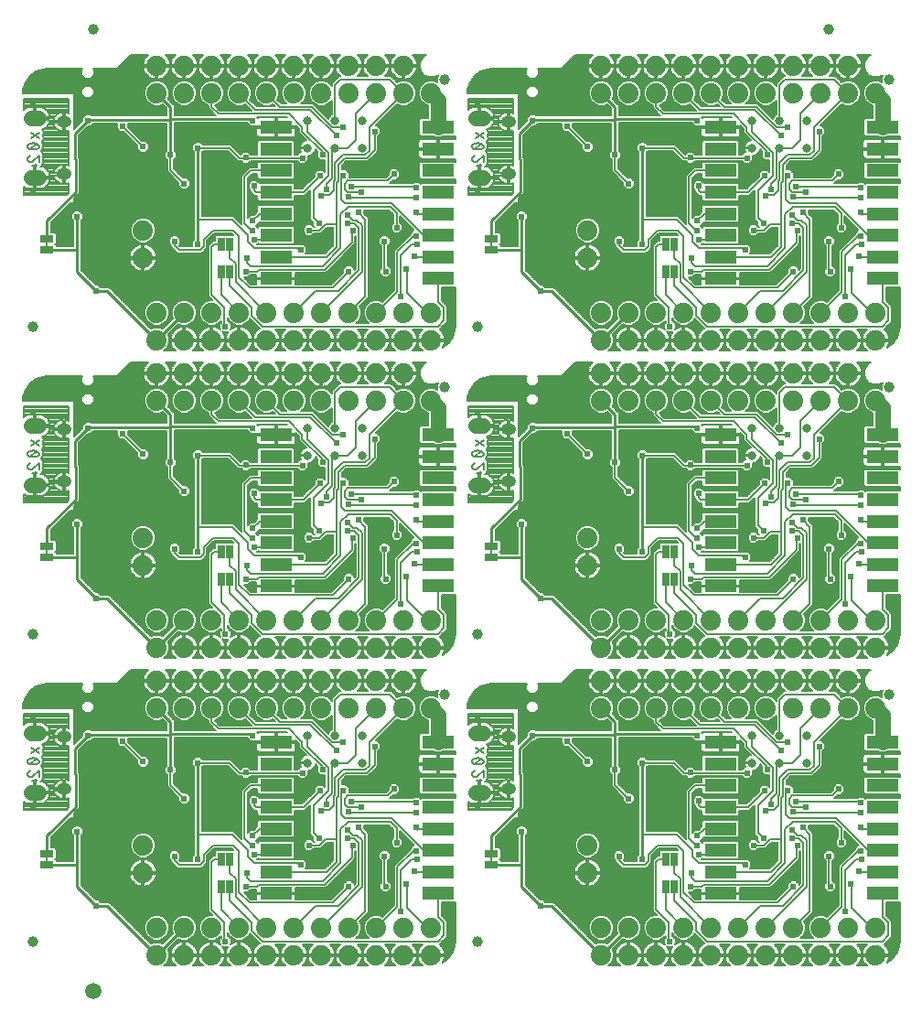
<source format=gbl>
G75*
%MOIN*%
%OFA0B0*%
%FSLAX25Y25*%
%IPPOS*%
%LPD*%
%AMOC8*
5,1,8,0,0,1.08239X$1,22.5*
%
%ADD10C,0.00800*%
%ADD11C,0.05512*%
%ADD12C,0.03937*%
%ADD13R,0.05000X0.02500*%
%ADD14R,0.01000X0.01600*%
%ADD15C,0.07400*%
%ADD16C,0.03200*%
%ADD17R,0.11811X0.04724*%
%ADD18R,0.02500X0.05000*%
%ADD19C,0.03937*%
%ADD20C,0.05906*%
%ADD21C,0.00600*%
%ADD22C,0.02400*%
%ADD23C,0.01000*%
%ADD24C,0.05700*%
D10*
X0030250Y0086750D02*
X0030250Y0089802D01*
X0030730Y0089453D01*
X0031312Y0089156D01*
X0031935Y0088954D01*
X0032581Y0088852D01*
X0033886Y0088852D01*
X0033886Y0092608D01*
X0034686Y0092608D01*
X0034686Y0093408D01*
X0033886Y0093408D01*
X0033886Y0097163D01*
X0033426Y0097163D01*
X0033440Y0097177D01*
X0033977Y0097407D01*
X0034048Y0097402D01*
X0034134Y0097474D01*
X0034289Y0097541D01*
X0034289Y0097541D01*
X0034512Y0097775D01*
X0035124Y0097163D01*
X0034686Y0097163D01*
X0034686Y0093408D01*
X0039808Y0093408D01*
X0039717Y0093981D01*
X0039515Y0094603D01*
X0039218Y0095186D01*
X0038834Y0095715D01*
X0038371Y0096177D01*
X0037842Y0096562D01*
X0037259Y0096859D01*
X0036637Y0097061D01*
X0036391Y0097100D01*
X0036513Y0097100D01*
X0037450Y0098037D01*
X0037450Y0100969D01*
X0037498Y0101565D01*
X0037450Y0101621D01*
X0037450Y0101696D01*
X0037027Y0102119D01*
X0036691Y0102515D01*
X0037450Y0103577D01*
X0037450Y0105156D01*
X0036815Y0106046D01*
X0037549Y0107147D01*
X0037295Y0108417D01*
X0037549Y0109686D01*
X0036968Y0110558D01*
X0037259Y0110652D01*
X0037842Y0110949D01*
X0038371Y0111334D01*
X0038834Y0111796D01*
X0039218Y0112325D01*
X0039515Y0112908D01*
X0039717Y0113530D01*
X0039808Y0114104D01*
X0034686Y0114104D01*
X0034686Y0114904D01*
X0033886Y0114904D01*
X0033886Y0118659D01*
X0032581Y0118660D01*
X0031935Y0118557D01*
X0031312Y0118355D01*
X0030730Y0118058D01*
X0030250Y0117710D01*
X0030250Y0121750D01*
X0046750Y0121750D01*
X0046750Y0116490D01*
X0046591Y0116556D01*
X0045940Y0116685D01*
X0045418Y0116685D01*
X0045418Y0113717D01*
X0044618Y0113717D01*
X0044618Y0116685D01*
X0044095Y0116685D01*
X0043445Y0116556D01*
X0042832Y0116302D01*
X0042280Y0115933D01*
X0041811Y0115464D01*
X0041442Y0114913D01*
X0041188Y0114299D01*
X0041072Y0113717D01*
X0044618Y0113717D01*
X0044618Y0112917D01*
X0045418Y0112917D01*
X0045418Y0109948D01*
X0045940Y0109948D01*
X0046591Y0110078D01*
X0046750Y0110144D01*
X0046750Y0097356D01*
X0046591Y0097422D01*
X0046750Y0097422D01*
X0046591Y0097422D02*
X0045940Y0097552D01*
X0045418Y0097552D01*
X0045418Y0094583D01*
X0044618Y0094583D01*
X0044618Y0097552D01*
X0044095Y0097552D01*
X0043445Y0097422D01*
X0042832Y0097168D01*
X0042280Y0096800D01*
X0041811Y0096330D01*
X0041442Y0095779D01*
X0041188Y0095166D01*
X0041072Y0094583D01*
X0044618Y0094583D01*
X0044618Y0093783D01*
X0045418Y0093783D01*
X0045418Y0090815D01*
X0045940Y0090815D01*
X0046591Y0090944D01*
X0046750Y0091010D01*
X0046750Y0087654D01*
X0045846Y0086750D01*
X0030250Y0086750D01*
X0030250Y0087041D02*
X0046137Y0087041D01*
X0046750Y0087840D02*
X0030250Y0087840D01*
X0030250Y0088638D02*
X0046750Y0088638D01*
X0046750Y0089437D02*
X0037810Y0089437D01*
X0037842Y0089453D02*
X0038371Y0089838D01*
X0038834Y0090300D01*
X0039218Y0090829D01*
X0039515Y0091412D01*
X0039717Y0092034D01*
X0039808Y0092608D01*
X0034686Y0092608D01*
X0034686Y0088852D01*
X0035991Y0088852D01*
X0036637Y0088954D01*
X0037259Y0089156D01*
X0037842Y0089453D01*
X0038769Y0090235D02*
X0046750Y0090235D01*
X0045418Y0091034D02*
X0044618Y0091034D01*
X0044618Y0090815D02*
X0044618Y0093783D01*
X0041072Y0093783D01*
X0041188Y0093201D01*
X0041442Y0092587D01*
X0041811Y0092036D01*
X0042280Y0091567D01*
X0042832Y0091198D01*
X0043445Y0090944D01*
X0044095Y0090815D01*
X0044618Y0090815D01*
X0044618Y0091832D02*
X0045418Y0091832D01*
X0045418Y0092631D02*
X0044618Y0092631D01*
X0044618Y0093429D02*
X0045418Y0093429D01*
X0044618Y0094228D02*
X0039637Y0094228D01*
X0039805Y0093429D02*
X0041143Y0093429D01*
X0041424Y0092631D02*
X0034686Y0092631D01*
X0034686Y0093429D02*
X0033886Y0093429D01*
X0033886Y0094228D02*
X0034686Y0094228D01*
X0034686Y0095026D02*
X0033886Y0095026D01*
X0033886Y0095825D02*
X0034686Y0095825D01*
X0034686Y0096623D02*
X0033886Y0096623D01*
X0034072Y0097422D02*
X0034865Y0097422D01*
X0035850Y0098700D02*
X0035850Y0101033D01*
X0033517Y0099050D01*
X0031650Y0099750D02*
X0031652Y0099821D01*
X0031657Y0099891D01*
X0031667Y0099961D01*
X0031680Y0100031D01*
X0031696Y0100099D01*
X0031716Y0100167D01*
X0031740Y0100234D01*
X0031767Y0100299D01*
X0031797Y0100363D01*
X0031831Y0100425D01*
X0031868Y0100485D01*
X0031908Y0100543D01*
X0031951Y0100600D01*
X0031997Y0100653D01*
X0032046Y0100704D01*
X0032097Y0100753D01*
X0032151Y0100799D01*
X0032207Y0100842D01*
X0032265Y0100882D01*
X0032325Y0100919D01*
X0032388Y0100953D01*
X0032451Y0100983D01*
X0032517Y0101010D01*
X0032583Y0101033D01*
X0033517Y0099050D02*
X0033470Y0099004D01*
X0033422Y0098961D01*
X0033370Y0098921D01*
X0033317Y0098883D01*
X0033261Y0098849D01*
X0033204Y0098819D01*
X0033144Y0098791D01*
X0033084Y0098767D01*
X0033022Y0098747D01*
X0032959Y0098730D01*
X0032895Y0098717D01*
X0032830Y0098708D01*
X0032765Y0098702D01*
X0032700Y0098700D01*
X0032637Y0098702D01*
X0032573Y0098708D01*
X0032511Y0098717D01*
X0032449Y0098731D01*
X0032388Y0098748D01*
X0032328Y0098768D01*
X0032269Y0098793D01*
X0032212Y0098820D01*
X0032157Y0098851D01*
X0032104Y0098886D01*
X0032052Y0098923D01*
X0032004Y0098964D01*
X0031958Y0099008D01*
X0031914Y0099054D01*
X0031873Y0099102D01*
X0031836Y0099154D01*
X0031801Y0099207D01*
X0031770Y0099262D01*
X0031743Y0099319D01*
X0031718Y0099378D01*
X0031698Y0099438D01*
X0031681Y0099499D01*
X0031667Y0099561D01*
X0031658Y0099623D01*
X0031652Y0099687D01*
X0031650Y0099750D01*
X0033750Y0105533D02*
X0033862Y0105531D01*
X0033974Y0105526D01*
X0034086Y0105517D01*
X0034197Y0105504D01*
X0034308Y0105488D01*
X0034419Y0105468D01*
X0034528Y0105444D01*
X0034637Y0105417D01*
X0034745Y0105387D01*
X0034852Y0105353D01*
X0034958Y0105316D01*
X0035062Y0105275D01*
X0035165Y0105231D01*
X0035267Y0105183D01*
X0034917Y0105300D02*
X0032583Y0103433D01*
X0032233Y0103551D02*
X0032180Y0103571D01*
X0032129Y0103594D01*
X0032080Y0103621D01*
X0032032Y0103651D01*
X0031986Y0103684D01*
X0031943Y0103719D01*
X0031902Y0103758D01*
X0031863Y0103799D01*
X0031827Y0103843D01*
X0031795Y0103889D01*
X0031765Y0103936D01*
X0031739Y0103986D01*
X0031715Y0104038D01*
X0031696Y0104090D01*
X0031679Y0104144D01*
X0031667Y0104199D01*
X0031657Y0104255D01*
X0031652Y0104311D01*
X0031650Y0104367D01*
X0031652Y0104423D01*
X0031657Y0104479D01*
X0031667Y0104535D01*
X0031679Y0104590D01*
X0031696Y0104644D01*
X0031715Y0104696D01*
X0031739Y0104748D01*
X0031765Y0104798D01*
X0031795Y0104845D01*
X0031828Y0104891D01*
X0031863Y0104935D01*
X0031902Y0104976D01*
X0031943Y0105015D01*
X0031986Y0105050D01*
X0032032Y0105083D01*
X0032080Y0105113D01*
X0032129Y0105140D01*
X0032180Y0105163D01*
X0032233Y0105183D01*
X0032233Y0103550D02*
X0032335Y0103502D01*
X0032438Y0103458D01*
X0032542Y0103417D01*
X0032648Y0103380D01*
X0032755Y0103346D01*
X0032863Y0103316D01*
X0032972Y0103289D01*
X0033081Y0103265D01*
X0033192Y0103245D01*
X0033303Y0103229D01*
X0033414Y0103216D01*
X0033526Y0103207D01*
X0033638Y0103202D01*
X0033750Y0103200D01*
X0033750Y0105533D02*
X0033638Y0105531D01*
X0033526Y0105526D01*
X0033414Y0105517D01*
X0033303Y0105504D01*
X0033192Y0105488D01*
X0033081Y0105468D01*
X0032972Y0105444D01*
X0032863Y0105417D01*
X0032755Y0105387D01*
X0032648Y0105353D01*
X0032542Y0105316D01*
X0032438Y0105275D01*
X0032335Y0105231D01*
X0032233Y0105183D01*
X0033750Y0103200D02*
X0033862Y0103202D01*
X0033974Y0103207D01*
X0034086Y0103216D01*
X0034197Y0103229D01*
X0034308Y0103245D01*
X0034419Y0103265D01*
X0034528Y0103289D01*
X0034637Y0103316D01*
X0034745Y0103346D01*
X0034852Y0103380D01*
X0034958Y0103417D01*
X0035062Y0103458D01*
X0035165Y0103502D01*
X0035267Y0103550D01*
X0035850Y0104367D02*
X0035848Y0104423D01*
X0035843Y0104479D01*
X0035833Y0104535D01*
X0035821Y0104590D01*
X0035804Y0104644D01*
X0035785Y0104696D01*
X0035761Y0104748D01*
X0035735Y0104798D01*
X0035705Y0104845D01*
X0035673Y0104891D01*
X0035637Y0104935D01*
X0035598Y0104976D01*
X0035557Y0105015D01*
X0035514Y0105050D01*
X0035468Y0105083D01*
X0035420Y0105113D01*
X0035371Y0105140D01*
X0035320Y0105163D01*
X0035267Y0105183D01*
X0035850Y0104367D02*
X0035848Y0104311D01*
X0035843Y0104255D01*
X0035833Y0104199D01*
X0035821Y0104144D01*
X0035804Y0104090D01*
X0035785Y0104038D01*
X0035761Y0103986D01*
X0035735Y0103936D01*
X0035705Y0103889D01*
X0035673Y0103843D01*
X0035637Y0103799D01*
X0035598Y0103758D01*
X0035557Y0103719D01*
X0035514Y0103684D01*
X0035468Y0103651D01*
X0035420Y0103621D01*
X0035371Y0103594D01*
X0035320Y0103571D01*
X0035267Y0103551D01*
X0037046Y0103012D02*
X0046750Y0103012D01*
X0046750Y0103810D02*
X0037450Y0103810D01*
X0037450Y0104609D02*
X0046750Y0104609D01*
X0046750Y0105407D02*
X0037271Y0105407D01*
X0036921Y0106206D02*
X0046750Y0106206D01*
X0046750Y0107004D02*
X0037453Y0107004D01*
X0037418Y0107803D02*
X0046750Y0107803D01*
X0046750Y0108601D02*
X0037332Y0108601D01*
X0037492Y0109400D02*
X0046750Y0109400D01*
X0045418Y0110198D02*
X0044618Y0110198D01*
X0044618Y0109948D02*
X0044618Y0112917D01*
X0041072Y0112917D01*
X0041188Y0112334D01*
X0041442Y0111721D01*
X0041811Y0111170D01*
X0042280Y0110700D01*
X0042832Y0110332D01*
X0043445Y0110078D01*
X0044095Y0109948D01*
X0044618Y0109948D01*
X0044618Y0110997D02*
X0045418Y0110997D01*
X0045418Y0111795D02*
X0044618Y0111795D01*
X0044618Y0112594D02*
X0045418Y0112594D01*
X0044618Y0113392D02*
X0039672Y0113392D01*
X0039355Y0112594D02*
X0041137Y0112594D01*
X0041411Y0111795D02*
X0038833Y0111795D01*
X0037907Y0110997D02*
X0041984Y0110997D01*
X0043154Y0110198D02*
X0037208Y0110198D01*
X0035850Y0109350D02*
X0033050Y0107483D01*
X0033050Y0109350D02*
X0035850Y0107483D01*
X0036947Y0102213D02*
X0046750Y0102213D01*
X0046750Y0101415D02*
X0037486Y0101415D01*
X0037450Y0100616D02*
X0046750Y0100616D01*
X0046750Y0099818D02*
X0037450Y0099818D01*
X0037450Y0099019D02*
X0046750Y0099019D01*
X0046750Y0098220D02*
X0037450Y0098220D01*
X0036835Y0097422D02*
X0043444Y0097422D01*
X0044618Y0097422D02*
X0045418Y0097422D01*
X0045418Y0096623D02*
X0044618Y0096623D01*
X0044618Y0095825D02*
X0045418Y0095825D01*
X0045418Y0095026D02*
X0044618Y0095026D01*
X0042104Y0096623D02*
X0037721Y0096623D01*
X0038724Y0095825D02*
X0041473Y0095825D01*
X0041160Y0095026D02*
X0039299Y0095026D01*
X0039652Y0091832D02*
X0042014Y0091832D01*
X0043228Y0091034D02*
X0039322Y0091034D01*
X0034686Y0091034D02*
X0033886Y0091034D01*
X0033886Y0091832D02*
X0034686Y0091832D01*
X0034686Y0090235D02*
X0033886Y0090235D01*
X0033886Y0089437D02*
X0034686Y0089437D01*
X0030761Y0089437D02*
X0030250Y0089437D01*
X0034686Y0114191D02*
X0041166Y0114191D01*
X0041493Y0114989D02*
X0039794Y0114989D01*
X0039808Y0114904D02*
X0039717Y0115477D01*
X0039515Y0116099D01*
X0039218Y0116682D01*
X0038834Y0117211D01*
X0038371Y0117674D01*
X0037842Y0118058D01*
X0037259Y0118355D01*
X0036637Y0118557D01*
X0035991Y0118660D01*
X0034686Y0118660D01*
X0034686Y0114904D01*
X0039808Y0114904D01*
X0039616Y0115788D02*
X0042134Y0115788D01*
X0043597Y0116586D02*
X0039267Y0116586D01*
X0038660Y0117385D02*
X0046750Y0117385D01*
X0046750Y0118183D02*
X0037596Y0118183D01*
X0034686Y0118183D02*
X0033886Y0118183D01*
X0033886Y0117385D02*
X0034686Y0117385D01*
X0034686Y0116586D02*
X0033886Y0116586D01*
X0033886Y0115788D02*
X0034686Y0115788D01*
X0034686Y0114989D02*
X0033886Y0114989D01*
X0030975Y0118183D02*
X0030250Y0118183D01*
X0030250Y0118982D02*
X0046750Y0118982D01*
X0046750Y0119780D02*
X0030250Y0119780D01*
X0030250Y0120579D02*
X0046750Y0120579D01*
X0046750Y0121377D02*
X0030250Y0121377D01*
X0044618Y0116586D02*
X0045418Y0116586D01*
X0045418Y0115788D02*
X0044618Y0115788D01*
X0044618Y0114989D02*
X0045418Y0114989D01*
X0045418Y0114191D02*
X0044618Y0114191D01*
X0046439Y0116586D02*
X0046750Y0116586D01*
X0045846Y0198750D02*
X0030250Y0198750D01*
X0030250Y0201802D01*
X0030730Y0201453D01*
X0031312Y0201156D01*
X0031935Y0200954D01*
X0032581Y0200852D01*
X0033886Y0200852D01*
X0033886Y0204608D01*
X0034686Y0204608D01*
X0034686Y0205408D01*
X0033886Y0205408D01*
X0033886Y0209163D01*
X0033426Y0209163D01*
X0033440Y0209177D01*
X0033977Y0209407D01*
X0034048Y0209402D01*
X0034133Y0209474D01*
X0034289Y0209541D01*
X0034512Y0209775D01*
X0035124Y0209163D01*
X0034686Y0209163D01*
X0034686Y0205408D01*
X0039808Y0205408D01*
X0039717Y0205981D01*
X0039515Y0206603D01*
X0039218Y0207186D01*
X0038834Y0207715D01*
X0038371Y0208177D01*
X0037842Y0208562D01*
X0037259Y0208859D01*
X0036637Y0209061D01*
X0036391Y0209100D01*
X0036513Y0209100D01*
X0037450Y0210037D01*
X0037450Y0212969D01*
X0037498Y0213565D01*
X0037450Y0213621D01*
X0037450Y0213696D01*
X0037027Y0214119D01*
X0036691Y0214515D01*
X0037450Y0215577D01*
X0037450Y0217156D01*
X0036815Y0218046D01*
X0037549Y0219147D01*
X0037295Y0220417D01*
X0037549Y0221686D01*
X0036968Y0222558D01*
X0037259Y0222652D01*
X0037842Y0222949D01*
X0038371Y0223334D01*
X0038834Y0223796D01*
X0039218Y0224325D01*
X0039515Y0224908D01*
X0039717Y0225530D01*
X0039808Y0226104D01*
X0034686Y0226104D01*
X0034686Y0226904D01*
X0033886Y0226904D01*
X0033886Y0230659D01*
X0032581Y0230660D01*
X0031935Y0230557D01*
X0031312Y0230355D01*
X0030730Y0230058D01*
X0030250Y0229710D01*
X0030250Y0233750D01*
X0046750Y0233750D01*
X0046750Y0228490D01*
X0046591Y0228556D01*
X0045940Y0228685D01*
X0045418Y0228685D01*
X0045418Y0225717D01*
X0044618Y0225717D01*
X0044618Y0228685D01*
X0044095Y0228685D01*
X0043445Y0228556D01*
X0042832Y0228302D01*
X0042280Y0227933D01*
X0041811Y0227464D01*
X0041442Y0226913D01*
X0041188Y0226299D01*
X0041072Y0225717D01*
X0044618Y0225717D01*
X0044618Y0224917D01*
X0045418Y0224917D01*
X0045418Y0221948D01*
X0045940Y0221948D01*
X0046591Y0222078D01*
X0046750Y0222144D01*
X0046750Y0209356D01*
X0046591Y0209422D01*
X0045940Y0209552D01*
X0045418Y0209552D01*
X0045418Y0206583D01*
X0044618Y0206583D01*
X0044618Y0209552D01*
X0044095Y0209552D01*
X0043445Y0209422D01*
X0042832Y0209168D01*
X0042280Y0208800D01*
X0041811Y0208330D01*
X0041442Y0207779D01*
X0041188Y0207166D01*
X0041072Y0206583D01*
X0044618Y0206583D01*
X0044618Y0205783D01*
X0045418Y0205783D01*
X0045418Y0202815D01*
X0045940Y0202815D01*
X0046591Y0202944D01*
X0046750Y0203010D01*
X0046750Y0199654D01*
X0045846Y0198750D01*
X0045929Y0198833D02*
X0030250Y0198833D01*
X0030250Y0199631D02*
X0046727Y0199631D01*
X0046750Y0200430D02*
X0030250Y0200430D01*
X0030250Y0201228D02*
X0031171Y0201228D01*
X0033886Y0201228D02*
X0034686Y0201228D01*
X0034686Y0200852D02*
X0035991Y0200852D01*
X0036637Y0200954D01*
X0037259Y0201156D01*
X0037842Y0201453D01*
X0038371Y0201838D01*
X0038834Y0202300D01*
X0039218Y0202829D01*
X0039515Y0203412D01*
X0039717Y0204034D01*
X0039808Y0204608D01*
X0034686Y0204608D01*
X0034686Y0200852D01*
X0034686Y0202027D02*
X0033886Y0202027D01*
X0033886Y0202825D02*
X0034686Y0202825D01*
X0034686Y0203624D02*
X0033886Y0203624D01*
X0033886Y0204422D02*
X0034686Y0204422D01*
X0034686Y0205221D02*
X0041184Y0205221D01*
X0041188Y0205201D02*
X0041442Y0204587D01*
X0041811Y0204036D01*
X0042280Y0203567D01*
X0042832Y0203198D01*
X0043445Y0202944D01*
X0044095Y0202815D01*
X0044618Y0202815D01*
X0044618Y0205783D01*
X0041072Y0205783D01*
X0041188Y0205201D01*
X0041552Y0204422D02*
X0039779Y0204422D01*
X0039584Y0203624D02*
X0042222Y0203624D01*
X0044041Y0202825D02*
X0039215Y0202825D01*
X0038560Y0202027D02*
X0046750Y0202027D01*
X0046750Y0202825D02*
X0045995Y0202825D01*
X0045418Y0202825D02*
X0044618Y0202825D01*
X0044618Y0203624D02*
X0045418Y0203624D01*
X0045418Y0204422D02*
X0044618Y0204422D01*
X0044618Y0205221D02*
X0045418Y0205221D01*
X0044618Y0206020D02*
X0039705Y0206020D01*
X0039405Y0206818D02*
X0041119Y0206818D01*
X0041375Y0207617D02*
X0038905Y0207617D01*
X0038044Y0208415D02*
X0041895Y0208415D01*
X0042941Y0209214D02*
X0036626Y0209214D01*
X0037425Y0210012D02*
X0046750Y0210012D01*
X0046750Y0210811D02*
X0037450Y0210811D01*
X0037450Y0211609D02*
X0046750Y0211609D01*
X0046750Y0212408D02*
X0037450Y0212408D01*
X0037469Y0213206D02*
X0046750Y0213206D01*
X0046750Y0214005D02*
X0037141Y0214005D01*
X0036897Y0214803D02*
X0046750Y0214803D01*
X0046750Y0215602D02*
X0037450Y0215602D01*
X0037450Y0216400D02*
X0046750Y0216400D01*
X0046750Y0217199D02*
X0037420Y0217199D01*
X0036849Y0217997D02*
X0046750Y0217997D01*
X0046750Y0218796D02*
X0037315Y0218796D01*
X0037460Y0219594D02*
X0046750Y0219594D01*
X0046750Y0220393D02*
X0037300Y0220393D01*
X0037450Y0221191D02*
X0046750Y0221191D01*
X0046750Y0221990D02*
X0046148Y0221990D01*
X0045418Y0221990D02*
X0044618Y0221990D01*
X0044618Y0221948D02*
X0044618Y0224917D01*
X0041072Y0224917D01*
X0041188Y0224334D01*
X0041442Y0223721D01*
X0041811Y0223170D01*
X0042280Y0222700D01*
X0042832Y0222332D01*
X0043445Y0222078D01*
X0044095Y0221948D01*
X0044618Y0221948D01*
X0043888Y0221990D02*
X0037346Y0221990D01*
X0037526Y0222788D02*
X0042192Y0222788D01*
X0041532Y0223587D02*
X0038624Y0223587D01*
X0039249Y0224385D02*
X0041178Y0224385D01*
X0041125Y0225982D02*
X0039789Y0225982D01*
X0039605Y0225184D02*
X0044618Y0225184D01*
X0044618Y0225982D02*
X0045418Y0225982D01*
X0045418Y0226781D02*
X0044618Y0226781D01*
X0044618Y0227579D02*
X0045418Y0227579D01*
X0045418Y0228378D02*
X0044618Y0228378D01*
X0043015Y0228378D02*
X0039373Y0228378D01*
X0039515Y0228099D02*
X0039218Y0228682D01*
X0038834Y0229211D01*
X0038371Y0229674D01*
X0037842Y0230058D01*
X0037259Y0230355D01*
X0036637Y0230557D01*
X0035991Y0230660D01*
X0034686Y0230660D01*
X0034686Y0226904D01*
X0039808Y0226904D01*
X0039717Y0227477D01*
X0039515Y0228099D01*
X0039684Y0227579D02*
X0041926Y0227579D01*
X0041387Y0226781D02*
X0034686Y0226781D01*
X0034686Y0227579D02*
X0033886Y0227579D01*
X0033886Y0228378D02*
X0034686Y0228378D01*
X0034686Y0229176D02*
X0033886Y0229176D01*
X0033886Y0229975D02*
X0034686Y0229975D01*
X0037956Y0229975D02*
X0046750Y0229975D01*
X0046750Y0230773D02*
X0030250Y0230773D01*
X0030250Y0229975D02*
X0030615Y0229975D01*
X0030250Y0231572D02*
X0046750Y0231572D01*
X0046750Y0232370D02*
X0030250Y0232370D01*
X0030250Y0233169D02*
X0046750Y0233169D01*
X0046750Y0229176D02*
X0038859Y0229176D01*
X0044618Y0224385D02*
X0045418Y0224385D01*
X0045418Y0223587D02*
X0044618Y0223587D01*
X0044618Y0222788D02*
X0045418Y0222788D01*
X0035850Y0221350D02*
X0033050Y0219483D01*
X0033750Y0215200D02*
X0033862Y0215202D01*
X0033974Y0215207D01*
X0034086Y0215216D01*
X0034197Y0215229D01*
X0034308Y0215245D01*
X0034419Y0215265D01*
X0034528Y0215289D01*
X0034637Y0215316D01*
X0034745Y0215346D01*
X0034852Y0215380D01*
X0034958Y0215417D01*
X0035062Y0215458D01*
X0035165Y0215502D01*
X0035267Y0215550D01*
X0035850Y0216367D02*
X0035848Y0216423D01*
X0035843Y0216479D01*
X0035833Y0216535D01*
X0035821Y0216590D01*
X0035804Y0216644D01*
X0035785Y0216696D01*
X0035761Y0216748D01*
X0035735Y0216798D01*
X0035705Y0216845D01*
X0035673Y0216891D01*
X0035637Y0216935D01*
X0035598Y0216976D01*
X0035557Y0217015D01*
X0035514Y0217050D01*
X0035468Y0217083D01*
X0035420Y0217113D01*
X0035371Y0217140D01*
X0035320Y0217163D01*
X0035267Y0217183D01*
X0034917Y0217300D02*
X0032583Y0215433D01*
X0032233Y0215551D02*
X0032180Y0215571D01*
X0032129Y0215594D01*
X0032080Y0215621D01*
X0032032Y0215651D01*
X0031986Y0215684D01*
X0031943Y0215719D01*
X0031902Y0215758D01*
X0031863Y0215799D01*
X0031827Y0215843D01*
X0031795Y0215889D01*
X0031765Y0215936D01*
X0031739Y0215986D01*
X0031715Y0216038D01*
X0031696Y0216090D01*
X0031679Y0216144D01*
X0031667Y0216199D01*
X0031657Y0216255D01*
X0031652Y0216311D01*
X0031650Y0216367D01*
X0031652Y0216423D01*
X0031657Y0216479D01*
X0031667Y0216535D01*
X0031679Y0216590D01*
X0031696Y0216644D01*
X0031715Y0216696D01*
X0031739Y0216748D01*
X0031765Y0216798D01*
X0031795Y0216845D01*
X0031828Y0216891D01*
X0031863Y0216935D01*
X0031902Y0216976D01*
X0031943Y0217015D01*
X0031986Y0217050D01*
X0032032Y0217083D01*
X0032080Y0217113D01*
X0032129Y0217140D01*
X0032180Y0217163D01*
X0032233Y0217183D01*
X0032233Y0215550D02*
X0032335Y0215502D01*
X0032438Y0215458D01*
X0032542Y0215417D01*
X0032648Y0215380D01*
X0032755Y0215346D01*
X0032863Y0215316D01*
X0032972Y0215289D01*
X0033081Y0215265D01*
X0033192Y0215245D01*
X0033303Y0215229D01*
X0033414Y0215216D01*
X0033526Y0215207D01*
X0033638Y0215202D01*
X0033750Y0215200D01*
X0033750Y0217533D02*
X0033638Y0217531D01*
X0033526Y0217526D01*
X0033414Y0217517D01*
X0033303Y0217504D01*
X0033192Y0217488D01*
X0033081Y0217468D01*
X0032972Y0217444D01*
X0032863Y0217417D01*
X0032755Y0217387D01*
X0032648Y0217353D01*
X0032542Y0217316D01*
X0032438Y0217275D01*
X0032335Y0217231D01*
X0032233Y0217183D01*
X0035267Y0215551D02*
X0035320Y0215571D01*
X0035371Y0215594D01*
X0035420Y0215621D01*
X0035468Y0215651D01*
X0035514Y0215684D01*
X0035557Y0215719D01*
X0035598Y0215758D01*
X0035637Y0215799D01*
X0035673Y0215843D01*
X0035705Y0215889D01*
X0035735Y0215936D01*
X0035761Y0215986D01*
X0035785Y0216038D01*
X0035804Y0216090D01*
X0035821Y0216144D01*
X0035833Y0216199D01*
X0035843Y0216255D01*
X0035848Y0216311D01*
X0035850Y0216367D01*
X0035267Y0217183D02*
X0035165Y0217231D01*
X0035062Y0217275D01*
X0034958Y0217316D01*
X0034852Y0217353D01*
X0034745Y0217387D01*
X0034637Y0217417D01*
X0034528Y0217444D01*
X0034419Y0217468D01*
X0034308Y0217488D01*
X0034197Y0217504D01*
X0034086Y0217517D01*
X0033974Y0217526D01*
X0033862Y0217531D01*
X0033750Y0217533D01*
X0035850Y0219483D02*
X0033050Y0221350D01*
X0035850Y0213033D02*
X0035850Y0210700D01*
X0035074Y0209214D02*
X0033525Y0209214D01*
X0033886Y0208415D02*
X0034686Y0208415D01*
X0034686Y0207617D02*
X0033886Y0207617D01*
X0033886Y0206818D02*
X0034686Y0206818D01*
X0034686Y0206020D02*
X0033886Y0206020D01*
X0033517Y0211050D02*
X0035850Y0213033D01*
X0032583Y0213033D02*
X0032517Y0213010D01*
X0032451Y0212983D01*
X0032388Y0212953D01*
X0032325Y0212919D01*
X0032265Y0212882D01*
X0032207Y0212842D01*
X0032151Y0212799D01*
X0032097Y0212753D01*
X0032046Y0212704D01*
X0031997Y0212653D01*
X0031951Y0212600D01*
X0031908Y0212543D01*
X0031868Y0212485D01*
X0031831Y0212425D01*
X0031797Y0212363D01*
X0031767Y0212299D01*
X0031740Y0212234D01*
X0031716Y0212167D01*
X0031696Y0212099D01*
X0031680Y0212031D01*
X0031667Y0211961D01*
X0031657Y0211891D01*
X0031652Y0211821D01*
X0031650Y0211750D01*
X0031652Y0211687D01*
X0031658Y0211623D01*
X0031667Y0211561D01*
X0031681Y0211499D01*
X0031698Y0211438D01*
X0031718Y0211378D01*
X0031743Y0211319D01*
X0031770Y0211262D01*
X0031801Y0211207D01*
X0031836Y0211154D01*
X0031873Y0211102D01*
X0031914Y0211054D01*
X0031958Y0211008D01*
X0032004Y0210964D01*
X0032052Y0210923D01*
X0032104Y0210886D01*
X0032157Y0210851D01*
X0032212Y0210820D01*
X0032269Y0210793D01*
X0032328Y0210768D01*
X0032388Y0210748D01*
X0032449Y0210731D01*
X0032511Y0210717D01*
X0032573Y0210708D01*
X0032637Y0210702D01*
X0032700Y0210700D01*
X0032765Y0210702D01*
X0032830Y0210708D01*
X0032895Y0210717D01*
X0032959Y0210730D01*
X0033022Y0210747D01*
X0033084Y0210767D01*
X0033144Y0210791D01*
X0033204Y0210819D01*
X0033261Y0210849D01*
X0033317Y0210883D01*
X0033370Y0210921D01*
X0033422Y0210961D01*
X0033470Y0211004D01*
X0033517Y0211050D01*
X0037401Y0201228D02*
X0046750Y0201228D01*
X0045418Y0206818D02*
X0044618Y0206818D01*
X0044618Y0207617D02*
X0045418Y0207617D01*
X0045418Y0208415D02*
X0044618Y0208415D01*
X0044618Y0209214D02*
X0045418Y0209214D01*
X0045846Y0310750D02*
X0030250Y0310750D01*
X0030250Y0313802D01*
X0030730Y0313453D01*
X0031312Y0313156D01*
X0031935Y0312954D01*
X0032581Y0312852D01*
X0033886Y0312852D01*
X0033886Y0316608D01*
X0034686Y0316608D01*
X0034686Y0317408D01*
X0033886Y0317408D01*
X0033886Y0321163D01*
X0033426Y0321163D01*
X0033440Y0321177D01*
X0033977Y0321407D01*
X0034048Y0321402D01*
X0034134Y0321474D01*
X0034289Y0321541D01*
X0034289Y0321541D01*
X0034512Y0321775D01*
X0035124Y0321163D01*
X0034686Y0321163D01*
X0034686Y0317408D01*
X0039808Y0317408D01*
X0039717Y0317981D01*
X0039515Y0318603D01*
X0039218Y0319186D01*
X0038834Y0319715D01*
X0038371Y0320177D01*
X0037842Y0320562D01*
X0037259Y0320859D01*
X0036637Y0321061D01*
X0036391Y0321100D01*
X0036513Y0321100D01*
X0037450Y0322037D01*
X0037450Y0324969D01*
X0037498Y0325565D01*
X0037450Y0325621D01*
X0037450Y0325696D01*
X0037027Y0326119D01*
X0036691Y0326515D01*
X0037450Y0327577D01*
X0037450Y0329156D01*
X0036815Y0330046D01*
X0037549Y0331147D01*
X0037295Y0332417D01*
X0037549Y0333686D01*
X0036968Y0334558D01*
X0037259Y0334652D01*
X0037842Y0334949D01*
X0038371Y0335334D01*
X0038834Y0335796D01*
X0039218Y0336325D01*
X0039515Y0336908D01*
X0039717Y0337530D01*
X0039808Y0338104D01*
X0034686Y0338104D01*
X0034686Y0338904D01*
X0033886Y0338904D01*
X0033886Y0342659D01*
X0032581Y0342660D01*
X0031935Y0342557D01*
X0031312Y0342355D01*
X0030730Y0342058D01*
X0030250Y0341710D01*
X0030250Y0345750D01*
X0046750Y0345750D01*
X0046750Y0340490D01*
X0046591Y0340556D01*
X0045940Y0340685D01*
X0045418Y0340685D01*
X0045418Y0337717D01*
X0044618Y0337717D01*
X0044618Y0340685D01*
X0044095Y0340685D01*
X0043445Y0340556D01*
X0042832Y0340302D01*
X0042280Y0339933D01*
X0041811Y0339464D01*
X0041442Y0338913D01*
X0041188Y0338299D01*
X0041072Y0337717D01*
X0044618Y0337717D01*
X0044618Y0336917D01*
X0045418Y0336917D01*
X0045418Y0333948D01*
X0045940Y0333948D01*
X0046591Y0334078D01*
X0046750Y0334144D01*
X0046750Y0321356D01*
X0046591Y0321422D01*
X0045940Y0321552D01*
X0045418Y0321552D01*
X0045418Y0318583D01*
X0044618Y0318583D01*
X0044618Y0321552D01*
X0044095Y0321552D01*
X0043445Y0321422D01*
X0042832Y0321168D01*
X0042280Y0320800D01*
X0041811Y0320330D01*
X0041442Y0319779D01*
X0041188Y0319166D01*
X0041072Y0318583D01*
X0044618Y0318583D01*
X0044618Y0317783D01*
X0045418Y0317783D01*
X0045418Y0314815D01*
X0045940Y0314815D01*
X0046591Y0314944D01*
X0046750Y0315010D01*
X0046750Y0311654D01*
X0045846Y0310750D01*
X0046519Y0311423D02*
X0030250Y0311423D01*
X0030250Y0312222D02*
X0046750Y0312222D01*
X0046750Y0313020D02*
X0036840Y0313020D01*
X0036637Y0312954D02*
X0037259Y0313156D01*
X0037842Y0313453D01*
X0038371Y0313838D01*
X0038834Y0314300D01*
X0039218Y0314829D01*
X0039515Y0315412D01*
X0039717Y0316034D01*
X0039808Y0316608D01*
X0034686Y0316608D01*
X0034686Y0312852D01*
X0035991Y0312852D01*
X0036637Y0312954D01*
X0038345Y0313819D02*
X0046750Y0313819D01*
X0046750Y0314617D02*
X0039064Y0314617D01*
X0039516Y0315416D02*
X0042506Y0315416D01*
X0042280Y0315567D02*
X0042832Y0315198D01*
X0043445Y0314944D01*
X0044095Y0314815D01*
X0044618Y0314815D01*
X0044618Y0317783D01*
X0041072Y0317783D01*
X0041188Y0317201D01*
X0041442Y0316587D01*
X0041811Y0316036D01*
X0042280Y0315567D01*
X0041692Y0316214D02*
X0039746Y0316214D01*
X0039744Y0317811D02*
X0044618Y0317811D01*
X0044618Y0317013D02*
X0045418Y0317013D01*
X0045418Y0316214D02*
X0044618Y0316214D01*
X0044618Y0315416D02*
X0045418Y0315416D01*
X0045418Y0318610D02*
X0044618Y0318610D01*
X0044618Y0319408D02*
X0045418Y0319408D01*
X0045418Y0320207D02*
X0044618Y0320207D01*
X0044618Y0321005D02*
X0045418Y0321005D01*
X0046750Y0321804D02*
X0037216Y0321804D01*
X0037450Y0322602D02*
X0046750Y0322602D01*
X0046750Y0323401D02*
X0037450Y0323401D01*
X0037450Y0324199D02*
X0046750Y0324199D01*
X0046750Y0324998D02*
X0037452Y0324998D01*
X0037350Y0325796D02*
X0046750Y0325796D01*
X0046750Y0326595D02*
X0036748Y0326595D01*
X0037319Y0327393D02*
X0046750Y0327393D01*
X0046750Y0328192D02*
X0037450Y0328192D01*
X0037450Y0328990D02*
X0046750Y0328990D01*
X0046750Y0329789D02*
X0036998Y0329789D01*
X0037176Y0330587D02*
X0046750Y0330587D01*
X0046750Y0331386D02*
X0037501Y0331386D01*
X0037341Y0332184D02*
X0046750Y0332184D01*
X0046750Y0332983D02*
X0037408Y0332983D01*
X0037485Y0333781D02*
X0046750Y0333781D01*
X0045418Y0334580D02*
X0044618Y0334580D01*
X0044618Y0333948D02*
X0044618Y0336917D01*
X0041072Y0336917D01*
X0041188Y0336334D01*
X0041442Y0335721D01*
X0041811Y0335170D01*
X0042280Y0334700D01*
X0042832Y0334332D01*
X0043445Y0334078D01*
X0044095Y0333948D01*
X0044618Y0333948D01*
X0044618Y0335378D02*
X0045418Y0335378D01*
X0045418Y0336177D02*
X0044618Y0336177D01*
X0044618Y0336975D02*
X0039537Y0336975D01*
X0039756Y0337774D02*
X0041084Y0337774D01*
X0041301Y0338572D02*
X0034686Y0338572D01*
X0034686Y0338904D02*
X0039808Y0338904D01*
X0039717Y0339477D01*
X0039515Y0340099D01*
X0039218Y0340682D01*
X0038834Y0341211D01*
X0038371Y0341674D01*
X0037842Y0342058D01*
X0037259Y0342355D01*
X0036637Y0342557D01*
X0035991Y0342660D01*
X0034686Y0342660D01*
X0034686Y0338904D01*
X0034686Y0339371D02*
X0033886Y0339371D01*
X0033886Y0340169D02*
X0034686Y0340169D01*
X0034686Y0340968D02*
X0033886Y0340968D01*
X0033886Y0341766D02*
X0034686Y0341766D01*
X0034686Y0342565D02*
X0033886Y0342565D01*
X0031984Y0342565D02*
X0030250Y0342565D01*
X0030250Y0343363D02*
X0046750Y0343363D01*
X0046750Y0342565D02*
X0036588Y0342565D01*
X0038243Y0341766D02*
X0046750Y0341766D01*
X0046750Y0340968D02*
X0039010Y0340968D01*
X0039479Y0340169D02*
X0042633Y0340169D01*
X0041748Y0339371D02*
X0039734Y0339371D01*
X0039110Y0336177D02*
X0041253Y0336177D01*
X0041671Y0335378D02*
X0038416Y0335378D01*
X0037036Y0334580D02*
X0042460Y0334580D01*
X0044618Y0337774D02*
X0045418Y0337774D01*
X0045418Y0338572D02*
X0044618Y0338572D01*
X0044618Y0339371D02*
X0045418Y0339371D01*
X0045418Y0340169D02*
X0044618Y0340169D01*
X0046750Y0344162D02*
X0030250Y0344162D01*
X0030250Y0344960D02*
X0046750Y0344960D01*
X0035850Y0333350D02*
X0033050Y0331483D01*
X0033750Y0327200D02*
X0033862Y0327202D01*
X0033974Y0327207D01*
X0034086Y0327216D01*
X0034197Y0327229D01*
X0034308Y0327245D01*
X0034419Y0327265D01*
X0034528Y0327289D01*
X0034637Y0327316D01*
X0034745Y0327346D01*
X0034852Y0327380D01*
X0034958Y0327417D01*
X0035062Y0327458D01*
X0035165Y0327502D01*
X0035267Y0327550D01*
X0035850Y0328367D02*
X0035848Y0328423D01*
X0035843Y0328479D01*
X0035833Y0328535D01*
X0035821Y0328590D01*
X0035804Y0328644D01*
X0035785Y0328696D01*
X0035761Y0328748D01*
X0035735Y0328798D01*
X0035705Y0328845D01*
X0035673Y0328891D01*
X0035637Y0328935D01*
X0035598Y0328976D01*
X0035557Y0329015D01*
X0035514Y0329050D01*
X0035468Y0329083D01*
X0035420Y0329113D01*
X0035371Y0329140D01*
X0035320Y0329163D01*
X0035267Y0329183D01*
X0034917Y0329300D02*
X0032583Y0327433D01*
X0032233Y0327551D02*
X0032180Y0327571D01*
X0032129Y0327594D01*
X0032080Y0327621D01*
X0032032Y0327651D01*
X0031986Y0327684D01*
X0031943Y0327719D01*
X0031902Y0327758D01*
X0031863Y0327799D01*
X0031827Y0327843D01*
X0031795Y0327889D01*
X0031765Y0327936D01*
X0031739Y0327986D01*
X0031715Y0328038D01*
X0031696Y0328090D01*
X0031679Y0328144D01*
X0031667Y0328199D01*
X0031657Y0328255D01*
X0031652Y0328311D01*
X0031650Y0328367D01*
X0031652Y0328423D01*
X0031657Y0328479D01*
X0031667Y0328535D01*
X0031679Y0328590D01*
X0031696Y0328644D01*
X0031715Y0328696D01*
X0031739Y0328748D01*
X0031765Y0328798D01*
X0031795Y0328845D01*
X0031828Y0328891D01*
X0031863Y0328935D01*
X0031902Y0328976D01*
X0031943Y0329015D01*
X0031986Y0329050D01*
X0032032Y0329083D01*
X0032080Y0329113D01*
X0032129Y0329140D01*
X0032180Y0329163D01*
X0032233Y0329183D01*
X0032233Y0327550D02*
X0032335Y0327502D01*
X0032438Y0327458D01*
X0032542Y0327417D01*
X0032648Y0327380D01*
X0032755Y0327346D01*
X0032863Y0327316D01*
X0032972Y0327289D01*
X0033081Y0327265D01*
X0033192Y0327245D01*
X0033303Y0327229D01*
X0033414Y0327216D01*
X0033526Y0327207D01*
X0033638Y0327202D01*
X0033750Y0327200D01*
X0033750Y0329533D02*
X0033638Y0329531D01*
X0033526Y0329526D01*
X0033414Y0329517D01*
X0033303Y0329504D01*
X0033192Y0329488D01*
X0033081Y0329468D01*
X0032972Y0329444D01*
X0032863Y0329417D01*
X0032755Y0329387D01*
X0032648Y0329353D01*
X0032542Y0329316D01*
X0032438Y0329275D01*
X0032335Y0329231D01*
X0032233Y0329183D01*
X0035267Y0327551D02*
X0035320Y0327571D01*
X0035371Y0327594D01*
X0035420Y0327621D01*
X0035468Y0327651D01*
X0035514Y0327684D01*
X0035557Y0327719D01*
X0035598Y0327758D01*
X0035637Y0327799D01*
X0035673Y0327843D01*
X0035705Y0327889D01*
X0035735Y0327936D01*
X0035761Y0327986D01*
X0035785Y0328038D01*
X0035804Y0328090D01*
X0035821Y0328144D01*
X0035833Y0328199D01*
X0035843Y0328255D01*
X0035848Y0328311D01*
X0035850Y0328367D01*
X0035267Y0329183D02*
X0035165Y0329231D01*
X0035062Y0329275D01*
X0034958Y0329316D01*
X0034852Y0329353D01*
X0034745Y0329387D01*
X0034637Y0329417D01*
X0034528Y0329444D01*
X0034419Y0329468D01*
X0034308Y0329488D01*
X0034197Y0329504D01*
X0034086Y0329517D01*
X0033974Y0329526D01*
X0033862Y0329531D01*
X0033750Y0329533D01*
X0035850Y0331483D02*
X0033050Y0333350D01*
X0035850Y0325033D02*
X0035850Y0322700D01*
X0036809Y0321005D02*
X0042588Y0321005D01*
X0041728Y0320207D02*
X0038331Y0320207D01*
X0039057Y0319408D02*
X0041289Y0319408D01*
X0041078Y0318610D02*
X0039512Y0318610D01*
X0041266Y0317013D02*
X0034686Y0317013D01*
X0034686Y0317811D02*
X0033886Y0317811D01*
X0033886Y0318610D02*
X0034686Y0318610D01*
X0034686Y0319408D02*
X0033886Y0319408D01*
X0033886Y0320207D02*
X0034686Y0320207D01*
X0034686Y0321005D02*
X0033886Y0321005D01*
X0033517Y0323050D02*
X0035850Y0325033D01*
X0032583Y0325033D02*
X0032517Y0325010D01*
X0032451Y0324983D01*
X0032388Y0324953D01*
X0032325Y0324919D01*
X0032265Y0324882D01*
X0032207Y0324842D01*
X0032151Y0324799D01*
X0032097Y0324753D01*
X0032046Y0324704D01*
X0031997Y0324653D01*
X0031951Y0324600D01*
X0031908Y0324543D01*
X0031868Y0324485D01*
X0031831Y0324425D01*
X0031797Y0324363D01*
X0031767Y0324299D01*
X0031740Y0324234D01*
X0031716Y0324167D01*
X0031696Y0324099D01*
X0031680Y0324031D01*
X0031667Y0323961D01*
X0031657Y0323891D01*
X0031652Y0323821D01*
X0031650Y0323750D01*
X0031652Y0323687D01*
X0031658Y0323623D01*
X0031667Y0323561D01*
X0031681Y0323499D01*
X0031698Y0323438D01*
X0031718Y0323378D01*
X0031743Y0323319D01*
X0031770Y0323262D01*
X0031801Y0323207D01*
X0031836Y0323154D01*
X0031873Y0323102D01*
X0031914Y0323054D01*
X0031958Y0323008D01*
X0032004Y0322964D01*
X0032052Y0322923D01*
X0032104Y0322886D01*
X0032157Y0322851D01*
X0032212Y0322820D01*
X0032269Y0322793D01*
X0032328Y0322768D01*
X0032388Y0322748D01*
X0032449Y0322731D01*
X0032511Y0322717D01*
X0032573Y0322708D01*
X0032637Y0322702D01*
X0032700Y0322700D01*
X0032765Y0322702D01*
X0032830Y0322708D01*
X0032895Y0322717D01*
X0032959Y0322730D01*
X0033022Y0322747D01*
X0033084Y0322767D01*
X0033144Y0322791D01*
X0033204Y0322819D01*
X0033261Y0322849D01*
X0033317Y0322883D01*
X0033370Y0322921D01*
X0033422Y0322961D01*
X0033470Y0323004D01*
X0033517Y0323050D01*
X0033886Y0316214D02*
X0034686Y0316214D01*
X0034686Y0315416D02*
X0033886Y0315416D01*
X0033886Y0314617D02*
X0034686Y0314617D01*
X0034686Y0313819D02*
X0033886Y0313819D01*
X0033886Y0313020D02*
X0034686Y0313020D01*
X0031731Y0313020D02*
X0030250Y0313020D01*
X0030250Y0341766D02*
X0030328Y0341766D01*
X0192250Y0341766D02*
X0192328Y0341766D01*
X0192250Y0341710D02*
X0192250Y0345750D01*
X0208750Y0345750D01*
X0208750Y0340490D01*
X0208591Y0340556D01*
X0207940Y0340685D01*
X0207418Y0340685D01*
X0207418Y0337717D01*
X0206618Y0337717D01*
X0206618Y0340685D01*
X0206095Y0340685D01*
X0205445Y0340556D01*
X0204832Y0340302D01*
X0204280Y0339933D01*
X0203811Y0339464D01*
X0203442Y0338913D01*
X0203188Y0338299D01*
X0203072Y0337717D01*
X0206618Y0337717D01*
X0206618Y0336917D01*
X0207418Y0336917D01*
X0207418Y0333948D01*
X0207940Y0333948D01*
X0208591Y0334078D01*
X0208750Y0334144D01*
X0208750Y0321356D01*
X0208591Y0321422D01*
X0207940Y0321552D01*
X0207418Y0321552D01*
X0207418Y0318583D01*
X0206618Y0318583D01*
X0206618Y0321552D01*
X0206095Y0321552D01*
X0205445Y0321422D01*
X0204832Y0321168D01*
X0204280Y0320800D01*
X0203811Y0320330D01*
X0203442Y0319779D01*
X0203188Y0319166D01*
X0203072Y0318583D01*
X0206618Y0318583D01*
X0206618Y0317783D01*
X0207418Y0317783D01*
X0207418Y0314815D01*
X0207940Y0314815D01*
X0208591Y0314944D01*
X0208750Y0315010D01*
X0208750Y0311654D01*
X0207846Y0310750D01*
X0192250Y0310750D01*
X0192250Y0313802D01*
X0192730Y0313453D01*
X0193312Y0313156D01*
X0193935Y0312954D01*
X0194581Y0312852D01*
X0195886Y0312852D01*
X0195886Y0316608D01*
X0196686Y0316608D01*
X0196686Y0317408D01*
X0195886Y0317408D01*
X0195886Y0321163D01*
X0195426Y0321163D01*
X0195440Y0321177D01*
X0195977Y0321407D01*
X0196048Y0321402D01*
X0196133Y0321474D01*
X0196289Y0321541D01*
X0196289Y0321541D01*
X0196512Y0321775D01*
X0197124Y0321163D01*
X0196686Y0321163D01*
X0196686Y0317408D01*
X0201808Y0317408D01*
X0201717Y0317981D01*
X0201515Y0318603D01*
X0201218Y0319186D01*
X0200834Y0319715D01*
X0200371Y0320177D01*
X0199842Y0320562D01*
X0199259Y0320859D01*
X0198637Y0321061D01*
X0198391Y0321100D01*
X0198513Y0321100D01*
X0199450Y0322037D01*
X0199450Y0324969D01*
X0199498Y0325565D01*
X0199450Y0325621D01*
X0199450Y0325696D01*
X0199027Y0326119D01*
X0198691Y0326515D01*
X0199450Y0327577D01*
X0199450Y0329156D01*
X0198815Y0330046D01*
X0199549Y0331147D01*
X0199295Y0332417D01*
X0199549Y0333686D01*
X0198968Y0334558D01*
X0199259Y0334652D01*
X0199842Y0334949D01*
X0200371Y0335334D01*
X0200834Y0335796D01*
X0201218Y0336325D01*
X0201515Y0336908D01*
X0201717Y0337530D01*
X0201808Y0338104D01*
X0196686Y0338104D01*
X0196686Y0338904D01*
X0195886Y0338904D01*
X0195886Y0342659D01*
X0194581Y0342660D01*
X0193935Y0342557D01*
X0193312Y0342355D01*
X0192730Y0342058D01*
X0192250Y0341710D01*
X0192250Y0342565D02*
X0193984Y0342565D01*
X0195886Y0342565D02*
X0196686Y0342565D01*
X0196686Y0342660D02*
X0196686Y0338904D01*
X0201808Y0338904D01*
X0201717Y0339477D01*
X0201515Y0340099D01*
X0201218Y0340682D01*
X0200834Y0341211D01*
X0200371Y0341674D01*
X0199842Y0342058D01*
X0199259Y0342355D01*
X0198637Y0342557D01*
X0197991Y0342660D01*
X0196686Y0342660D01*
X0196686Y0341766D02*
X0195886Y0341766D01*
X0195886Y0340968D02*
X0196686Y0340968D01*
X0196686Y0340169D02*
X0195886Y0340169D01*
X0195886Y0339371D02*
X0196686Y0339371D01*
X0196686Y0338572D02*
X0203301Y0338572D01*
X0203084Y0337774D02*
X0201756Y0337774D01*
X0201537Y0336975D02*
X0206618Y0336975D01*
X0206618Y0336917D02*
X0203072Y0336917D01*
X0203188Y0336334D01*
X0203442Y0335721D01*
X0203811Y0335170D01*
X0204280Y0334700D01*
X0204832Y0334332D01*
X0205445Y0334078D01*
X0206095Y0333948D01*
X0206618Y0333948D01*
X0206618Y0336917D01*
X0206618Y0336177D02*
X0207418Y0336177D01*
X0207418Y0335378D02*
X0206618Y0335378D01*
X0206618Y0334580D02*
X0207418Y0334580D01*
X0208750Y0333781D02*
X0199485Y0333781D01*
X0199408Y0332983D02*
X0208750Y0332983D01*
X0208750Y0332184D02*
X0199341Y0332184D01*
X0199501Y0331386D02*
X0208750Y0331386D01*
X0208750Y0330587D02*
X0199176Y0330587D01*
X0198998Y0329789D02*
X0208750Y0329789D01*
X0208750Y0328990D02*
X0199450Y0328990D01*
X0199450Y0328192D02*
X0208750Y0328192D01*
X0208750Y0327393D02*
X0199319Y0327393D01*
X0198748Y0326595D02*
X0208750Y0326595D01*
X0208750Y0325796D02*
X0199350Y0325796D01*
X0199452Y0324998D02*
X0208750Y0324998D01*
X0208750Y0324199D02*
X0199450Y0324199D01*
X0199450Y0323401D02*
X0208750Y0323401D01*
X0208750Y0322602D02*
X0199450Y0322602D01*
X0199216Y0321804D02*
X0208750Y0321804D01*
X0207418Y0321005D02*
X0206618Y0321005D01*
X0206618Y0320207D02*
X0207418Y0320207D01*
X0207418Y0319408D02*
X0206618Y0319408D01*
X0206618Y0318610D02*
X0207418Y0318610D01*
X0206618Y0317811D02*
X0201744Y0317811D01*
X0201512Y0318610D02*
X0203078Y0318610D01*
X0203289Y0319408D02*
X0201057Y0319408D01*
X0200331Y0320207D02*
X0203728Y0320207D01*
X0204588Y0321005D02*
X0198809Y0321005D01*
X0197850Y0322700D02*
X0197850Y0325033D01*
X0195517Y0323050D01*
X0193650Y0323750D02*
X0193652Y0323821D01*
X0193657Y0323891D01*
X0193667Y0323961D01*
X0193680Y0324031D01*
X0193696Y0324099D01*
X0193716Y0324167D01*
X0193740Y0324234D01*
X0193767Y0324299D01*
X0193797Y0324363D01*
X0193831Y0324425D01*
X0193868Y0324485D01*
X0193908Y0324543D01*
X0193951Y0324600D01*
X0193997Y0324653D01*
X0194046Y0324704D01*
X0194097Y0324753D01*
X0194151Y0324799D01*
X0194207Y0324842D01*
X0194265Y0324882D01*
X0194325Y0324919D01*
X0194388Y0324953D01*
X0194451Y0324983D01*
X0194517Y0325010D01*
X0194583Y0325033D01*
X0195517Y0323050D02*
X0195470Y0323004D01*
X0195422Y0322961D01*
X0195370Y0322921D01*
X0195317Y0322883D01*
X0195261Y0322849D01*
X0195204Y0322819D01*
X0195144Y0322791D01*
X0195084Y0322767D01*
X0195022Y0322747D01*
X0194959Y0322730D01*
X0194895Y0322717D01*
X0194830Y0322708D01*
X0194765Y0322702D01*
X0194700Y0322700D01*
X0194637Y0322702D01*
X0194573Y0322708D01*
X0194511Y0322717D01*
X0194449Y0322731D01*
X0194388Y0322748D01*
X0194328Y0322768D01*
X0194269Y0322793D01*
X0194212Y0322820D01*
X0194157Y0322851D01*
X0194104Y0322886D01*
X0194052Y0322923D01*
X0194004Y0322964D01*
X0193958Y0323008D01*
X0193914Y0323054D01*
X0193873Y0323102D01*
X0193836Y0323154D01*
X0193801Y0323207D01*
X0193770Y0323262D01*
X0193743Y0323319D01*
X0193718Y0323378D01*
X0193698Y0323438D01*
X0193681Y0323499D01*
X0193667Y0323561D01*
X0193658Y0323623D01*
X0193652Y0323687D01*
X0193650Y0323750D01*
X0195750Y0329533D02*
X0195862Y0329531D01*
X0195974Y0329526D01*
X0196086Y0329517D01*
X0196197Y0329504D01*
X0196308Y0329488D01*
X0196419Y0329468D01*
X0196528Y0329444D01*
X0196637Y0329417D01*
X0196745Y0329387D01*
X0196852Y0329353D01*
X0196958Y0329316D01*
X0197062Y0329275D01*
X0197165Y0329231D01*
X0197267Y0329183D01*
X0196917Y0329300D02*
X0194583Y0327433D01*
X0194233Y0327551D02*
X0194180Y0327571D01*
X0194129Y0327594D01*
X0194080Y0327621D01*
X0194032Y0327651D01*
X0193986Y0327684D01*
X0193943Y0327719D01*
X0193902Y0327758D01*
X0193863Y0327799D01*
X0193827Y0327843D01*
X0193795Y0327889D01*
X0193765Y0327936D01*
X0193739Y0327986D01*
X0193715Y0328038D01*
X0193696Y0328090D01*
X0193679Y0328144D01*
X0193667Y0328199D01*
X0193657Y0328255D01*
X0193652Y0328311D01*
X0193650Y0328367D01*
X0193652Y0328423D01*
X0193657Y0328479D01*
X0193667Y0328535D01*
X0193679Y0328590D01*
X0193696Y0328644D01*
X0193715Y0328696D01*
X0193739Y0328748D01*
X0193765Y0328798D01*
X0193795Y0328845D01*
X0193828Y0328891D01*
X0193863Y0328935D01*
X0193902Y0328976D01*
X0193943Y0329015D01*
X0193986Y0329050D01*
X0194032Y0329083D01*
X0194080Y0329113D01*
X0194129Y0329140D01*
X0194180Y0329163D01*
X0194233Y0329183D01*
X0194233Y0327550D02*
X0194335Y0327502D01*
X0194438Y0327458D01*
X0194542Y0327417D01*
X0194648Y0327380D01*
X0194755Y0327346D01*
X0194863Y0327316D01*
X0194972Y0327289D01*
X0195081Y0327265D01*
X0195192Y0327245D01*
X0195303Y0327229D01*
X0195414Y0327216D01*
X0195526Y0327207D01*
X0195638Y0327202D01*
X0195750Y0327200D01*
X0195750Y0329533D02*
X0195638Y0329531D01*
X0195526Y0329526D01*
X0195414Y0329517D01*
X0195303Y0329504D01*
X0195192Y0329488D01*
X0195081Y0329468D01*
X0194972Y0329444D01*
X0194863Y0329417D01*
X0194755Y0329387D01*
X0194648Y0329353D01*
X0194542Y0329316D01*
X0194438Y0329275D01*
X0194335Y0329231D01*
X0194233Y0329183D01*
X0195750Y0327200D02*
X0195862Y0327202D01*
X0195974Y0327207D01*
X0196086Y0327216D01*
X0196197Y0327229D01*
X0196308Y0327245D01*
X0196419Y0327265D01*
X0196528Y0327289D01*
X0196637Y0327316D01*
X0196745Y0327346D01*
X0196852Y0327380D01*
X0196958Y0327417D01*
X0197062Y0327458D01*
X0197165Y0327502D01*
X0197267Y0327550D01*
X0197850Y0328367D02*
X0197848Y0328423D01*
X0197843Y0328479D01*
X0197833Y0328535D01*
X0197821Y0328590D01*
X0197804Y0328644D01*
X0197785Y0328696D01*
X0197761Y0328748D01*
X0197735Y0328798D01*
X0197705Y0328845D01*
X0197673Y0328891D01*
X0197637Y0328935D01*
X0197598Y0328976D01*
X0197557Y0329015D01*
X0197514Y0329050D01*
X0197468Y0329083D01*
X0197420Y0329113D01*
X0197371Y0329140D01*
X0197320Y0329163D01*
X0197267Y0329183D01*
X0197850Y0328367D02*
X0197848Y0328311D01*
X0197843Y0328255D01*
X0197833Y0328199D01*
X0197821Y0328144D01*
X0197804Y0328090D01*
X0197785Y0328038D01*
X0197761Y0327986D01*
X0197735Y0327936D01*
X0197705Y0327889D01*
X0197673Y0327843D01*
X0197637Y0327799D01*
X0197598Y0327758D01*
X0197557Y0327719D01*
X0197514Y0327684D01*
X0197468Y0327651D01*
X0197420Y0327621D01*
X0197371Y0327594D01*
X0197320Y0327571D01*
X0197267Y0327551D01*
X0197850Y0331483D02*
X0195050Y0333350D01*
X0195050Y0331483D02*
X0197850Y0333350D01*
X0199036Y0334580D02*
X0204460Y0334580D01*
X0203671Y0335378D02*
X0200416Y0335378D01*
X0201110Y0336177D02*
X0203253Y0336177D01*
X0203748Y0339371D02*
X0201734Y0339371D01*
X0201479Y0340169D02*
X0204633Y0340169D01*
X0206618Y0340169D02*
X0207418Y0340169D01*
X0207418Y0339371D02*
X0206618Y0339371D01*
X0206618Y0338572D02*
X0207418Y0338572D01*
X0207418Y0337774D02*
X0206618Y0337774D01*
X0208750Y0340968D02*
X0201010Y0340968D01*
X0200243Y0341766D02*
X0208750Y0341766D01*
X0208750Y0342565D02*
X0198588Y0342565D01*
X0192250Y0343363D02*
X0208750Y0343363D01*
X0208750Y0344162D02*
X0192250Y0344162D01*
X0192250Y0344960D02*
X0208750Y0344960D01*
X0196686Y0321005D02*
X0195886Y0321005D01*
X0195886Y0320207D02*
X0196686Y0320207D01*
X0196686Y0319408D02*
X0195886Y0319408D01*
X0195886Y0318610D02*
X0196686Y0318610D01*
X0196686Y0317811D02*
X0195886Y0317811D01*
X0196686Y0317013D02*
X0203266Y0317013D01*
X0203188Y0317201D02*
X0203442Y0316587D01*
X0203811Y0316036D01*
X0204280Y0315567D01*
X0204832Y0315198D01*
X0205445Y0314944D01*
X0206095Y0314815D01*
X0206618Y0314815D01*
X0206618Y0317783D01*
X0203072Y0317783D01*
X0203188Y0317201D01*
X0203692Y0316214D02*
X0201746Y0316214D01*
X0201717Y0316034D02*
X0201808Y0316608D01*
X0196686Y0316608D01*
X0196686Y0312852D01*
X0197991Y0312852D01*
X0198637Y0312954D01*
X0199259Y0313156D01*
X0199842Y0313453D01*
X0200371Y0313838D01*
X0200834Y0314300D01*
X0201218Y0314829D01*
X0201515Y0315412D01*
X0201717Y0316034D01*
X0201516Y0315416D02*
X0204506Y0315416D01*
X0206618Y0315416D02*
X0207418Y0315416D01*
X0207418Y0316214D02*
X0206618Y0316214D01*
X0206618Y0317013D02*
X0207418Y0317013D01*
X0208750Y0314617D02*
X0201064Y0314617D01*
X0200345Y0313819D02*
X0208750Y0313819D01*
X0208750Y0313020D02*
X0198840Y0313020D01*
X0196686Y0313020D02*
X0195886Y0313020D01*
X0195886Y0313819D02*
X0196686Y0313819D01*
X0196686Y0314617D02*
X0195886Y0314617D01*
X0195886Y0315416D02*
X0196686Y0315416D01*
X0196686Y0316214D02*
X0195886Y0316214D01*
X0193731Y0313020D02*
X0192250Y0313020D01*
X0192250Y0312222D02*
X0208750Y0312222D01*
X0208519Y0311423D02*
X0192250Y0311423D01*
X0192250Y0233750D02*
X0208750Y0233750D01*
X0208750Y0228490D01*
X0208591Y0228556D01*
X0207940Y0228685D01*
X0207418Y0228685D01*
X0207418Y0225717D01*
X0206618Y0225717D01*
X0206618Y0228685D01*
X0206095Y0228685D01*
X0205445Y0228556D01*
X0204832Y0228302D01*
X0204280Y0227933D01*
X0203811Y0227464D01*
X0203442Y0226913D01*
X0203188Y0226299D01*
X0203072Y0225717D01*
X0206618Y0225717D01*
X0206618Y0224917D01*
X0207418Y0224917D01*
X0207418Y0221948D01*
X0207940Y0221948D01*
X0208591Y0222078D01*
X0208750Y0222144D01*
X0208750Y0209356D01*
X0208591Y0209422D01*
X0207940Y0209552D01*
X0207418Y0209552D01*
X0207418Y0206583D01*
X0206618Y0206583D01*
X0206618Y0209552D01*
X0206095Y0209552D01*
X0205445Y0209422D01*
X0204832Y0209168D01*
X0204280Y0208800D01*
X0203811Y0208330D01*
X0203442Y0207779D01*
X0203188Y0207166D01*
X0203072Y0206583D01*
X0206618Y0206583D01*
X0206618Y0205783D01*
X0207418Y0205783D01*
X0207418Y0202815D01*
X0207940Y0202815D01*
X0208591Y0202944D01*
X0208750Y0203010D01*
X0208750Y0199654D01*
X0207846Y0198750D01*
X0192250Y0198750D01*
X0192250Y0201802D01*
X0192730Y0201453D01*
X0193312Y0201156D01*
X0193935Y0200954D01*
X0194581Y0200852D01*
X0195886Y0200852D01*
X0195886Y0204608D01*
X0196686Y0204608D01*
X0196686Y0205408D01*
X0195886Y0205408D01*
X0195886Y0209163D01*
X0195426Y0209163D01*
X0195440Y0209177D01*
X0195977Y0209407D01*
X0196048Y0209402D01*
X0196134Y0209474D01*
X0196289Y0209541D01*
X0196289Y0209541D01*
X0196512Y0209775D01*
X0197124Y0209163D01*
X0196686Y0209163D01*
X0196686Y0205408D01*
X0201808Y0205408D01*
X0201717Y0205981D01*
X0201515Y0206603D01*
X0201218Y0207186D01*
X0200834Y0207715D01*
X0200371Y0208177D01*
X0199842Y0208562D01*
X0199259Y0208859D01*
X0198637Y0209061D01*
X0198391Y0209100D01*
X0198513Y0209100D01*
X0199450Y0210037D01*
X0199450Y0212969D01*
X0199498Y0213565D01*
X0199450Y0213621D01*
X0199450Y0213696D01*
X0199027Y0214119D01*
X0198691Y0214515D01*
X0199450Y0215577D01*
X0199450Y0217156D01*
X0198815Y0218046D01*
X0199549Y0219147D01*
X0199295Y0220417D01*
X0199549Y0221686D01*
X0198968Y0222558D01*
X0199259Y0222652D01*
X0199842Y0222949D01*
X0200371Y0223334D01*
X0200834Y0223796D01*
X0201218Y0224325D01*
X0201515Y0224908D01*
X0201717Y0225530D01*
X0201808Y0226104D01*
X0196686Y0226104D01*
X0196686Y0226904D01*
X0195886Y0226904D01*
X0195886Y0230659D01*
X0194581Y0230660D01*
X0193935Y0230557D01*
X0193312Y0230355D01*
X0192730Y0230058D01*
X0192250Y0229710D01*
X0192250Y0233750D01*
X0192250Y0233169D02*
X0208750Y0233169D01*
X0208750Y0232370D02*
X0192250Y0232370D01*
X0192250Y0231572D02*
X0208750Y0231572D01*
X0208750Y0230773D02*
X0192250Y0230773D01*
X0192250Y0229975D02*
X0192615Y0229975D01*
X0195886Y0229975D02*
X0196686Y0229975D01*
X0196686Y0230660D02*
X0196686Y0226904D01*
X0201808Y0226904D01*
X0201717Y0227477D01*
X0201515Y0228099D01*
X0201218Y0228682D01*
X0200834Y0229211D01*
X0200371Y0229674D01*
X0199842Y0230058D01*
X0199259Y0230355D01*
X0198637Y0230557D01*
X0197991Y0230660D01*
X0196686Y0230660D01*
X0196686Y0229176D02*
X0195886Y0229176D01*
X0195886Y0228378D02*
X0196686Y0228378D01*
X0196686Y0227579D02*
X0195886Y0227579D01*
X0196686Y0226781D02*
X0203387Y0226781D01*
X0203125Y0225982D02*
X0201789Y0225982D01*
X0201605Y0225184D02*
X0206618Y0225184D01*
X0206618Y0224917D02*
X0203072Y0224917D01*
X0203188Y0224334D01*
X0203442Y0223721D01*
X0203811Y0223170D01*
X0204280Y0222700D01*
X0204832Y0222332D01*
X0205445Y0222078D01*
X0206095Y0221948D01*
X0206618Y0221948D01*
X0206618Y0224917D01*
X0206618Y0224385D02*
X0207418Y0224385D01*
X0207418Y0223587D02*
X0206618Y0223587D01*
X0206618Y0222788D02*
X0207418Y0222788D01*
X0207418Y0221990D02*
X0206618Y0221990D01*
X0205888Y0221990D02*
X0199346Y0221990D01*
X0199450Y0221191D02*
X0208750Y0221191D01*
X0208750Y0220393D02*
X0199300Y0220393D01*
X0199460Y0219594D02*
X0208750Y0219594D01*
X0208750Y0218796D02*
X0199315Y0218796D01*
X0198849Y0217997D02*
X0208750Y0217997D01*
X0208750Y0217199D02*
X0199420Y0217199D01*
X0199450Y0217156D02*
X0199450Y0217156D01*
X0199450Y0216400D02*
X0208750Y0216400D01*
X0208750Y0215602D02*
X0199450Y0215602D01*
X0198897Y0214803D02*
X0208750Y0214803D01*
X0208750Y0214005D02*
X0199141Y0214005D01*
X0199469Y0213206D02*
X0208750Y0213206D01*
X0208750Y0212408D02*
X0199450Y0212408D01*
X0199450Y0211609D02*
X0208750Y0211609D01*
X0208750Y0210811D02*
X0199450Y0210811D01*
X0199425Y0210012D02*
X0208750Y0210012D01*
X0207418Y0209214D02*
X0206618Y0209214D01*
X0206618Y0208415D02*
X0207418Y0208415D01*
X0207418Y0207617D02*
X0206618Y0207617D01*
X0206618Y0206818D02*
X0207418Y0206818D01*
X0206618Y0206020D02*
X0201705Y0206020D01*
X0201405Y0206818D02*
X0203119Y0206818D01*
X0203375Y0207617D02*
X0200905Y0207617D01*
X0200044Y0208415D02*
X0203895Y0208415D01*
X0204941Y0209214D02*
X0198626Y0209214D01*
X0197074Y0209214D02*
X0195525Y0209214D01*
X0195886Y0208415D02*
X0196686Y0208415D01*
X0196686Y0207617D02*
X0195886Y0207617D01*
X0195886Y0206818D02*
X0196686Y0206818D01*
X0196686Y0206020D02*
X0195886Y0206020D01*
X0196686Y0205221D02*
X0203184Y0205221D01*
X0203188Y0205201D02*
X0203442Y0204587D01*
X0203811Y0204036D01*
X0204280Y0203567D01*
X0204832Y0203198D01*
X0205445Y0202944D01*
X0206095Y0202815D01*
X0206618Y0202815D01*
X0206618Y0205783D01*
X0203072Y0205783D01*
X0203188Y0205201D01*
X0203552Y0204422D02*
X0201779Y0204422D01*
X0201808Y0204608D02*
X0196686Y0204608D01*
X0196686Y0200852D01*
X0197991Y0200852D01*
X0198637Y0200954D01*
X0199259Y0201156D01*
X0199842Y0201453D01*
X0200371Y0201838D01*
X0200834Y0202300D01*
X0201218Y0202829D01*
X0201515Y0203412D01*
X0201717Y0204034D01*
X0201808Y0204608D01*
X0201584Y0203624D02*
X0204222Y0203624D01*
X0206041Y0202825D02*
X0201215Y0202825D01*
X0200560Y0202027D02*
X0208750Y0202027D01*
X0208750Y0202825D02*
X0207995Y0202825D01*
X0207418Y0202825D02*
X0206618Y0202825D01*
X0206618Y0203624D02*
X0207418Y0203624D01*
X0207418Y0204422D02*
X0206618Y0204422D01*
X0206618Y0205221D02*
X0207418Y0205221D01*
X0208750Y0201228D02*
X0199401Y0201228D01*
X0196686Y0201228D02*
X0195886Y0201228D01*
X0195886Y0202027D02*
X0196686Y0202027D01*
X0196686Y0202825D02*
X0195886Y0202825D01*
X0195886Y0203624D02*
X0196686Y0203624D01*
X0196686Y0204422D02*
X0195886Y0204422D01*
X0193171Y0201228D02*
X0192250Y0201228D01*
X0192250Y0200430D02*
X0208750Y0200430D01*
X0208727Y0199631D02*
X0192250Y0199631D01*
X0192250Y0198833D02*
X0207929Y0198833D01*
X0197850Y0210700D02*
X0197850Y0213033D01*
X0195517Y0211050D01*
X0193650Y0211750D02*
X0193652Y0211821D01*
X0193657Y0211891D01*
X0193667Y0211961D01*
X0193680Y0212031D01*
X0193696Y0212099D01*
X0193716Y0212167D01*
X0193740Y0212234D01*
X0193767Y0212299D01*
X0193797Y0212363D01*
X0193831Y0212425D01*
X0193868Y0212485D01*
X0193908Y0212543D01*
X0193951Y0212600D01*
X0193997Y0212653D01*
X0194046Y0212704D01*
X0194097Y0212753D01*
X0194151Y0212799D01*
X0194207Y0212842D01*
X0194265Y0212882D01*
X0194325Y0212919D01*
X0194388Y0212953D01*
X0194451Y0212983D01*
X0194517Y0213010D01*
X0194583Y0213033D01*
X0195517Y0211050D02*
X0195470Y0211004D01*
X0195422Y0210961D01*
X0195370Y0210921D01*
X0195317Y0210883D01*
X0195261Y0210849D01*
X0195204Y0210819D01*
X0195144Y0210791D01*
X0195084Y0210767D01*
X0195022Y0210747D01*
X0194959Y0210730D01*
X0194895Y0210717D01*
X0194830Y0210708D01*
X0194765Y0210702D01*
X0194700Y0210700D01*
X0194637Y0210702D01*
X0194573Y0210708D01*
X0194511Y0210717D01*
X0194449Y0210731D01*
X0194388Y0210748D01*
X0194328Y0210768D01*
X0194269Y0210793D01*
X0194212Y0210820D01*
X0194157Y0210851D01*
X0194104Y0210886D01*
X0194052Y0210923D01*
X0194004Y0210964D01*
X0193958Y0211008D01*
X0193914Y0211054D01*
X0193873Y0211102D01*
X0193836Y0211154D01*
X0193801Y0211207D01*
X0193770Y0211262D01*
X0193743Y0211319D01*
X0193718Y0211378D01*
X0193698Y0211438D01*
X0193681Y0211499D01*
X0193667Y0211561D01*
X0193658Y0211623D01*
X0193652Y0211687D01*
X0193650Y0211750D01*
X0195750Y0217533D02*
X0195862Y0217531D01*
X0195974Y0217526D01*
X0196086Y0217517D01*
X0196197Y0217504D01*
X0196308Y0217488D01*
X0196419Y0217468D01*
X0196528Y0217444D01*
X0196637Y0217417D01*
X0196745Y0217387D01*
X0196852Y0217353D01*
X0196958Y0217316D01*
X0197062Y0217275D01*
X0197165Y0217231D01*
X0197267Y0217183D01*
X0196917Y0217300D02*
X0194583Y0215433D01*
X0194233Y0215551D02*
X0194180Y0215571D01*
X0194129Y0215594D01*
X0194080Y0215621D01*
X0194032Y0215651D01*
X0193986Y0215684D01*
X0193943Y0215719D01*
X0193902Y0215758D01*
X0193863Y0215799D01*
X0193827Y0215843D01*
X0193795Y0215889D01*
X0193765Y0215936D01*
X0193739Y0215986D01*
X0193715Y0216038D01*
X0193696Y0216090D01*
X0193679Y0216144D01*
X0193667Y0216199D01*
X0193657Y0216255D01*
X0193652Y0216311D01*
X0193650Y0216367D01*
X0193652Y0216423D01*
X0193657Y0216479D01*
X0193667Y0216535D01*
X0193679Y0216590D01*
X0193696Y0216644D01*
X0193715Y0216696D01*
X0193739Y0216748D01*
X0193765Y0216798D01*
X0193795Y0216845D01*
X0193828Y0216891D01*
X0193863Y0216935D01*
X0193902Y0216976D01*
X0193943Y0217015D01*
X0193986Y0217050D01*
X0194032Y0217083D01*
X0194080Y0217113D01*
X0194129Y0217140D01*
X0194180Y0217163D01*
X0194233Y0217183D01*
X0194233Y0215550D02*
X0194335Y0215502D01*
X0194438Y0215458D01*
X0194542Y0215417D01*
X0194648Y0215380D01*
X0194755Y0215346D01*
X0194863Y0215316D01*
X0194972Y0215289D01*
X0195081Y0215265D01*
X0195192Y0215245D01*
X0195303Y0215229D01*
X0195414Y0215216D01*
X0195526Y0215207D01*
X0195638Y0215202D01*
X0195750Y0215200D01*
X0195750Y0217533D02*
X0195638Y0217531D01*
X0195526Y0217526D01*
X0195414Y0217517D01*
X0195303Y0217504D01*
X0195192Y0217488D01*
X0195081Y0217468D01*
X0194972Y0217444D01*
X0194863Y0217417D01*
X0194755Y0217387D01*
X0194648Y0217353D01*
X0194542Y0217316D01*
X0194438Y0217275D01*
X0194335Y0217231D01*
X0194233Y0217183D01*
X0195750Y0215200D02*
X0195862Y0215202D01*
X0195974Y0215207D01*
X0196086Y0215216D01*
X0196197Y0215229D01*
X0196308Y0215245D01*
X0196419Y0215265D01*
X0196528Y0215289D01*
X0196637Y0215316D01*
X0196745Y0215346D01*
X0196852Y0215380D01*
X0196958Y0215417D01*
X0197062Y0215458D01*
X0197165Y0215502D01*
X0197267Y0215550D01*
X0197850Y0216367D02*
X0197848Y0216423D01*
X0197843Y0216479D01*
X0197833Y0216535D01*
X0197821Y0216590D01*
X0197804Y0216644D01*
X0197785Y0216696D01*
X0197761Y0216748D01*
X0197735Y0216798D01*
X0197705Y0216845D01*
X0197673Y0216891D01*
X0197637Y0216935D01*
X0197598Y0216976D01*
X0197557Y0217015D01*
X0197514Y0217050D01*
X0197468Y0217083D01*
X0197420Y0217113D01*
X0197371Y0217140D01*
X0197320Y0217163D01*
X0197267Y0217183D01*
X0197850Y0216367D02*
X0197848Y0216311D01*
X0197843Y0216255D01*
X0197833Y0216199D01*
X0197821Y0216144D01*
X0197804Y0216090D01*
X0197785Y0216038D01*
X0197761Y0215986D01*
X0197735Y0215936D01*
X0197705Y0215889D01*
X0197673Y0215843D01*
X0197637Y0215799D01*
X0197598Y0215758D01*
X0197557Y0215719D01*
X0197514Y0215684D01*
X0197468Y0215651D01*
X0197420Y0215621D01*
X0197371Y0215594D01*
X0197320Y0215571D01*
X0197267Y0215551D01*
X0197850Y0219483D02*
X0195050Y0221350D01*
X0195050Y0219483D02*
X0197850Y0221350D01*
X0199526Y0222788D02*
X0204192Y0222788D01*
X0203532Y0223587D02*
X0200624Y0223587D01*
X0201249Y0224385D02*
X0203178Y0224385D01*
X0203926Y0227579D02*
X0201684Y0227579D01*
X0201373Y0228378D02*
X0205015Y0228378D01*
X0206618Y0228378D02*
X0207418Y0228378D01*
X0207418Y0227579D02*
X0206618Y0227579D01*
X0206618Y0226781D02*
X0207418Y0226781D01*
X0207418Y0225982D02*
X0206618Y0225982D01*
X0208750Y0229176D02*
X0200859Y0229176D01*
X0199956Y0229975D02*
X0208750Y0229975D01*
X0208750Y0221990D02*
X0208148Y0221990D01*
X0208750Y0121750D02*
X0192250Y0121750D01*
X0192250Y0117710D01*
X0192730Y0118058D01*
X0193312Y0118355D01*
X0193935Y0118557D01*
X0194581Y0118660D01*
X0195886Y0118659D01*
X0195886Y0114904D01*
X0196686Y0114904D01*
X0196686Y0118660D01*
X0197991Y0118660D01*
X0198637Y0118557D01*
X0199259Y0118355D01*
X0199842Y0118058D01*
X0200371Y0117674D01*
X0200834Y0117211D01*
X0201218Y0116682D01*
X0201515Y0116099D01*
X0201717Y0115477D01*
X0201808Y0114904D01*
X0196686Y0114904D01*
X0196686Y0114104D01*
X0201808Y0114104D01*
X0201717Y0113530D01*
X0201515Y0112908D01*
X0201218Y0112325D01*
X0200834Y0111796D01*
X0200371Y0111334D01*
X0199842Y0110949D01*
X0199259Y0110652D01*
X0198968Y0110558D01*
X0199549Y0109686D01*
X0199295Y0108417D01*
X0199549Y0107147D01*
X0198815Y0106046D01*
X0199450Y0105156D01*
X0199450Y0103577D01*
X0198691Y0102515D01*
X0199027Y0102119D01*
X0199450Y0101696D01*
X0199450Y0101621D01*
X0199498Y0101565D01*
X0199450Y0100969D01*
X0199450Y0098037D01*
X0198513Y0097100D01*
X0198391Y0097100D01*
X0198637Y0097061D01*
X0199259Y0096859D01*
X0199842Y0096562D01*
X0200371Y0096177D01*
X0200834Y0095715D01*
X0201218Y0095186D01*
X0201515Y0094603D01*
X0201717Y0093981D01*
X0201808Y0093408D01*
X0196686Y0093408D01*
X0195886Y0093408D01*
X0195886Y0097163D01*
X0195426Y0097163D01*
X0195440Y0097177D01*
X0195977Y0097407D01*
X0196048Y0097402D01*
X0196133Y0097474D01*
X0196289Y0097541D01*
X0196289Y0097541D01*
X0196512Y0097775D01*
X0197124Y0097163D01*
X0196686Y0097163D01*
X0196686Y0093408D01*
X0196686Y0092608D01*
X0201808Y0092608D01*
X0201717Y0092034D01*
X0201515Y0091412D01*
X0201218Y0090829D01*
X0200834Y0090300D01*
X0200371Y0089838D01*
X0199842Y0089453D01*
X0199259Y0089156D01*
X0198637Y0088954D01*
X0197991Y0088852D01*
X0196686Y0088852D01*
X0196686Y0092608D01*
X0195886Y0092608D01*
X0195886Y0088852D01*
X0194581Y0088852D01*
X0193935Y0088954D01*
X0193312Y0089156D01*
X0192730Y0089453D01*
X0192250Y0089802D01*
X0192250Y0086750D01*
X0207846Y0086750D01*
X0208750Y0087654D01*
X0208750Y0091010D01*
X0208591Y0090944D01*
X0207940Y0090815D01*
X0207418Y0090815D01*
X0207418Y0093783D01*
X0206618Y0093783D01*
X0206618Y0090815D01*
X0206095Y0090815D01*
X0205445Y0090944D01*
X0204832Y0091198D01*
X0204280Y0091567D01*
X0203811Y0092036D01*
X0203442Y0092587D01*
X0203188Y0093201D01*
X0203072Y0093783D01*
X0206618Y0093783D01*
X0206618Y0094583D01*
X0206618Y0097552D01*
X0206095Y0097552D01*
X0205445Y0097422D01*
X0204832Y0097168D01*
X0204280Y0096800D01*
X0203811Y0096330D01*
X0203442Y0095779D01*
X0203188Y0095166D01*
X0203072Y0094583D01*
X0206618Y0094583D01*
X0207418Y0094583D01*
X0207418Y0097552D01*
X0207940Y0097552D01*
X0208591Y0097422D01*
X0208750Y0097422D01*
X0208750Y0097356D02*
X0208591Y0097422D01*
X0208750Y0097356D02*
X0208750Y0110144D01*
X0208591Y0110078D01*
X0207940Y0109948D01*
X0207418Y0109948D01*
X0207418Y0112917D01*
X0206618Y0112917D01*
X0206618Y0109948D01*
X0206095Y0109948D01*
X0205445Y0110078D01*
X0204832Y0110332D01*
X0204280Y0110700D01*
X0203811Y0111170D01*
X0203442Y0111721D01*
X0203188Y0112334D01*
X0203072Y0112917D01*
X0206618Y0112917D01*
X0206618Y0113717D01*
X0206618Y0116685D01*
X0206095Y0116685D01*
X0205445Y0116556D01*
X0204832Y0116302D01*
X0204280Y0115933D01*
X0203811Y0115464D01*
X0203442Y0114913D01*
X0203188Y0114299D01*
X0203072Y0113717D01*
X0206618Y0113717D01*
X0207418Y0113717D01*
X0207418Y0116685D01*
X0207940Y0116685D01*
X0208591Y0116556D01*
X0208750Y0116490D01*
X0208750Y0121750D01*
X0208750Y0121377D02*
X0192250Y0121377D01*
X0192250Y0120579D02*
X0208750Y0120579D01*
X0208750Y0119780D02*
X0192250Y0119780D01*
X0192250Y0118982D02*
X0208750Y0118982D01*
X0208750Y0118183D02*
X0199596Y0118183D01*
X0200660Y0117385D02*
X0208750Y0117385D01*
X0208750Y0116586D02*
X0208439Y0116586D01*
X0207418Y0116586D02*
X0206618Y0116586D01*
X0206618Y0115788D02*
X0207418Y0115788D01*
X0207418Y0114989D02*
X0206618Y0114989D01*
X0206618Y0114191D02*
X0207418Y0114191D01*
X0206618Y0113392D02*
X0201672Y0113392D01*
X0201355Y0112594D02*
X0203137Y0112594D01*
X0203411Y0111795D02*
X0200833Y0111795D01*
X0199907Y0110997D02*
X0203984Y0110997D01*
X0205154Y0110198D02*
X0199208Y0110198D01*
X0199492Y0109400D02*
X0208750Y0109400D01*
X0208750Y0108601D02*
X0199332Y0108601D01*
X0199418Y0107803D02*
X0208750Y0107803D01*
X0208750Y0107004D02*
X0199453Y0107004D01*
X0198921Y0106206D02*
X0208750Y0106206D01*
X0208750Y0105407D02*
X0199271Y0105407D01*
X0199450Y0104609D02*
X0208750Y0104609D01*
X0208750Y0103810D02*
X0199450Y0103810D01*
X0199046Y0103012D02*
X0208750Y0103012D01*
X0208750Y0102213D02*
X0198947Y0102213D01*
X0199486Y0101415D02*
X0208750Y0101415D01*
X0208750Y0100616D02*
X0199450Y0100616D01*
X0199450Y0099818D02*
X0208750Y0099818D01*
X0208750Y0099019D02*
X0199450Y0099019D01*
X0199450Y0098220D02*
X0208750Y0098220D01*
X0207418Y0097422D02*
X0206618Y0097422D01*
X0206618Y0096623D02*
X0207418Y0096623D01*
X0207418Y0095825D02*
X0206618Y0095825D01*
X0206618Y0095026D02*
X0207418Y0095026D01*
X0206618Y0094228D02*
X0201637Y0094228D01*
X0201805Y0093429D02*
X0203143Y0093429D01*
X0203424Y0092631D02*
X0196686Y0092631D01*
X0196686Y0093429D02*
X0195886Y0093429D01*
X0195886Y0094228D02*
X0196686Y0094228D01*
X0196686Y0095026D02*
X0195886Y0095026D01*
X0195886Y0095825D02*
X0196686Y0095825D01*
X0196686Y0096623D02*
X0195886Y0096623D01*
X0196072Y0097422D02*
X0196865Y0097422D01*
X0197850Y0098700D02*
X0197850Y0101033D01*
X0195517Y0099050D01*
X0193650Y0099750D02*
X0193652Y0099821D01*
X0193657Y0099891D01*
X0193667Y0099961D01*
X0193680Y0100031D01*
X0193696Y0100099D01*
X0193716Y0100167D01*
X0193740Y0100234D01*
X0193767Y0100299D01*
X0193797Y0100363D01*
X0193831Y0100425D01*
X0193868Y0100485D01*
X0193908Y0100543D01*
X0193951Y0100600D01*
X0193997Y0100653D01*
X0194046Y0100704D01*
X0194097Y0100753D01*
X0194151Y0100799D01*
X0194207Y0100842D01*
X0194265Y0100882D01*
X0194325Y0100919D01*
X0194388Y0100953D01*
X0194451Y0100983D01*
X0194517Y0101010D01*
X0194583Y0101033D01*
X0195517Y0099050D02*
X0195470Y0099004D01*
X0195422Y0098961D01*
X0195370Y0098921D01*
X0195317Y0098883D01*
X0195261Y0098849D01*
X0195204Y0098819D01*
X0195144Y0098791D01*
X0195084Y0098767D01*
X0195022Y0098747D01*
X0194959Y0098730D01*
X0194895Y0098717D01*
X0194830Y0098708D01*
X0194765Y0098702D01*
X0194700Y0098700D01*
X0194637Y0098702D01*
X0194573Y0098708D01*
X0194511Y0098717D01*
X0194449Y0098731D01*
X0194388Y0098748D01*
X0194328Y0098768D01*
X0194269Y0098793D01*
X0194212Y0098820D01*
X0194157Y0098851D01*
X0194104Y0098886D01*
X0194052Y0098923D01*
X0194004Y0098964D01*
X0193958Y0099008D01*
X0193914Y0099054D01*
X0193873Y0099102D01*
X0193836Y0099154D01*
X0193801Y0099207D01*
X0193770Y0099262D01*
X0193743Y0099319D01*
X0193718Y0099378D01*
X0193698Y0099438D01*
X0193681Y0099499D01*
X0193667Y0099561D01*
X0193658Y0099623D01*
X0193652Y0099687D01*
X0193650Y0099750D01*
X0195750Y0105533D02*
X0195862Y0105531D01*
X0195974Y0105526D01*
X0196086Y0105517D01*
X0196197Y0105504D01*
X0196308Y0105488D01*
X0196419Y0105468D01*
X0196528Y0105444D01*
X0196637Y0105417D01*
X0196745Y0105387D01*
X0196852Y0105353D01*
X0196958Y0105316D01*
X0197062Y0105275D01*
X0197165Y0105231D01*
X0197267Y0105183D01*
X0196917Y0105300D02*
X0194583Y0103433D01*
X0194233Y0103551D02*
X0194180Y0103571D01*
X0194129Y0103594D01*
X0194080Y0103621D01*
X0194032Y0103651D01*
X0193986Y0103684D01*
X0193943Y0103719D01*
X0193902Y0103758D01*
X0193863Y0103799D01*
X0193827Y0103843D01*
X0193795Y0103889D01*
X0193765Y0103936D01*
X0193739Y0103986D01*
X0193715Y0104038D01*
X0193696Y0104090D01*
X0193679Y0104144D01*
X0193667Y0104199D01*
X0193657Y0104255D01*
X0193652Y0104311D01*
X0193650Y0104367D01*
X0193652Y0104423D01*
X0193657Y0104479D01*
X0193667Y0104535D01*
X0193679Y0104590D01*
X0193696Y0104644D01*
X0193715Y0104696D01*
X0193739Y0104748D01*
X0193765Y0104798D01*
X0193795Y0104845D01*
X0193828Y0104891D01*
X0193863Y0104935D01*
X0193902Y0104976D01*
X0193943Y0105015D01*
X0193986Y0105050D01*
X0194032Y0105083D01*
X0194080Y0105113D01*
X0194129Y0105140D01*
X0194180Y0105163D01*
X0194233Y0105183D01*
X0194233Y0103550D02*
X0194335Y0103502D01*
X0194438Y0103458D01*
X0194542Y0103417D01*
X0194648Y0103380D01*
X0194755Y0103346D01*
X0194863Y0103316D01*
X0194972Y0103289D01*
X0195081Y0103265D01*
X0195192Y0103245D01*
X0195303Y0103229D01*
X0195414Y0103216D01*
X0195526Y0103207D01*
X0195638Y0103202D01*
X0195750Y0103200D01*
X0195750Y0105533D02*
X0195638Y0105531D01*
X0195526Y0105526D01*
X0195414Y0105517D01*
X0195303Y0105504D01*
X0195192Y0105488D01*
X0195081Y0105468D01*
X0194972Y0105444D01*
X0194863Y0105417D01*
X0194755Y0105387D01*
X0194648Y0105353D01*
X0194542Y0105316D01*
X0194438Y0105275D01*
X0194335Y0105231D01*
X0194233Y0105183D01*
X0195750Y0103200D02*
X0195862Y0103202D01*
X0195974Y0103207D01*
X0196086Y0103216D01*
X0196197Y0103229D01*
X0196308Y0103245D01*
X0196419Y0103265D01*
X0196528Y0103289D01*
X0196637Y0103316D01*
X0196745Y0103346D01*
X0196852Y0103380D01*
X0196958Y0103417D01*
X0197062Y0103458D01*
X0197165Y0103502D01*
X0197267Y0103550D01*
X0197850Y0104367D02*
X0197848Y0104423D01*
X0197843Y0104479D01*
X0197833Y0104535D01*
X0197821Y0104590D01*
X0197804Y0104644D01*
X0197785Y0104696D01*
X0197761Y0104748D01*
X0197735Y0104798D01*
X0197705Y0104845D01*
X0197673Y0104891D01*
X0197637Y0104935D01*
X0197598Y0104976D01*
X0197557Y0105015D01*
X0197514Y0105050D01*
X0197468Y0105083D01*
X0197420Y0105113D01*
X0197371Y0105140D01*
X0197320Y0105163D01*
X0197267Y0105183D01*
X0197850Y0104367D02*
X0197848Y0104311D01*
X0197843Y0104255D01*
X0197833Y0104199D01*
X0197821Y0104144D01*
X0197804Y0104090D01*
X0197785Y0104038D01*
X0197761Y0103986D01*
X0197735Y0103936D01*
X0197705Y0103889D01*
X0197673Y0103843D01*
X0197637Y0103799D01*
X0197598Y0103758D01*
X0197557Y0103719D01*
X0197514Y0103684D01*
X0197468Y0103651D01*
X0197420Y0103621D01*
X0197371Y0103594D01*
X0197320Y0103571D01*
X0197267Y0103551D01*
X0197850Y0107483D02*
X0195050Y0109350D01*
X0195050Y0107483D02*
X0197850Y0109350D01*
X0196686Y0114191D02*
X0203166Y0114191D01*
X0203493Y0114989D02*
X0201794Y0114989D01*
X0201616Y0115788D02*
X0204134Y0115788D01*
X0205597Y0116586D02*
X0201267Y0116586D01*
X0196686Y0116586D02*
X0195886Y0116586D01*
X0195886Y0115788D02*
X0196686Y0115788D01*
X0196686Y0114989D02*
X0195886Y0114989D01*
X0195886Y0117385D02*
X0196686Y0117385D01*
X0196686Y0118183D02*
X0195886Y0118183D01*
X0192975Y0118183D02*
X0192250Y0118183D01*
X0206618Y0112594D02*
X0207418Y0112594D01*
X0207418Y0111795D02*
X0206618Y0111795D01*
X0206618Y0110997D02*
X0207418Y0110997D01*
X0207418Y0110198D02*
X0206618Y0110198D01*
X0205444Y0097422D02*
X0198835Y0097422D01*
X0199721Y0096623D02*
X0204104Y0096623D01*
X0203473Y0095825D02*
X0200724Y0095825D01*
X0201299Y0095026D02*
X0203160Y0095026D01*
X0204014Y0091832D02*
X0201652Y0091832D01*
X0201322Y0091034D02*
X0205228Y0091034D01*
X0206618Y0091034D02*
X0207418Y0091034D01*
X0207418Y0091832D02*
X0206618Y0091832D01*
X0206618Y0092631D02*
X0207418Y0092631D01*
X0207418Y0093429D02*
X0206618Y0093429D01*
X0208750Y0090235D02*
X0200769Y0090235D01*
X0199810Y0089437D02*
X0208750Y0089437D01*
X0208750Y0088638D02*
X0192250Y0088638D01*
X0192250Y0087840D02*
X0208750Y0087840D01*
X0208137Y0087041D02*
X0192250Y0087041D01*
X0192250Y0089437D02*
X0192761Y0089437D01*
X0195886Y0089437D02*
X0196686Y0089437D01*
X0196686Y0090235D02*
X0195886Y0090235D01*
X0195886Y0091034D02*
X0196686Y0091034D01*
X0196686Y0091832D02*
X0195886Y0091832D01*
D11*
X0194908Y0093008D02*
X0197664Y0093008D01*
X0197664Y0114504D02*
X0194908Y0114504D01*
X0194908Y0205008D02*
X0197664Y0205008D01*
X0197664Y0226504D02*
X0194908Y0226504D01*
X0194908Y0317008D02*
X0197664Y0317008D01*
X0197664Y0338504D02*
X0194908Y0338504D01*
X0035664Y0338504D02*
X0032908Y0338504D01*
X0032908Y0317008D02*
X0035664Y0317008D01*
X0035664Y0226504D02*
X0032908Y0226504D01*
X0032908Y0205008D02*
X0035664Y0205008D01*
X0035664Y0114504D02*
X0032908Y0114504D01*
X0032908Y0093008D02*
X0035664Y0093008D01*
D12*
X0044427Y0094183D02*
X0045609Y0094183D01*
X0044427Y0094183D02*
X0044427Y0094183D01*
X0045609Y0094183D01*
X0045609Y0094183D01*
X0045609Y0113317D02*
X0044427Y0113317D01*
X0044427Y0113317D01*
X0045609Y0113317D01*
X0045609Y0113317D01*
X0045609Y0206183D02*
X0044427Y0206183D01*
X0044427Y0206183D01*
X0045609Y0206183D01*
X0045609Y0206183D01*
X0045609Y0225317D02*
X0044427Y0225317D01*
X0044427Y0225317D01*
X0045609Y0225317D01*
X0045609Y0225317D01*
X0045609Y0318183D02*
X0044427Y0318183D01*
X0044427Y0318183D01*
X0045609Y0318183D01*
X0045609Y0318183D01*
X0045609Y0337317D02*
X0044427Y0337317D01*
X0044427Y0337317D01*
X0045609Y0337317D01*
X0045609Y0337317D01*
X0206427Y0337317D02*
X0207609Y0337317D01*
X0206427Y0337317D02*
X0206427Y0337317D01*
X0207609Y0337317D01*
X0207609Y0337317D01*
X0207609Y0318183D02*
X0206427Y0318183D01*
X0206427Y0318183D01*
X0207609Y0318183D01*
X0207609Y0318183D01*
X0207609Y0225317D02*
X0206427Y0225317D01*
X0206427Y0225317D01*
X0207609Y0225317D01*
X0207609Y0225317D01*
X0207609Y0206183D02*
X0206427Y0206183D01*
X0206427Y0206183D01*
X0207609Y0206183D01*
X0207609Y0206183D01*
X0207609Y0113317D02*
X0206427Y0113317D01*
X0206427Y0113317D01*
X0207609Y0113317D01*
X0207609Y0113317D01*
X0207609Y0094183D02*
X0206427Y0094183D01*
X0206427Y0094183D01*
X0207609Y0094183D01*
X0207609Y0094183D01*
D13*
X0200750Y0070750D03*
X0200750Y0066750D03*
X0200750Y0178750D03*
X0200750Y0182750D03*
X0200750Y0290750D03*
X0200750Y0294750D03*
X0038750Y0294750D03*
X0038750Y0290750D03*
X0038750Y0182750D03*
X0038750Y0178750D03*
X0038750Y0070750D03*
X0038750Y0066750D03*
D14*
X0038750Y0068750D03*
X0038750Y0180750D03*
X0038750Y0292750D03*
X0200750Y0292750D03*
X0200750Y0180750D03*
X0200750Y0068750D03*
D15*
X0178750Y0043750D03*
X0168750Y0043750D03*
X0168750Y0033750D03*
X0178750Y0033750D03*
X0158750Y0033750D03*
X0148750Y0033750D03*
X0138750Y0033750D03*
X0128750Y0033750D03*
X0118750Y0033750D03*
X0118750Y0043750D03*
X0128750Y0043750D03*
X0138750Y0043750D03*
X0148750Y0043750D03*
X0158750Y0043750D03*
X0108750Y0043750D03*
X0098750Y0043750D03*
X0088750Y0043750D03*
X0078750Y0043750D03*
X0078750Y0033750D03*
X0088750Y0033750D03*
X0098750Y0033750D03*
X0108750Y0033750D03*
X0073750Y0063750D03*
X0073750Y0073750D03*
X0078750Y0123750D03*
X0088750Y0123750D03*
X0098750Y0123750D03*
X0108750Y0123750D03*
X0108750Y0133750D03*
X0098750Y0133750D03*
X0088750Y0133750D03*
X0078750Y0133750D03*
X0078750Y0145750D03*
X0088750Y0145750D03*
X0098750Y0145750D03*
X0108750Y0145750D03*
X0108750Y0155750D03*
X0098750Y0155750D03*
X0088750Y0155750D03*
X0078750Y0155750D03*
X0073750Y0175750D03*
X0073750Y0185750D03*
X0118750Y0155750D03*
X0128750Y0155750D03*
X0138750Y0155750D03*
X0148750Y0155750D03*
X0158750Y0155750D03*
X0158750Y0145750D03*
X0148750Y0145750D03*
X0138750Y0145750D03*
X0128750Y0145750D03*
X0118750Y0145750D03*
X0118750Y0133750D03*
X0128750Y0133750D03*
X0138750Y0133750D03*
X0148750Y0133750D03*
X0158750Y0133750D03*
X0158750Y0123750D03*
X0148750Y0123750D03*
X0138750Y0123750D03*
X0128750Y0123750D03*
X0118750Y0123750D03*
X0168750Y0123750D03*
X0178750Y0123750D03*
X0168750Y0133750D03*
X0168750Y0145750D03*
X0178750Y0145750D03*
X0178750Y0155750D03*
X0168750Y0155750D03*
X0235750Y0175750D03*
X0235750Y0185750D03*
X0240750Y0155750D03*
X0250750Y0155750D03*
X0260750Y0155750D03*
X0270750Y0155750D03*
X0280750Y0155750D03*
X0280750Y0145750D03*
X0270750Y0145750D03*
X0260750Y0145750D03*
X0250750Y0145750D03*
X0240750Y0145750D03*
X0240750Y0133750D03*
X0250750Y0133750D03*
X0260750Y0133750D03*
X0270750Y0133750D03*
X0280750Y0133750D03*
X0280750Y0123750D03*
X0270750Y0123750D03*
X0260750Y0123750D03*
X0250750Y0123750D03*
X0240750Y0123750D03*
X0290750Y0123750D03*
X0300750Y0123750D03*
X0310750Y0123750D03*
X0320750Y0123750D03*
X0330750Y0123750D03*
X0330750Y0133750D03*
X0320750Y0133750D03*
X0310750Y0133750D03*
X0300750Y0133750D03*
X0290750Y0133750D03*
X0290750Y0145750D03*
X0300750Y0145750D03*
X0310750Y0145750D03*
X0320750Y0145750D03*
X0330750Y0145750D03*
X0330750Y0155750D03*
X0320750Y0155750D03*
X0310750Y0155750D03*
X0300750Y0155750D03*
X0290750Y0155750D03*
X0340750Y0155750D03*
X0340750Y0145750D03*
X0340750Y0123750D03*
X0340750Y0043750D03*
X0340750Y0033750D03*
X0330750Y0033750D03*
X0320750Y0033750D03*
X0310750Y0033750D03*
X0300750Y0033750D03*
X0290750Y0033750D03*
X0290750Y0043750D03*
X0300750Y0043750D03*
X0310750Y0043750D03*
X0320750Y0043750D03*
X0330750Y0043750D03*
X0280750Y0043750D03*
X0270750Y0043750D03*
X0260750Y0043750D03*
X0250750Y0043750D03*
X0240750Y0043750D03*
X0240750Y0033750D03*
X0250750Y0033750D03*
X0260750Y0033750D03*
X0270750Y0033750D03*
X0280750Y0033750D03*
X0235750Y0063750D03*
X0235750Y0073750D03*
X0240750Y0235750D03*
X0240750Y0245750D03*
X0250750Y0245750D03*
X0250750Y0235750D03*
X0260750Y0235750D03*
X0260750Y0245750D03*
X0270750Y0245750D03*
X0270750Y0235750D03*
X0280750Y0235750D03*
X0280750Y0245750D03*
X0290750Y0245750D03*
X0290750Y0235750D03*
X0300750Y0235750D03*
X0300750Y0245750D03*
X0310750Y0245750D03*
X0310750Y0235750D03*
X0320750Y0235750D03*
X0320750Y0245750D03*
X0330750Y0245750D03*
X0330750Y0235750D03*
X0340750Y0235750D03*
X0340750Y0257750D03*
X0340750Y0267750D03*
X0330750Y0267750D03*
X0320750Y0267750D03*
X0310750Y0267750D03*
X0300750Y0267750D03*
X0290750Y0267750D03*
X0290750Y0257750D03*
X0300750Y0257750D03*
X0310750Y0257750D03*
X0320750Y0257750D03*
X0330750Y0257750D03*
X0280750Y0257750D03*
X0270750Y0257750D03*
X0260750Y0257750D03*
X0250750Y0257750D03*
X0240750Y0257750D03*
X0240750Y0267750D03*
X0250750Y0267750D03*
X0260750Y0267750D03*
X0270750Y0267750D03*
X0280750Y0267750D03*
X0235750Y0287750D03*
X0235750Y0297750D03*
X0240750Y0347750D03*
X0240750Y0357750D03*
X0250750Y0357750D03*
X0250750Y0347750D03*
X0260750Y0347750D03*
X0260750Y0357750D03*
X0270750Y0357750D03*
X0270750Y0347750D03*
X0280750Y0347750D03*
X0280750Y0357750D03*
X0290750Y0357750D03*
X0290750Y0347750D03*
X0300750Y0347750D03*
X0300750Y0357750D03*
X0310750Y0357750D03*
X0310750Y0347750D03*
X0320750Y0347750D03*
X0320750Y0357750D03*
X0330750Y0357750D03*
X0330750Y0347750D03*
X0340750Y0347750D03*
X0178750Y0347750D03*
X0168750Y0347750D03*
X0168750Y0357750D03*
X0158750Y0357750D03*
X0158750Y0347750D03*
X0148750Y0347750D03*
X0148750Y0357750D03*
X0138750Y0357750D03*
X0138750Y0347750D03*
X0128750Y0347750D03*
X0128750Y0357750D03*
X0118750Y0357750D03*
X0118750Y0347750D03*
X0108750Y0347750D03*
X0108750Y0357750D03*
X0098750Y0357750D03*
X0098750Y0347750D03*
X0088750Y0347750D03*
X0088750Y0357750D03*
X0078750Y0357750D03*
X0078750Y0347750D03*
X0073750Y0297750D03*
X0073750Y0287750D03*
X0078750Y0267750D03*
X0088750Y0267750D03*
X0098750Y0267750D03*
X0108750Y0267750D03*
X0108750Y0257750D03*
X0098750Y0257750D03*
X0088750Y0257750D03*
X0078750Y0257750D03*
X0078750Y0245750D03*
X0078750Y0235750D03*
X0088750Y0235750D03*
X0088750Y0245750D03*
X0098750Y0245750D03*
X0098750Y0235750D03*
X0108750Y0235750D03*
X0108750Y0245750D03*
X0118750Y0245750D03*
X0118750Y0235750D03*
X0128750Y0235750D03*
X0128750Y0245750D03*
X0138750Y0245750D03*
X0138750Y0235750D03*
X0148750Y0235750D03*
X0148750Y0245750D03*
X0158750Y0245750D03*
X0158750Y0235750D03*
X0168750Y0235750D03*
X0168750Y0245750D03*
X0178750Y0235750D03*
X0178750Y0257750D03*
X0168750Y0257750D03*
X0168750Y0267750D03*
X0178750Y0267750D03*
X0158750Y0267750D03*
X0148750Y0267750D03*
X0138750Y0267750D03*
X0128750Y0267750D03*
X0118750Y0267750D03*
X0118750Y0257750D03*
X0128750Y0257750D03*
X0138750Y0257750D03*
X0148750Y0257750D03*
X0158750Y0257750D03*
D16*
X0153750Y0225750D03*
X0153750Y0215750D03*
X0143750Y0215750D03*
X0143750Y0225750D03*
X0133750Y0225750D03*
X0133750Y0215750D03*
X0133750Y0113750D03*
X0133750Y0103750D03*
X0143750Y0103750D03*
X0143750Y0113750D03*
X0153750Y0113750D03*
X0153750Y0103750D03*
X0295750Y0103750D03*
X0295750Y0113750D03*
X0305750Y0113750D03*
X0305750Y0103750D03*
X0315750Y0103750D03*
X0315750Y0113750D03*
X0315750Y0215750D03*
X0315750Y0225750D03*
X0305750Y0225750D03*
X0305750Y0215750D03*
X0295750Y0215750D03*
X0295750Y0225750D03*
X0295750Y0327750D03*
X0305750Y0327750D03*
X0315750Y0327750D03*
X0315750Y0337750D03*
X0305750Y0337750D03*
X0295750Y0337750D03*
X0153750Y0337750D03*
X0143750Y0337750D03*
X0133750Y0337750D03*
X0133750Y0327750D03*
X0143750Y0327750D03*
X0153750Y0327750D03*
D17*
X0181278Y0327435D03*
X0181278Y0319561D03*
X0181278Y0311687D03*
X0181278Y0303813D03*
X0181278Y0295939D03*
X0181278Y0288065D03*
X0181278Y0280191D03*
X0181278Y0335309D03*
X0122222Y0335309D03*
X0122222Y0327435D03*
X0122222Y0319561D03*
X0122222Y0311687D03*
X0122222Y0303813D03*
X0122222Y0295939D03*
X0122222Y0288065D03*
X0122222Y0280191D03*
X0122222Y0223309D03*
X0122222Y0215435D03*
X0122222Y0207561D03*
X0122222Y0199687D03*
X0122222Y0191813D03*
X0122222Y0183939D03*
X0122222Y0176065D03*
X0122222Y0168191D03*
X0122222Y0111309D03*
X0122222Y0103435D03*
X0122222Y0095561D03*
X0122222Y0087687D03*
X0122222Y0079813D03*
X0122222Y0071939D03*
X0122222Y0064065D03*
X0122222Y0056191D03*
X0181278Y0056191D03*
X0181278Y0064065D03*
X0181278Y0071939D03*
X0181278Y0079813D03*
X0181278Y0087687D03*
X0181278Y0095561D03*
X0181278Y0103435D03*
X0181278Y0111309D03*
X0181278Y0168191D03*
X0181278Y0176065D03*
X0181278Y0183939D03*
X0181278Y0191813D03*
X0181278Y0199687D03*
X0181278Y0207561D03*
X0181278Y0215435D03*
X0181278Y0223309D03*
X0284222Y0223309D03*
X0284222Y0215435D03*
X0284222Y0207561D03*
X0284222Y0199687D03*
X0284222Y0191813D03*
X0284222Y0183939D03*
X0284222Y0176065D03*
X0284222Y0168191D03*
X0284222Y0111309D03*
X0284222Y0103435D03*
X0284222Y0095561D03*
X0284222Y0087687D03*
X0284222Y0079813D03*
X0284222Y0071939D03*
X0284222Y0064065D03*
X0284222Y0056191D03*
X0343278Y0056191D03*
X0343278Y0064065D03*
X0343278Y0071939D03*
X0343278Y0079813D03*
X0343278Y0087687D03*
X0343278Y0095561D03*
X0343278Y0103435D03*
X0343278Y0111309D03*
X0343278Y0168191D03*
X0343278Y0176065D03*
X0343278Y0183939D03*
X0343278Y0191813D03*
X0343278Y0199687D03*
X0343278Y0207561D03*
X0343278Y0215435D03*
X0343278Y0223309D03*
X0343278Y0280191D03*
X0343278Y0288065D03*
X0343278Y0295939D03*
X0343278Y0303813D03*
X0343278Y0311687D03*
X0343278Y0319561D03*
X0343278Y0327435D03*
X0343278Y0335309D03*
X0284222Y0335309D03*
X0284222Y0327435D03*
X0284222Y0319561D03*
X0284222Y0311687D03*
X0284222Y0303813D03*
X0284222Y0295939D03*
X0284222Y0288065D03*
X0284222Y0280191D03*
D18*
X0267350Y0282750D03*
X0264150Y0282750D03*
X0264150Y0292750D03*
X0267350Y0292750D03*
X0267350Y0180750D03*
X0264150Y0180750D03*
X0264150Y0170750D03*
X0267350Y0170750D03*
X0267350Y0068750D03*
X0264150Y0068750D03*
X0264150Y0058750D03*
X0267350Y0058750D03*
X0105350Y0058750D03*
X0102150Y0058750D03*
X0102150Y0068750D03*
X0105350Y0068750D03*
X0105350Y0170750D03*
X0102150Y0170750D03*
X0102150Y0180750D03*
X0105350Y0180750D03*
X0105350Y0282750D03*
X0102150Y0282750D03*
X0102150Y0292750D03*
X0105350Y0292750D03*
D19*
X0033750Y0038750D03*
X0033750Y0150750D03*
X0033750Y0262750D03*
X0055750Y0371000D03*
X0183750Y0352750D03*
X0195750Y0262750D03*
X0183750Y0240750D03*
X0195750Y0150750D03*
X0183750Y0128750D03*
X0195750Y0038750D03*
X0345750Y0128750D03*
X0345750Y0240750D03*
X0345750Y0352750D03*
X0323750Y0371000D03*
D20*
X0055750Y0020500D03*
D21*
X0076154Y0038326D02*
X0077778Y0038326D01*
X0077835Y0038350D02*
X0076629Y0037851D01*
X0062150Y0052330D01*
X0061330Y0053150D01*
X0058320Y0053150D01*
X0057620Y0053850D01*
X0056630Y0053850D01*
X0051150Y0059330D01*
X0051150Y0077180D01*
X0051850Y0077880D01*
X0051850Y0079620D01*
X0050620Y0080850D01*
X0048880Y0080850D01*
X0047650Y0079620D01*
X0047650Y0077880D01*
X0048350Y0077180D01*
X0048350Y0068150D01*
X0042150Y0068150D01*
X0042150Y0068373D01*
X0041773Y0068750D01*
X0042150Y0069127D01*
X0042150Y0072373D01*
X0041623Y0072900D01*
X0040150Y0072900D01*
X0040150Y0076670D01*
X0047230Y0083750D01*
X0048750Y0083750D01*
X0048750Y0085270D01*
X0050650Y0087170D01*
X0050650Y0100077D01*
X0050350Y0100377D01*
X0050350Y0108370D01*
X0053630Y0111650D01*
X0054620Y0111650D01*
X0055720Y0112750D01*
X0064280Y0112750D01*
X0064150Y0112620D01*
X0064150Y0110880D01*
X0065380Y0109650D01*
X0066653Y0109650D01*
X0071650Y0104653D01*
X0071650Y0103380D01*
X0072880Y0102150D01*
X0074620Y0102150D01*
X0075850Y0103380D01*
X0075850Y0105120D01*
X0074620Y0106350D01*
X0073347Y0106350D01*
X0068350Y0111347D01*
X0068350Y0112620D01*
X0068220Y0112750D01*
X0082350Y0112750D01*
X0082350Y0102820D01*
X0081650Y0102120D01*
X0081650Y0100380D01*
X0082550Y0099480D01*
X0082550Y0095253D01*
X0083253Y0094550D01*
X0086650Y0091153D01*
X0086650Y0089880D01*
X0087880Y0088650D01*
X0089620Y0088650D01*
X0090850Y0089880D01*
X0090850Y0091620D01*
X0089620Y0092850D01*
X0088347Y0092850D01*
X0084950Y0096247D01*
X0084950Y0099480D01*
X0085850Y0100380D01*
X0085850Y0102120D01*
X0085150Y0102820D01*
X0085150Y0112850D01*
X0111680Y0112850D01*
X0112880Y0111650D01*
X0114620Y0111650D01*
X0115017Y0112047D01*
X0115017Y0111609D01*
X0121922Y0111609D01*
X0121922Y0111009D01*
X0115017Y0111009D01*
X0115017Y0108776D01*
X0115106Y0108445D01*
X0115277Y0108149D01*
X0115519Y0107907D01*
X0115815Y0107735D01*
X0116146Y0107647D01*
X0121922Y0107647D01*
X0121922Y0111009D01*
X0122522Y0111009D01*
X0122522Y0107647D01*
X0128299Y0107647D01*
X0128630Y0107735D01*
X0128926Y0107907D01*
X0129168Y0108149D01*
X0129339Y0108445D01*
X0129428Y0108776D01*
X0129428Y0111009D01*
X0122522Y0111009D01*
X0122522Y0111609D01*
X0121922Y0111609D01*
X0121922Y0114971D01*
X0116146Y0114971D01*
X0115815Y0114883D01*
X0115671Y0114799D01*
X0115420Y0115050D01*
X0126325Y0115050D01*
X0126404Y0114971D01*
X0122522Y0114971D01*
X0122522Y0111609D01*
X0129428Y0111609D01*
X0129428Y0111947D01*
X0130550Y0110825D01*
X0130550Y0109253D01*
X0131253Y0108550D01*
X0133205Y0106598D01*
X0132904Y0106539D01*
X0132376Y0106320D01*
X0131901Y0106003D01*
X0131497Y0105599D01*
X0131180Y0105124D01*
X0130961Y0104596D01*
X0130850Y0104036D01*
X0130850Y0103950D01*
X0133550Y0103950D01*
X0133550Y0103550D01*
X0130850Y0103550D01*
X0130850Y0103464D01*
X0130961Y0102904D01*
X0131180Y0102376D01*
X0131264Y0102250D01*
X0131006Y0102250D01*
X0130106Y0101350D01*
X0129028Y0101350D01*
X0129028Y0106170D01*
X0128501Y0106697D01*
X0115944Y0106697D01*
X0115417Y0106170D01*
X0115417Y0101350D01*
X0113120Y0101350D01*
X0112120Y0102350D01*
X0110380Y0102350D01*
X0109380Y0101350D01*
X0109347Y0101350D01*
X0106450Y0104247D01*
X0105747Y0104950D01*
X0095520Y0104950D01*
X0094620Y0105850D01*
X0092880Y0105850D01*
X0091650Y0104620D01*
X0091650Y0102880D01*
X0092350Y0102180D01*
X0092350Y0070320D01*
X0091650Y0069620D01*
X0091650Y0067880D01*
X0091680Y0067850D01*
X0087377Y0067850D01*
X0086848Y0068379D01*
X0087350Y0068880D01*
X0087350Y0070620D01*
X0086120Y0071850D01*
X0084380Y0071850D01*
X0083150Y0070620D01*
X0083150Y0068880D01*
X0084050Y0067980D01*
X0084050Y0067783D01*
X0084753Y0067080D01*
X0086383Y0065450D01*
X0095117Y0065450D01*
X0095820Y0066153D01*
X0096347Y0066680D01*
X0097050Y0067383D01*
X0097050Y0069853D01*
X0099747Y0072550D01*
X0106253Y0072550D01*
X0106653Y0072150D01*
X0100527Y0072150D01*
X0100000Y0071623D01*
X0100000Y0069950D01*
X0099253Y0069950D01*
X0098550Y0069247D01*
X0098253Y0068950D01*
X0097550Y0068247D01*
X0097550Y0049758D01*
X0098253Y0049055D01*
X0098958Y0048350D01*
X0097835Y0048350D01*
X0096144Y0047650D01*
X0094850Y0046356D01*
X0094150Y0044665D01*
X0094150Y0042835D01*
X0094850Y0041144D01*
X0096144Y0039850D01*
X0097835Y0039150D01*
X0099665Y0039150D01*
X0101356Y0039850D01*
X0102150Y0040645D01*
X0102150Y0040120D01*
X0101650Y0039620D01*
X0101650Y0037880D01*
X0101858Y0037672D01*
X0101371Y0038026D01*
X0100669Y0038384D01*
X0099921Y0038627D01*
X0099144Y0038750D01*
X0099050Y0038750D01*
X0099050Y0034050D01*
X0103750Y0034050D01*
X0103750Y0034144D01*
X0103627Y0034921D01*
X0103384Y0035669D01*
X0103026Y0036371D01*
X0102672Y0036858D01*
X0102880Y0036650D01*
X0104620Y0036650D01*
X0104828Y0036858D01*
X0104474Y0036371D01*
X0104116Y0035669D01*
X0103873Y0034921D01*
X0103750Y0034144D01*
X0103750Y0034050D01*
X0108450Y0034050D01*
X0108450Y0038750D01*
X0108356Y0038750D01*
X0107579Y0038627D01*
X0106831Y0038384D01*
X0106129Y0038026D01*
X0105642Y0037672D01*
X0105850Y0037880D01*
X0105850Y0039620D01*
X0104620Y0040850D01*
X0104550Y0040850D01*
X0104550Y0041869D01*
X0104850Y0041144D01*
X0106144Y0039850D01*
X0107835Y0039150D01*
X0109665Y0039150D01*
X0111356Y0039850D01*
X0112650Y0041144D01*
X0112797Y0041500D01*
X0112853Y0041445D01*
X0116045Y0038253D01*
X0116223Y0038074D01*
X0116129Y0038026D01*
X0115493Y0037564D01*
X0114936Y0037007D01*
X0114474Y0036371D01*
X0114116Y0035669D01*
X0113873Y0034921D01*
X0113750Y0034144D01*
X0113627Y0034921D01*
X0113384Y0035669D01*
X0113026Y0036371D01*
X0112564Y0037007D01*
X0112007Y0037564D01*
X0111371Y0038026D01*
X0110669Y0038384D01*
X0109921Y0038627D01*
X0109144Y0038750D01*
X0109050Y0038750D01*
X0109050Y0034050D01*
X0108450Y0034050D01*
X0108450Y0033450D01*
X0103750Y0033450D01*
X0103750Y0033356D01*
X0103750Y0033450D01*
X0099050Y0033450D01*
X0099050Y0034050D01*
X0098450Y0034050D01*
X0098450Y0038750D01*
X0098356Y0038750D01*
X0097579Y0038627D01*
X0096831Y0038384D01*
X0096129Y0038026D01*
X0095493Y0037564D01*
X0094936Y0037007D01*
X0094474Y0036371D01*
X0094116Y0035669D01*
X0093873Y0034921D01*
X0093750Y0034144D01*
X0093627Y0034921D01*
X0093384Y0035669D01*
X0093026Y0036371D01*
X0092564Y0037007D01*
X0092007Y0037564D01*
X0091371Y0038026D01*
X0090669Y0038384D01*
X0089921Y0038627D01*
X0089144Y0038750D01*
X0089050Y0038750D01*
X0089050Y0034050D01*
X0088450Y0034050D01*
X0088450Y0038750D01*
X0088356Y0038750D01*
X0087579Y0038627D01*
X0086831Y0038384D01*
X0086129Y0038026D01*
X0085493Y0037564D01*
X0084936Y0037007D01*
X0084474Y0036371D01*
X0084116Y0035669D01*
X0083873Y0034921D01*
X0083750Y0034144D01*
X0083750Y0034050D01*
X0088450Y0034050D01*
X0088450Y0033450D01*
X0083750Y0033450D01*
X0083750Y0033356D01*
X0083873Y0032579D01*
X0084116Y0031831D01*
X0084474Y0031129D01*
X0084936Y0030493D01*
X0085479Y0029950D01*
X0081455Y0029950D01*
X0082650Y0031144D01*
X0083350Y0032835D01*
X0083350Y0034665D01*
X0082851Y0035871D01*
X0086629Y0039649D01*
X0087835Y0039150D01*
X0089665Y0039150D01*
X0091356Y0039850D01*
X0092650Y0041144D01*
X0093350Y0042835D01*
X0093350Y0044665D01*
X0092650Y0046356D01*
X0091356Y0047650D01*
X0089665Y0048350D01*
X0087835Y0048350D01*
X0086144Y0047650D01*
X0084850Y0046356D01*
X0084150Y0044665D01*
X0084150Y0042835D01*
X0084649Y0041629D01*
X0080871Y0037851D01*
X0079665Y0038350D01*
X0077835Y0038350D01*
X0077835Y0039150D02*
X0076144Y0039850D01*
X0074850Y0041144D01*
X0074150Y0042835D01*
X0074150Y0044665D01*
X0074850Y0046356D01*
X0076144Y0047650D01*
X0077835Y0048350D01*
X0079665Y0048350D01*
X0081356Y0047650D01*
X0082650Y0046356D01*
X0083350Y0044665D01*
X0083350Y0042835D01*
X0082650Y0041144D01*
X0081356Y0039850D01*
X0079665Y0039150D01*
X0077835Y0039150D01*
X0076934Y0039523D02*
X0074957Y0039523D01*
X0075555Y0038925D02*
X0081945Y0038925D01*
X0082543Y0039523D02*
X0080566Y0039523D01*
X0081627Y0040122D02*
X0083142Y0040122D01*
X0083740Y0040720D02*
X0082226Y0040720D01*
X0082722Y0041319D02*
X0084339Y0041319D01*
X0084530Y0041917D02*
X0082970Y0041917D01*
X0083218Y0042516D02*
X0084282Y0042516D01*
X0084150Y0043114D02*
X0083350Y0043114D01*
X0083350Y0043713D02*
X0084150Y0043713D01*
X0084150Y0044311D02*
X0083350Y0044311D01*
X0083249Y0044910D02*
X0084251Y0044910D01*
X0084499Y0045508D02*
X0083001Y0045508D01*
X0082753Y0046107D02*
X0084747Y0046107D01*
X0085200Y0046705D02*
X0082300Y0046705D01*
X0081702Y0047304D02*
X0085798Y0047304D01*
X0086754Y0047902D02*
X0080746Y0047902D01*
X0076754Y0047902D02*
X0066578Y0047902D01*
X0067176Y0047304D02*
X0075798Y0047304D01*
X0075200Y0046705D02*
X0067775Y0046705D01*
X0068373Y0046107D02*
X0074747Y0046107D01*
X0074499Y0045508D02*
X0068972Y0045508D01*
X0069570Y0044910D02*
X0074251Y0044910D01*
X0074150Y0044311D02*
X0070169Y0044311D01*
X0070767Y0043713D02*
X0074150Y0043713D01*
X0074150Y0043114D02*
X0071366Y0043114D01*
X0071964Y0042516D02*
X0074282Y0042516D01*
X0074530Y0041917D02*
X0072563Y0041917D01*
X0073161Y0041319D02*
X0074778Y0041319D01*
X0075274Y0040720D02*
X0073760Y0040720D01*
X0074358Y0040122D02*
X0075873Y0040122D01*
X0079722Y0038326D02*
X0081346Y0038326D01*
X0083511Y0036531D02*
X0084590Y0036531D01*
X0084250Y0035932D02*
X0082912Y0035932D01*
X0083073Y0035334D02*
X0084007Y0035334D01*
X0083844Y0034735D02*
X0083321Y0034735D01*
X0083350Y0034137D02*
X0083750Y0034137D01*
X0083350Y0033538D02*
X0088450Y0033538D01*
X0088450Y0034137D02*
X0089050Y0034137D01*
X0089050Y0034050D02*
X0093750Y0034050D01*
X0093750Y0034144D01*
X0093750Y0034050D01*
X0098450Y0034050D01*
X0098450Y0033450D01*
X0093750Y0033450D01*
X0093750Y0033356D01*
X0093750Y0033450D01*
X0089050Y0033450D01*
X0089050Y0034050D01*
X0089050Y0033538D02*
X0098450Y0033538D01*
X0098450Y0034137D02*
X0099050Y0034137D01*
X0099050Y0034735D02*
X0098450Y0034735D01*
X0098450Y0035334D02*
X0099050Y0035334D01*
X0099050Y0035932D02*
X0098450Y0035932D01*
X0098450Y0036531D02*
X0099050Y0036531D01*
X0099050Y0037129D02*
X0098450Y0037129D01*
X0098450Y0037728D02*
X0099050Y0037728D01*
X0099050Y0038326D02*
X0098450Y0038326D01*
X0096718Y0038326D02*
X0090782Y0038326D01*
X0091782Y0037728D02*
X0095718Y0037728D01*
X0095058Y0037129D02*
X0092442Y0037129D01*
X0092910Y0036531D02*
X0094590Y0036531D01*
X0094250Y0035932D02*
X0093250Y0035932D01*
X0093493Y0035334D02*
X0094007Y0035334D01*
X0093844Y0034735D02*
X0093656Y0034735D01*
X0093750Y0034137D02*
X0093750Y0034137D01*
X0093750Y0033356D02*
X0093627Y0032579D01*
X0093384Y0031831D01*
X0093026Y0031129D01*
X0092564Y0030493D01*
X0092021Y0029950D01*
X0095479Y0029950D01*
X0094936Y0030493D01*
X0094474Y0031129D01*
X0094116Y0031831D01*
X0093873Y0032579D01*
X0093750Y0033356D01*
X0093684Y0032940D02*
X0093816Y0032940D01*
X0093950Y0032341D02*
X0093550Y0032341D01*
X0093339Y0031743D02*
X0094161Y0031743D01*
X0094466Y0031144D02*
X0093034Y0031144D01*
X0092602Y0030546D02*
X0094898Y0030546D01*
X0099050Y0033538D02*
X0108450Y0033538D01*
X0108450Y0034137D02*
X0109050Y0034137D01*
X0109050Y0034050D02*
X0113750Y0034050D01*
X0113750Y0034144D01*
X0113750Y0034050D01*
X0118450Y0034050D01*
X0118450Y0033450D01*
X0113750Y0033450D01*
X0113750Y0033356D01*
X0113750Y0033450D01*
X0109050Y0033450D01*
X0109050Y0034050D01*
X0109050Y0033538D02*
X0118450Y0033538D01*
X0119050Y0033538D02*
X0128450Y0033538D01*
X0128450Y0033450D02*
X0123750Y0033450D01*
X0123750Y0033356D01*
X0123750Y0033450D01*
X0119050Y0033450D01*
X0119050Y0034050D01*
X0123750Y0034050D01*
X0123750Y0034144D01*
X0123627Y0034921D01*
X0123384Y0035669D01*
X0123026Y0036371D01*
X0122564Y0037007D01*
X0122021Y0037550D01*
X0125479Y0037550D01*
X0124936Y0037007D01*
X0124474Y0036371D01*
X0124116Y0035669D01*
X0123873Y0034921D01*
X0123750Y0034144D01*
X0123750Y0034050D01*
X0128450Y0034050D01*
X0128450Y0033450D01*
X0129050Y0033450D02*
X0129050Y0034050D01*
X0133750Y0034050D01*
X0133750Y0034144D01*
X0133627Y0034921D01*
X0133384Y0035669D01*
X0133026Y0036371D01*
X0132564Y0037007D01*
X0132021Y0037550D01*
X0135479Y0037550D01*
X0134936Y0037007D01*
X0134474Y0036371D01*
X0134116Y0035669D01*
X0133873Y0034921D01*
X0133750Y0034144D01*
X0133750Y0034050D01*
X0138450Y0034050D01*
X0138450Y0033450D01*
X0133750Y0033450D01*
X0133750Y0033356D01*
X0133750Y0033450D01*
X0129050Y0033450D01*
X0129050Y0033538D02*
X0138450Y0033538D01*
X0139050Y0033538D02*
X0148450Y0033538D01*
X0148450Y0033450D02*
X0143750Y0033450D01*
X0143750Y0033356D01*
X0143750Y0033450D01*
X0139050Y0033450D01*
X0139050Y0034050D01*
X0143750Y0034050D01*
X0143750Y0034144D01*
X0143627Y0034921D01*
X0143384Y0035669D01*
X0143026Y0036371D01*
X0142564Y0037007D01*
X0142021Y0037550D01*
X0145479Y0037550D01*
X0144936Y0037007D01*
X0144474Y0036371D01*
X0144116Y0035669D01*
X0143873Y0034921D01*
X0143750Y0034144D01*
X0143750Y0034050D01*
X0148450Y0034050D01*
X0148450Y0033450D01*
X0149050Y0033450D02*
X0149050Y0034050D01*
X0153750Y0034050D01*
X0153750Y0034144D01*
X0153627Y0034921D01*
X0153384Y0035669D01*
X0153026Y0036371D01*
X0152564Y0037007D01*
X0152021Y0037550D01*
X0155479Y0037550D01*
X0154936Y0037007D01*
X0154474Y0036371D01*
X0154116Y0035669D01*
X0153873Y0034921D01*
X0153750Y0034144D01*
X0153750Y0034050D01*
X0158450Y0034050D01*
X0158450Y0033450D01*
X0153750Y0033450D01*
X0153750Y0033356D01*
X0153750Y0033450D01*
X0149050Y0033450D01*
X0149050Y0033538D02*
X0158450Y0033538D01*
X0159050Y0033538D02*
X0168450Y0033538D01*
X0168450Y0033450D02*
X0163750Y0033450D01*
X0163750Y0033356D01*
X0163750Y0033450D01*
X0159050Y0033450D01*
X0159050Y0034050D01*
X0163750Y0034050D01*
X0163750Y0034144D01*
X0163627Y0034921D01*
X0163384Y0035669D01*
X0163026Y0036371D01*
X0162564Y0037007D01*
X0162021Y0037550D01*
X0165479Y0037550D01*
X0164936Y0037007D01*
X0164474Y0036371D01*
X0164116Y0035669D01*
X0163873Y0034921D01*
X0163750Y0034144D01*
X0163750Y0034050D01*
X0168450Y0034050D01*
X0168450Y0033450D01*
X0169050Y0033450D02*
X0169050Y0034050D01*
X0173750Y0034050D01*
X0173750Y0034144D01*
X0173627Y0034921D01*
X0173384Y0035669D01*
X0173026Y0036371D01*
X0172564Y0037007D01*
X0172021Y0037550D01*
X0175479Y0037550D01*
X0174936Y0037007D01*
X0174474Y0036371D01*
X0174116Y0035669D01*
X0173873Y0034921D01*
X0173750Y0034144D01*
X0173750Y0034050D01*
X0178450Y0034050D01*
X0178450Y0033450D01*
X0173750Y0033450D01*
X0173750Y0033356D01*
X0173750Y0033450D01*
X0169050Y0033450D01*
X0169050Y0033538D02*
X0178450Y0033538D01*
X0179050Y0033538D02*
X0185707Y0033538D01*
X0186142Y0034137D02*
X0183750Y0034137D01*
X0183750Y0034144D02*
X0183627Y0034921D01*
X0183384Y0035669D01*
X0183026Y0036371D01*
X0182564Y0037007D01*
X0182007Y0037564D01*
X0181865Y0037667D01*
X0182450Y0038253D01*
X0184550Y0040353D01*
X0184550Y0041347D01*
X0184550Y0046152D01*
X0183847Y0046855D01*
X0182478Y0048225D01*
X0182478Y0052929D01*
X0187550Y0052929D01*
X0187550Y0038750D01*
X0187442Y0037373D01*
X0186591Y0034755D01*
X0184973Y0032527D01*
X0183002Y0031096D01*
X0183026Y0031129D01*
X0183384Y0031831D01*
X0183627Y0032579D01*
X0183750Y0033356D01*
X0183750Y0033450D01*
X0179050Y0033450D01*
X0179050Y0034050D01*
X0183750Y0034050D01*
X0183750Y0034144D01*
X0183656Y0034735D02*
X0186577Y0034735D01*
X0186779Y0035334D02*
X0183493Y0035334D01*
X0183250Y0035932D02*
X0186973Y0035932D01*
X0187168Y0036531D02*
X0182910Y0036531D01*
X0182442Y0037129D02*
X0187362Y0037129D01*
X0187470Y0037728D02*
X0181925Y0037728D01*
X0182523Y0038326D02*
X0187517Y0038326D01*
X0187550Y0038925D02*
X0183122Y0038925D01*
X0183720Y0039523D02*
X0187550Y0039523D01*
X0187550Y0040122D02*
X0184319Y0040122D01*
X0184550Y0040720D02*
X0187550Y0040720D01*
X0187550Y0041319D02*
X0184550Y0041319D01*
X0184550Y0041917D02*
X0187550Y0041917D01*
X0187550Y0042516D02*
X0184550Y0042516D01*
X0184550Y0043114D02*
X0187550Y0043114D01*
X0187550Y0043713D02*
X0184550Y0043713D01*
X0184550Y0044311D02*
X0187550Y0044311D01*
X0187550Y0044910D02*
X0184550Y0044910D01*
X0184550Y0045508D02*
X0187550Y0045508D01*
X0187550Y0046107D02*
X0184550Y0046107D01*
X0183997Y0046705D02*
X0187550Y0046705D01*
X0187550Y0047304D02*
X0183399Y0047304D01*
X0182800Y0047902D02*
X0187550Y0047902D01*
X0187550Y0048501D02*
X0182478Y0048501D01*
X0182478Y0049099D02*
X0187550Y0049099D01*
X0187550Y0049698D02*
X0182478Y0049698D01*
X0182478Y0050296D02*
X0187550Y0050296D01*
X0187550Y0050895D02*
X0182478Y0050895D01*
X0182478Y0051493D02*
X0187550Y0051493D01*
X0187550Y0052092D02*
X0182478Y0052092D01*
X0182478Y0052690D02*
X0187550Y0052690D01*
X0181278Y0056191D02*
X0181278Y0047728D01*
X0183350Y0045655D01*
X0183350Y0040850D01*
X0181250Y0038750D01*
X0117245Y0038750D01*
X0113350Y0042645D01*
X0113350Y0045655D01*
X0105350Y0053655D01*
X0105350Y0058750D01*
X0102150Y0058750D02*
X0102150Y0050350D01*
X0108750Y0043750D01*
X0110566Y0039523D02*
X0114774Y0039523D01*
X0114176Y0040122D02*
X0111627Y0040122D01*
X0112226Y0040720D02*
X0113577Y0040720D01*
X0112979Y0041319D02*
X0112722Y0041319D01*
X0112853Y0041445D02*
X0112853Y0041445D01*
X0115373Y0038925D02*
X0105850Y0038925D01*
X0105850Y0039523D02*
X0106934Y0039523D01*
X0106718Y0038326D02*
X0105850Y0038326D01*
X0105718Y0037728D02*
X0105698Y0037728D01*
X0104590Y0036531D02*
X0102910Y0036531D01*
X0103250Y0035932D02*
X0104250Y0035932D01*
X0104007Y0035334D02*
X0103493Y0035334D01*
X0103656Y0034735D02*
X0103844Y0034735D01*
X0103750Y0034137D02*
X0103750Y0034137D01*
X0103750Y0033356D02*
X0103627Y0032579D01*
X0103384Y0031831D01*
X0103026Y0031129D01*
X0102564Y0030493D01*
X0102021Y0029950D01*
X0105479Y0029950D01*
X0104936Y0030493D01*
X0104474Y0031129D01*
X0104116Y0031831D01*
X0103873Y0032579D01*
X0103750Y0033356D01*
X0103684Y0032940D02*
X0103816Y0032940D01*
X0103950Y0032341D02*
X0103550Y0032341D01*
X0103339Y0031743D02*
X0104161Y0031743D01*
X0104466Y0031144D02*
X0103034Y0031144D01*
X0102602Y0030546D02*
X0104898Y0030546D01*
X0108450Y0034735D02*
X0109050Y0034735D01*
X0109050Y0035334D02*
X0108450Y0035334D01*
X0108450Y0035932D02*
X0109050Y0035932D01*
X0109050Y0036531D02*
X0108450Y0036531D01*
X0108450Y0037129D02*
X0109050Y0037129D01*
X0109050Y0037728D02*
X0108450Y0037728D01*
X0108450Y0038326D02*
X0109050Y0038326D01*
X0110782Y0038326D02*
X0115971Y0038326D01*
X0116045Y0038253D02*
X0116045Y0038253D01*
X0115718Y0037728D02*
X0111782Y0037728D01*
X0112442Y0037129D02*
X0115058Y0037129D01*
X0114590Y0036531D02*
X0112910Y0036531D01*
X0113250Y0035932D02*
X0114250Y0035932D01*
X0114007Y0035334D02*
X0113493Y0035334D01*
X0113656Y0034735D02*
X0113844Y0034735D01*
X0113750Y0034137D02*
X0113750Y0034137D01*
X0113750Y0033356D02*
X0113627Y0032579D01*
X0113384Y0031831D01*
X0113026Y0031129D01*
X0112564Y0030493D01*
X0112021Y0029950D01*
X0115479Y0029950D01*
X0114936Y0030493D01*
X0114474Y0031129D01*
X0114116Y0031831D01*
X0113873Y0032579D01*
X0113750Y0033356D01*
X0113684Y0032940D02*
X0113816Y0032940D01*
X0113950Y0032341D02*
X0113550Y0032341D01*
X0113339Y0031743D02*
X0114161Y0031743D01*
X0114466Y0031144D02*
X0113034Y0031144D01*
X0112602Y0030546D02*
X0114898Y0030546D01*
X0122021Y0029950D02*
X0122564Y0030493D01*
X0123026Y0031129D01*
X0123384Y0031831D01*
X0123627Y0032579D01*
X0123750Y0033356D01*
X0123873Y0032579D01*
X0124116Y0031831D01*
X0124474Y0031129D01*
X0124936Y0030493D01*
X0125479Y0029950D01*
X0122021Y0029950D01*
X0122602Y0030546D02*
X0124898Y0030546D01*
X0124466Y0031144D02*
X0123034Y0031144D01*
X0123339Y0031743D02*
X0124161Y0031743D01*
X0123950Y0032341D02*
X0123550Y0032341D01*
X0123684Y0032940D02*
X0123816Y0032940D01*
X0123750Y0034137D02*
X0123750Y0034137D01*
X0123656Y0034735D02*
X0123844Y0034735D01*
X0124007Y0035334D02*
X0123493Y0035334D01*
X0123250Y0035932D02*
X0124250Y0035932D01*
X0124590Y0036531D02*
X0122910Y0036531D01*
X0122442Y0037129D02*
X0125058Y0037129D01*
X0132442Y0037129D02*
X0135058Y0037129D01*
X0134590Y0036531D02*
X0132910Y0036531D01*
X0133250Y0035932D02*
X0134250Y0035932D01*
X0134007Y0035334D02*
X0133493Y0035334D01*
X0133656Y0034735D02*
X0133844Y0034735D01*
X0133750Y0034137D02*
X0133750Y0034137D01*
X0133750Y0033356D02*
X0133627Y0032579D01*
X0133384Y0031831D01*
X0133026Y0031129D01*
X0132564Y0030493D01*
X0132021Y0029950D01*
X0135479Y0029950D01*
X0134936Y0030493D01*
X0134474Y0031129D01*
X0134116Y0031831D01*
X0133873Y0032579D01*
X0133750Y0033356D01*
X0133684Y0032940D02*
X0133816Y0032940D01*
X0133950Y0032341D02*
X0133550Y0032341D01*
X0133339Y0031743D02*
X0134161Y0031743D01*
X0134466Y0031144D02*
X0133034Y0031144D01*
X0132602Y0030546D02*
X0134898Y0030546D01*
X0142021Y0029950D02*
X0142564Y0030493D01*
X0143026Y0031129D01*
X0143384Y0031831D01*
X0143627Y0032579D01*
X0143750Y0033356D01*
X0143873Y0032579D01*
X0144116Y0031831D01*
X0144474Y0031129D01*
X0144936Y0030493D01*
X0145479Y0029950D01*
X0142021Y0029950D01*
X0142602Y0030546D02*
X0144898Y0030546D01*
X0144466Y0031144D02*
X0143034Y0031144D01*
X0143339Y0031743D02*
X0144161Y0031743D01*
X0143950Y0032341D02*
X0143550Y0032341D01*
X0143684Y0032940D02*
X0143816Y0032940D01*
X0143750Y0034137D02*
X0143750Y0034137D01*
X0143656Y0034735D02*
X0143844Y0034735D01*
X0144007Y0035334D02*
X0143493Y0035334D01*
X0143250Y0035932D02*
X0144250Y0035932D01*
X0144590Y0036531D02*
X0142910Y0036531D01*
X0142442Y0037129D02*
X0145058Y0037129D01*
X0151455Y0039950D02*
X0152650Y0041144D01*
X0153350Y0042835D01*
X0153350Y0044665D01*
X0152768Y0046071D01*
X0155247Y0048550D01*
X0155950Y0049253D01*
X0155950Y0078247D01*
X0154261Y0079936D01*
X0154261Y0081120D01*
X0154231Y0081150D01*
X0163456Y0081150D01*
X0165050Y0079556D01*
X0165050Y0076520D01*
X0164150Y0075620D01*
X0164150Y0073880D01*
X0165380Y0072650D01*
X0167120Y0072650D01*
X0168350Y0073880D01*
X0168350Y0075620D01*
X0167450Y0076520D01*
X0167450Y0078853D01*
X0172453Y0073850D01*
X0172380Y0073850D01*
X0171150Y0072620D01*
X0171150Y0072347D01*
X0165150Y0066347D01*
X0165150Y0051847D01*
X0161071Y0047768D01*
X0159665Y0048350D01*
X0157835Y0048350D01*
X0156144Y0047650D01*
X0154850Y0046356D01*
X0154150Y0044665D01*
X0154150Y0042835D01*
X0154850Y0041144D01*
X0156045Y0039950D01*
X0151455Y0039950D01*
X0151627Y0040122D02*
X0155873Y0040122D01*
X0155274Y0040720D02*
X0152226Y0040720D01*
X0152722Y0041319D02*
X0154778Y0041319D01*
X0154530Y0041917D02*
X0152970Y0041917D01*
X0153218Y0042516D02*
X0154282Y0042516D01*
X0154150Y0043114D02*
X0153350Y0043114D01*
X0153350Y0043713D02*
X0154150Y0043713D01*
X0154150Y0044311D02*
X0153350Y0044311D01*
X0153249Y0044910D02*
X0154251Y0044910D01*
X0154499Y0045508D02*
X0153001Y0045508D01*
X0152804Y0046107D02*
X0154747Y0046107D01*
X0155200Y0046705D02*
X0153402Y0046705D01*
X0154001Y0047304D02*
X0155798Y0047304D01*
X0156754Y0047902D02*
X0154599Y0047902D01*
X0155198Y0048501D02*
X0161804Y0048501D01*
X0162402Y0049099D02*
X0155796Y0049099D01*
X0155950Y0049698D02*
X0163001Y0049698D01*
X0163599Y0050296D02*
X0155950Y0050296D01*
X0155950Y0050895D02*
X0164198Y0050895D01*
X0164796Y0051493D02*
X0155950Y0051493D01*
X0155950Y0052092D02*
X0165150Y0052092D01*
X0165150Y0052690D02*
X0155950Y0052690D01*
X0155950Y0053289D02*
X0165150Y0053289D01*
X0165150Y0053887D02*
X0155950Y0053887D01*
X0155950Y0054486D02*
X0165150Y0054486D01*
X0165150Y0055084D02*
X0155950Y0055084D01*
X0155950Y0055683D02*
X0165150Y0055683D01*
X0165150Y0056282D02*
X0155950Y0056282D01*
X0155950Y0056880D02*
X0161125Y0056880D01*
X0161355Y0056650D02*
X0163094Y0056650D01*
X0164324Y0057880D01*
X0164324Y0059620D01*
X0163094Y0060850D01*
X0162950Y0060850D01*
X0162950Y0067980D01*
X0163850Y0068880D01*
X0163850Y0070620D01*
X0162620Y0071850D01*
X0160880Y0071850D01*
X0159650Y0070620D01*
X0159650Y0068880D01*
X0160550Y0067980D01*
X0160550Y0060045D01*
X0160124Y0059620D01*
X0160124Y0057880D01*
X0161355Y0056650D01*
X0160526Y0057479D02*
X0155950Y0057479D01*
X0155950Y0058077D02*
X0160124Y0058077D01*
X0160124Y0058676D02*
X0155950Y0058676D01*
X0155950Y0059274D02*
X0160124Y0059274D01*
X0160377Y0059873D02*
X0155950Y0059873D01*
X0155950Y0060471D02*
X0160550Y0060471D01*
X0160550Y0061070D02*
X0155950Y0061070D01*
X0155950Y0061668D02*
X0160550Y0061668D01*
X0160550Y0062267D02*
X0155950Y0062267D01*
X0155950Y0062865D02*
X0160550Y0062865D01*
X0160550Y0063464D02*
X0155950Y0063464D01*
X0155950Y0064062D02*
X0160550Y0064062D01*
X0160550Y0064661D02*
X0155950Y0064661D01*
X0155950Y0065259D02*
X0160550Y0065259D01*
X0160550Y0065858D02*
X0155950Y0065858D01*
X0155950Y0066456D02*
X0160550Y0066456D01*
X0160550Y0067055D02*
X0155950Y0067055D01*
X0155950Y0067653D02*
X0160550Y0067653D01*
X0160278Y0068252D02*
X0155950Y0068252D01*
X0155950Y0068850D02*
X0159680Y0068850D01*
X0159650Y0069449D02*
X0155950Y0069449D01*
X0155950Y0070047D02*
X0159650Y0070047D01*
X0159676Y0070646D02*
X0155950Y0070646D01*
X0155950Y0071244D02*
X0160274Y0071244D01*
X0160873Y0071843D02*
X0155950Y0071843D01*
X0155950Y0072441D02*
X0171150Y0072441D01*
X0171570Y0073040D02*
X0167510Y0073040D01*
X0168108Y0073638D02*
X0172169Y0073638D01*
X0172066Y0074237D02*
X0168350Y0074237D01*
X0168350Y0074835D02*
X0171468Y0074835D01*
X0170869Y0075434D02*
X0168350Y0075434D01*
X0167937Y0076032D02*
X0170271Y0076032D01*
X0169672Y0076631D02*
X0167450Y0076631D01*
X0167450Y0077229D02*
X0169074Y0077229D01*
X0168475Y0077828D02*
X0167450Y0077828D01*
X0167450Y0078426D02*
X0167877Y0078426D01*
X0166250Y0080053D02*
X0163953Y0082350D01*
X0148591Y0082350D01*
X0145750Y0079509D01*
X0145750Y0067250D01*
X0139303Y0060803D01*
X0112944Y0060803D01*
X0111650Y0062097D01*
X0111650Y0063750D01*
X0114364Y0067327D02*
X0130001Y0067327D01*
X0130626Y0066702D01*
X0131298Y0066702D01*
X0132831Y0065265D02*
X0133398Y0065832D01*
X0133398Y0067572D01*
X0132168Y0068802D01*
X0130428Y0068802D01*
X0130154Y0068527D01*
X0115280Y0068527D01*
X0115687Y0068934D01*
X0115944Y0068677D01*
X0128501Y0068677D01*
X0129028Y0069204D01*
X0129028Y0074674D01*
X0128501Y0075201D01*
X0115944Y0075201D01*
X0115510Y0074767D01*
X0114873Y0075403D01*
X0115850Y0076380D01*
X0115850Y0076645D01*
X0115944Y0076551D01*
X0128501Y0076551D01*
X0129028Y0077078D01*
X0129028Y0082548D01*
X0128501Y0083075D01*
X0115944Y0083075D01*
X0115417Y0082548D01*
X0115417Y0080614D01*
X0115113Y0080310D01*
X0114153Y0079350D01*
X0112880Y0079350D01*
X0111950Y0078420D01*
X0111950Y0092753D01*
X0113558Y0094361D01*
X0115417Y0094361D01*
X0115417Y0092826D01*
X0115944Y0092299D01*
X0128501Y0092299D01*
X0129028Y0092826D01*
X0129028Y0098296D01*
X0128501Y0098823D01*
X0115944Y0098823D01*
X0115417Y0098296D01*
X0115417Y0096761D01*
X0112564Y0096761D01*
X0110253Y0094450D01*
X0109550Y0093747D01*
X0109550Y0076147D01*
X0106747Y0078950D01*
X0095150Y0078950D01*
X0095150Y0102180D01*
X0095520Y0102550D01*
X0104753Y0102550D01*
X0107650Y0099653D01*
X0108353Y0098950D01*
X0109580Y0098950D01*
X0110380Y0098150D01*
X0112120Y0098150D01*
X0112920Y0098950D01*
X0130106Y0098950D01*
X0131006Y0098050D01*
X0132745Y0098050D01*
X0133975Y0099280D01*
X0133975Y0100850D01*
X0134036Y0100850D01*
X0134596Y0100961D01*
X0135124Y0101180D01*
X0135599Y0101497D01*
X0136003Y0101901D01*
X0136320Y0102376D01*
X0136539Y0102904D01*
X0136598Y0103205D01*
X0137372Y0102430D01*
X0137150Y0102208D01*
X0137150Y0100468D01*
X0138380Y0099238D01*
X0140050Y0099238D01*
X0140050Y0094920D01*
X0139209Y0095761D01*
X0137469Y0095761D01*
X0136239Y0094531D01*
X0136239Y0093436D01*
X0131690Y0088887D01*
X0129028Y0088887D01*
X0129028Y0090422D01*
X0128501Y0090949D01*
X0116189Y0090949D01*
X0115120Y0092018D01*
X0113380Y0092018D01*
X0112150Y0090788D01*
X0112150Y0089049D01*
X0113050Y0088149D01*
X0113050Y0087753D01*
X0114316Y0086487D01*
X0115417Y0086487D01*
X0115417Y0084952D01*
X0115944Y0084425D01*
X0128501Y0084425D01*
X0129028Y0084952D01*
X0129028Y0086487D01*
X0132684Y0086487D01*
X0134676Y0088479D01*
X0134676Y0077751D01*
X0135379Y0077048D01*
X0135776Y0076651D01*
X0135776Y0075378D01*
X0136204Y0074950D01*
X0136020Y0074950D01*
X0135120Y0075850D01*
X0133380Y0075850D01*
X0132150Y0074620D01*
X0132150Y0072880D01*
X0133380Y0071650D01*
X0135120Y0071650D01*
X0136020Y0072550D01*
X0138610Y0072550D01*
X0139313Y0073253D01*
X0140803Y0074743D01*
X0143076Y0074743D01*
X0143076Y0073470D01*
X0143050Y0073445D01*
X0143050Y0068247D01*
X0140068Y0065265D01*
X0132831Y0065265D01*
X0133398Y0065858D02*
X0140661Y0065858D01*
X0141259Y0066456D02*
X0133398Y0066456D01*
X0133398Y0067055D02*
X0141858Y0067055D01*
X0142456Y0067653D02*
X0133317Y0067653D01*
X0132718Y0068252D02*
X0143050Y0068252D01*
X0143050Y0068850D02*
X0128674Y0068850D01*
X0129028Y0069449D02*
X0143050Y0069449D01*
X0143050Y0070047D02*
X0129028Y0070047D01*
X0129028Y0070646D02*
X0143050Y0070646D01*
X0143050Y0071244D02*
X0129028Y0071244D01*
X0129028Y0071843D02*
X0133187Y0071843D01*
X0132589Y0072441D02*
X0129028Y0072441D01*
X0129028Y0073040D02*
X0132150Y0073040D01*
X0132150Y0073638D02*
X0129028Y0073638D01*
X0129028Y0074237D02*
X0132150Y0074237D01*
X0132366Y0074835D02*
X0128867Y0074835D01*
X0128581Y0076631D02*
X0135776Y0076631D01*
X0135776Y0076032D02*
X0115502Y0076032D01*
X0115850Y0076631D02*
X0115864Y0076631D01*
X0114904Y0075434D02*
X0132964Y0075434D01*
X0134250Y0073750D02*
X0138113Y0073750D01*
X0140306Y0075943D01*
X0144083Y0075943D01*
X0144276Y0075750D01*
X0144276Y0084276D01*
X0144450Y0084450D01*
X0144450Y0091070D01*
X0144950Y0091570D01*
X0144950Y0097750D01*
X0147250Y0100050D01*
X0155283Y0100050D01*
X0158250Y0103017D01*
X0158250Y0109750D01*
X0159822Y0108352D02*
X0174694Y0108352D01*
X0174472Y0108574D02*
X0174999Y0108047D01*
X0179354Y0108047D01*
X0180532Y0107559D01*
X0182023Y0107559D01*
X0183201Y0108047D01*
X0187550Y0108047D01*
X0187550Y0107045D01*
X0187354Y0107097D01*
X0181578Y0107097D01*
X0181578Y0103735D01*
X0180978Y0103735D01*
X0180978Y0107097D01*
X0175201Y0107097D01*
X0174870Y0107009D01*
X0174574Y0106837D01*
X0174332Y0106595D01*
X0174161Y0106299D01*
X0174072Y0105968D01*
X0174072Y0103735D01*
X0180978Y0103735D01*
X0180978Y0103135D01*
X0181578Y0103135D01*
X0181578Y0099773D01*
X0187354Y0099773D01*
X0187550Y0099825D01*
X0187550Y0098823D01*
X0174999Y0098823D01*
X0174472Y0098296D01*
X0174472Y0092826D01*
X0174999Y0092299D01*
X0187550Y0092299D01*
X0187550Y0090949D01*
X0174999Y0090949D01*
X0174871Y0090821D01*
X0174342Y0091350D01*
X0172602Y0091350D01*
X0172202Y0090950D01*
X0163647Y0090950D01*
X0164847Y0092150D01*
X0166120Y0092150D01*
X0167350Y0093380D01*
X0167350Y0095120D01*
X0166120Y0096350D01*
X0164380Y0096350D01*
X0163150Y0095120D01*
X0163150Y0093847D01*
X0162447Y0093144D01*
X0148850Y0093144D01*
X0148850Y0094620D01*
X0147620Y0095850D01*
X0146150Y0095850D01*
X0146150Y0097253D01*
X0147747Y0098850D01*
X0155780Y0098850D01*
X0158747Y0101817D01*
X0159450Y0102520D01*
X0159450Y0107980D01*
X0160350Y0108880D01*
X0160350Y0110620D01*
X0159120Y0111850D01*
X0158547Y0111850D01*
X0166429Y0119732D01*
X0167835Y0119150D01*
X0169665Y0119150D01*
X0171356Y0119850D01*
X0172650Y0121144D01*
X0173350Y0122835D01*
X0173350Y0124665D01*
X0172650Y0126356D01*
X0171356Y0127650D01*
X0169665Y0128350D01*
X0167835Y0128350D01*
X0166429Y0127768D01*
X0164950Y0129247D01*
X0164247Y0129950D01*
X0162021Y0129950D01*
X0162564Y0130493D01*
X0163026Y0131129D01*
X0163384Y0131831D01*
X0163627Y0132579D01*
X0163750Y0133356D01*
X0163873Y0132579D01*
X0164116Y0131831D01*
X0164474Y0131129D01*
X0164936Y0130493D01*
X0165493Y0129936D01*
X0166129Y0129474D01*
X0166831Y0129116D01*
X0167579Y0128873D01*
X0168356Y0128750D01*
X0168450Y0128750D01*
X0168450Y0133450D01*
X0169050Y0133450D01*
X0169050Y0134050D01*
X0173750Y0134050D01*
X0173750Y0134144D01*
X0173627Y0134921D01*
X0173384Y0135669D01*
X0173026Y0136371D01*
X0172564Y0137007D01*
X0172021Y0137550D01*
X0176828Y0137550D01*
X0176345Y0137350D01*
X0175150Y0136155D01*
X0174504Y0134595D01*
X0174504Y0132905D01*
X0175150Y0131345D01*
X0176345Y0130150D01*
X0177905Y0129504D01*
X0179595Y0129504D01*
X0181155Y0130150D01*
X0181274Y0130269D01*
X0180881Y0129321D01*
X0180881Y0128179D01*
X0181048Y0127777D01*
X0179665Y0128350D01*
X0177835Y0128350D01*
X0176144Y0127650D01*
X0174850Y0126356D01*
X0174150Y0124665D01*
X0174150Y0122835D01*
X0174850Y0121144D01*
X0176144Y0119850D01*
X0177528Y0119277D01*
X0177528Y0114571D01*
X0174999Y0114571D01*
X0174472Y0114044D01*
X0174472Y0108574D01*
X0174472Y0108951D02*
X0160350Y0108951D01*
X0160350Y0109549D02*
X0174472Y0109549D01*
X0174472Y0110148D02*
X0160350Y0110148D01*
X0160224Y0110746D02*
X0174472Y0110746D01*
X0174472Y0111345D02*
X0159625Y0111345D01*
X0158640Y0111943D02*
X0174472Y0111943D01*
X0174472Y0112542D02*
X0159239Y0112542D01*
X0159837Y0113140D02*
X0174472Y0113140D01*
X0174472Y0113739D02*
X0160436Y0113739D01*
X0161034Y0114337D02*
X0174765Y0114337D01*
X0177528Y0114936D02*
X0161633Y0114936D01*
X0162231Y0115534D02*
X0177528Y0115534D01*
X0177528Y0116133D02*
X0162830Y0116133D01*
X0163428Y0116731D02*
X0177528Y0116731D01*
X0177528Y0117330D02*
X0164027Y0117330D01*
X0164625Y0117928D02*
X0177528Y0117928D01*
X0177528Y0118527D02*
X0165224Y0118527D01*
X0165822Y0119125D02*
X0177528Y0119125D01*
X0176450Y0119724D02*
X0171050Y0119724D01*
X0171828Y0120322D02*
X0175672Y0120322D01*
X0175074Y0120921D02*
X0172426Y0120921D01*
X0172805Y0121519D02*
X0174695Y0121519D01*
X0174447Y0122118D02*
X0173053Y0122118D01*
X0173301Y0122716D02*
X0174199Y0122716D01*
X0174150Y0123315D02*
X0173350Y0123315D01*
X0173350Y0123913D02*
X0174150Y0123913D01*
X0174150Y0124512D02*
X0173350Y0124512D01*
X0173166Y0125110D02*
X0174334Y0125110D01*
X0174582Y0125709D02*
X0172918Y0125709D01*
X0172670Y0126307D02*
X0174830Y0126307D01*
X0175400Y0126906D02*
X0172100Y0126906D01*
X0171501Y0127504D02*
X0175999Y0127504D01*
X0177238Y0128103D02*
X0170262Y0128103D01*
X0169921Y0128873D02*
X0170669Y0129116D01*
X0171371Y0129474D01*
X0172007Y0129936D01*
X0172564Y0130493D01*
X0173026Y0131129D01*
X0173384Y0131831D01*
X0173627Y0132579D01*
X0173750Y0133356D01*
X0173750Y0133450D01*
X0169050Y0133450D01*
X0169050Y0128750D01*
X0169144Y0128750D01*
X0169921Y0128873D01*
X0169050Y0129300D02*
X0168450Y0129300D01*
X0168450Y0129898D02*
X0169050Y0129898D01*
X0169050Y0130497D02*
X0168450Y0130497D01*
X0168450Y0131095D02*
X0169050Y0131095D01*
X0169050Y0131694D02*
X0168450Y0131694D01*
X0168450Y0132292D02*
X0169050Y0132292D01*
X0169050Y0132891D02*
X0168450Y0132891D01*
X0168450Y0133450D02*
X0163750Y0133450D01*
X0163750Y0133356D01*
X0163750Y0133450D01*
X0159050Y0133450D01*
X0159050Y0134050D01*
X0163750Y0134050D01*
X0168450Y0134050D01*
X0168450Y0133450D01*
X0168450Y0133489D02*
X0159050Y0133489D01*
X0158450Y0133489D02*
X0149050Y0133489D01*
X0149050Y0133450D02*
X0149050Y0134050D01*
X0153750Y0134050D01*
X0158450Y0134050D01*
X0158450Y0133450D01*
X0153750Y0133450D01*
X0153750Y0133356D01*
X0153873Y0132579D01*
X0154116Y0131831D01*
X0154474Y0131129D01*
X0154936Y0130493D01*
X0155479Y0129950D01*
X0152021Y0129950D01*
X0152564Y0130493D01*
X0153026Y0131129D01*
X0153384Y0131831D01*
X0153627Y0132579D01*
X0153750Y0133356D01*
X0153750Y0133450D01*
X0149050Y0133450D01*
X0148450Y0133450D02*
X0143750Y0133450D01*
X0143750Y0133356D01*
X0143873Y0132579D01*
X0144116Y0131831D01*
X0144474Y0131129D01*
X0144936Y0130493D01*
X0145479Y0129950D01*
X0145253Y0129950D01*
X0143253Y0127950D01*
X0142550Y0127247D01*
X0142550Y0126455D01*
X0141356Y0127650D01*
X0139665Y0128350D01*
X0137835Y0128350D01*
X0136144Y0127650D01*
X0134850Y0126356D01*
X0134150Y0124665D01*
X0134150Y0122835D01*
X0134850Y0121144D01*
X0136144Y0119850D01*
X0137835Y0119150D01*
X0139665Y0119150D01*
X0141356Y0119850D01*
X0142550Y0121045D01*
X0142550Y0115959D01*
X0142334Y0115869D01*
X0141631Y0115166D01*
X0141298Y0114363D01*
X0136414Y0119247D01*
X0135712Y0119950D01*
X0131455Y0119950D01*
X0132650Y0121144D01*
X0133350Y0122835D01*
X0133350Y0124665D01*
X0132650Y0126356D01*
X0131356Y0127650D01*
X0129665Y0128350D01*
X0127835Y0128350D01*
X0126144Y0127650D01*
X0124850Y0126356D01*
X0124150Y0124665D01*
X0124150Y0122835D01*
X0124850Y0121144D01*
X0126045Y0119950D01*
X0124247Y0119950D01*
X0122768Y0121429D01*
X0123350Y0122835D01*
X0123350Y0124665D01*
X0122650Y0126356D01*
X0121356Y0127650D01*
X0119665Y0128350D01*
X0117835Y0128350D01*
X0116144Y0127650D01*
X0114850Y0126356D01*
X0114150Y0124665D01*
X0114150Y0122835D01*
X0114850Y0121144D01*
X0116144Y0119850D01*
X0117835Y0119150D01*
X0119665Y0119150D01*
X0121071Y0119732D01*
X0121853Y0118950D01*
X0115247Y0118950D01*
X0112768Y0121429D01*
X0113350Y0122835D01*
X0113350Y0124665D01*
X0112650Y0126356D01*
X0111356Y0127650D01*
X0109665Y0128350D01*
X0107835Y0128350D01*
X0106144Y0127650D01*
X0104850Y0126356D01*
X0104150Y0124665D01*
X0104150Y0122835D01*
X0104850Y0121144D01*
X0106144Y0119850D01*
X0107835Y0119150D01*
X0109665Y0119150D01*
X0111071Y0119732D01*
X0113353Y0117450D01*
X0101747Y0117450D01*
X0099950Y0119247D01*
X0099950Y0119268D01*
X0101356Y0119850D01*
X0102650Y0121144D01*
X0103350Y0122835D01*
X0103350Y0124665D01*
X0102650Y0126356D01*
X0101356Y0127650D01*
X0099665Y0128350D01*
X0097835Y0128350D01*
X0096144Y0127650D01*
X0094850Y0126356D01*
X0094150Y0124665D01*
X0094150Y0122835D01*
X0094850Y0121144D01*
X0096144Y0119850D01*
X0097550Y0119268D01*
X0097550Y0118253D01*
X0098253Y0117550D01*
X0100050Y0115753D01*
X0100153Y0115650D01*
X0085150Y0115650D01*
X0085150Y0119330D01*
X0082851Y0121629D01*
X0083350Y0122835D01*
X0083350Y0124665D01*
X0082650Y0126356D01*
X0081356Y0127650D01*
X0079665Y0128350D01*
X0077835Y0128350D01*
X0076144Y0127650D01*
X0074850Y0126356D01*
X0074150Y0124665D01*
X0074150Y0122835D01*
X0074850Y0121144D01*
X0076144Y0119850D01*
X0077835Y0119150D01*
X0079665Y0119150D01*
X0080871Y0119649D01*
X0082350Y0118170D01*
X0082350Y0115550D01*
X0054920Y0115550D01*
X0054620Y0115850D01*
X0052880Y0115850D01*
X0051650Y0114620D01*
X0051650Y0113630D01*
X0048750Y0110730D01*
X0048750Y0123750D01*
X0029950Y0123750D01*
X0030058Y0125127D01*
X0030909Y0127745D01*
X0032527Y0129973D01*
X0034755Y0131591D01*
X0037373Y0132442D01*
X0038750Y0132550D01*
X0051785Y0132550D01*
X0051472Y0132237D01*
X0051472Y0130350D01*
X0052806Y0129015D01*
X0054694Y0129015D01*
X0056028Y0130350D01*
X0056028Y0132237D01*
X0055715Y0132550D01*
X0064247Y0132550D01*
X0064950Y0133253D01*
X0069247Y0137550D01*
X0075479Y0137550D01*
X0074936Y0137007D01*
X0074474Y0136371D01*
X0074116Y0135669D01*
X0073873Y0134921D01*
X0073750Y0134144D01*
X0073750Y0134050D01*
X0078450Y0134050D01*
X0078450Y0133450D01*
X0079050Y0133450D01*
X0079050Y0134050D01*
X0083750Y0134050D01*
X0088450Y0134050D01*
X0088450Y0133450D01*
X0089050Y0133450D01*
X0089050Y0134050D01*
X0093750Y0134050D01*
X0098450Y0134050D01*
X0098450Y0133450D01*
X0099050Y0133450D01*
X0099050Y0134050D01*
X0103750Y0134050D01*
X0108450Y0134050D01*
X0108450Y0133450D01*
X0109050Y0133450D01*
X0109050Y0134050D01*
X0113750Y0134050D01*
X0118450Y0134050D01*
X0118450Y0133450D01*
X0119050Y0133450D01*
X0119050Y0134050D01*
X0123750Y0134050D01*
X0128450Y0134050D01*
X0128450Y0133450D01*
X0129050Y0133450D01*
X0129050Y0134050D01*
X0133750Y0134050D01*
X0138450Y0134050D01*
X0138450Y0133450D01*
X0139050Y0133450D01*
X0139050Y0134050D01*
X0143750Y0134050D01*
X0148450Y0134050D01*
X0148450Y0133450D01*
X0148450Y0133489D02*
X0139050Y0133489D01*
X0139050Y0133450D02*
X0143750Y0133450D01*
X0143750Y0133356D01*
X0143627Y0132579D01*
X0143384Y0131831D01*
X0143026Y0131129D01*
X0142564Y0130493D01*
X0142007Y0129936D01*
X0141371Y0129474D01*
X0140669Y0129116D01*
X0139921Y0128873D01*
X0139144Y0128750D01*
X0139050Y0128750D01*
X0139050Y0133450D01*
X0139050Y0132891D02*
X0138450Y0132891D01*
X0138450Y0133450D02*
X0138450Y0128750D01*
X0138356Y0128750D01*
X0137579Y0128873D01*
X0136831Y0129116D01*
X0136129Y0129474D01*
X0135493Y0129936D01*
X0134936Y0130493D01*
X0134474Y0131129D01*
X0134116Y0131831D01*
X0133873Y0132579D01*
X0133750Y0133356D01*
X0133750Y0133450D01*
X0138450Y0133450D01*
X0138450Y0133489D02*
X0129050Y0133489D01*
X0129050Y0133450D02*
X0133750Y0133450D01*
X0133750Y0133356D01*
X0133627Y0132579D01*
X0133384Y0131831D01*
X0133026Y0131129D01*
X0132564Y0130493D01*
X0132007Y0129936D01*
X0131371Y0129474D01*
X0130669Y0129116D01*
X0129921Y0128873D01*
X0129144Y0128750D01*
X0129050Y0128750D01*
X0129050Y0133450D01*
X0129050Y0132891D02*
X0128450Y0132891D01*
X0128450Y0133450D02*
X0128450Y0128750D01*
X0128356Y0128750D01*
X0127579Y0128873D01*
X0126831Y0129116D01*
X0126129Y0129474D01*
X0125493Y0129936D01*
X0124936Y0130493D01*
X0124474Y0131129D01*
X0124116Y0131831D01*
X0123873Y0132579D01*
X0123750Y0133356D01*
X0123750Y0133450D01*
X0128450Y0133450D01*
X0128450Y0133489D02*
X0119050Y0133489D01*
X0119050Y0133450D02*
X0123750Y0133450D01*
X0123750Y0133356D01*
X0123627Y0132579D01*
X0123384Y0131831D01*
X0123026Y0131129D01*
X0122564Y0130493D01*
X0122007Y0129936D01*
X0121371Y0129474D01*
X0120669Y0129116D01*
X0119921Y0128873D01*
X0119144Y0128750D01*
X0119050Y0128750D01*
X0119050Y0133450D01*
X0119050Y0132891D02*
X0118450Y0132891D01*
X0118450Y0133450D02*
X0118450Y0128750D01*
X0118356Y0128750D01*
X0117579Y0128873D01*
X0116831Y0129116D01*
X0116129Y0129474D01*
X0115493Y0129936D01*
X0114936Y0130493D01*
X0114474Y0131129D01*
X0114116Y0131831D01*
X0113873Y0132579D01*
X0113750Y0133356D01*
X0113750Y0133450D01*
X0118450Y0133450D01*
X0118450Y0133489D02*
X0109050Y0133489D01*
X0109050Y0133450D02*
X0113750Y0133450D01*
X0113750Y0133356D01*
X0113627Y0132579D01*
X0113384Y0131831D01*
X0113026Y0131129D01*
X0112564Y0130493D01*
X0112007Y0129936D01*
X0111371Y0129474D01*
X0110669Y0129116D01*
X0109921Y0128873D01*
X0109144Y0128750D01*
X0109050Y0128750D01*
X0109050Y0133450D01*
X0109050Y0132891D02*
X0108450Y0132891D01*
X0108450Y0133450D02*
X0108450Y0128750D01*
X0108356Y0128750D01*
X0107579Y0128873D01*
X0106831Y0129116D01*
X0106129Y0129474D01*
X0105493Y0129936D01*
X0104936Y0130493D01*
X0104474Y0131129D01*
X0104116Y0131831D01*
X0103873Y0132579D01*
X0103750Y0133356D01*
X0103750Y0133450D01*
X0108450Y0133450D01*
X0108450Y0133489D02*
X0099050Y0133489D01*
X0099050Y0133450D02*
X0103750Y0133450D01*
X0103750Y0133356D01*
X0103627Y0132579D01*
X0103384Y0131831D01*
X0103026Y0131129D01*
X0102564Y0130493D01*
X0102007Y0129936D01*
X0101371Y0129474D01*
X0100669Y0129116D01*
X0099921Y0128873D01*
X0099144Y0128750D01*
X0099050Y0128750D01*
X0099050Y0133450D01*
X0099050Y0132891D02*
X0098450Y0132891D01*
X0098450Y0133450D02*
X0098450Y0128750D01*
X0098356Y0128750D01*
X0097579Y0128873D01*
X0096831Y0129116D01*
X0096129Y0129474D01*
X0095493Y0129936D01*
X0094936Y0130493D01*
X0094474Y0131129D01*
X0094116Y0131831D01*
X0093873Y0132579D01*
X0093750Y0133356D01*
X0093750Y0133450D01*
X0098450Y0133450D01*
X0098450Y0133489D02*
X0089050Y0133489D01*
X0089050Y0133450D02*
X0093750Y0133450D01*
X0093750Y0133356D01*
X0093627Y0132579D01*
X0093384Y0131831D01*
X0093026Y0131129D01*
X0092564Y0130493D01*
X0092007Y0129936D01*
X0091371Y0129474D01*
X0090669Y0129116D01*
X0089921Y0128873D01*
X0089144Y0128750D01*
X0089050Y0128750D01*
X0089050Y0133450D01*
X0089050Y0132891D02*
X0088450Y0132891D01*
X0088450Y0133450D02*
X0088450Y0128750D01*
X0088356Y0128750D01*
X0087579Y0128873D01*
X0086831Y0129116D01*
X0086129Y0129474D01*
X0085493Y0129936D01*
X0084936Y0130493D01*
X0084474Y0131129D01*
X0084116Y0131831D01*
X0083873Y0132579D01*
X0083750Y0133356D01*
X0083750Y0133450D01*
X0088450Y0133450D01*
X0088450Y0133489D02*
X0079050Y0133489D01*
X0079050Y0133450D02*
X0083750Y0133450D01*
X0083750Y0133356D01*
X0083627Y0132579D01*
X0083384Y0131831D01*
X0083026Y0131129D01*
X0082564Y0130493D01*
X0082007Y0129936D01*
X0081371Y0129474D01*
X0080669Y0129116D01*
X0079921Y0128873D01*
X0079144Y0128750D01*
X0079050Y0128750D01*
X0079050Y0133450D01*
X0079050Y0132891D02*
X0078450Y0132891D01*
X0078450Y0133450D02*
X0078450Y0128750D01*
X0078356Y0128750D01*
X0077579Y0128873D01*
X0076831Y0129116D01*
X0076129Y0129474D01*
X0075493Y0129936D01*
X0074936Y0130493D01*
X0074474Y0131129D01*
X0074116Y0131831D01*
X0073873Y0132579D01*
X0073750Y0133356D01*
X0073750Y0133450D01*
X0078450Y0133450D01*
X0078450Y0133489D02*
X0065187Y0133489D01*
X0064588Y0132891D02*
X0073824Y0132891D01*
X0073966Y0132292D02*
X0055972Y0132292D01*
X0056028Y0131694D02*
X0074186Y0131694D01*
X0074498Y0131095D02*
X0056028Y0131095D01*
X0056028Y0130497D02*
X0074933Y0130497D01*
X0075545Y0129898D02*
X0055577Y0129898D01*
X0054978Y0129300D02*
X0076470Y0129300D01*
X0077238Y0128103D02*
X0031169Y0128103D01*
X0030831Y0127504D02*
X0075999Y0127504D01*
X0075400Y0126906D02*
X0030636Y0126906D01*
X0030442Y0126307D02*
X0052629Y0126307D01*
X0052806Y0126485D02*
X0051472Y0125150D01*
X0051472Y0123263D01*
X0052806Y0121929D01*
X0054694Y0121929D01*
X0056028Y0123263D01*
X0056028Y0125150D01*
X0054694Y0126485D01*
X0052806Y0126485D01*
X0052031Y0125709D02*
X0030248Y0125709D01*
X0030057Y0125110D02*
X0051472Y0125110D01*
X0051472Y0124512D02*
X0030010Y0124512D01*
X0029963Y0123913D02*
X0051472Y0123913D01*
X0051472Y0123315D02*
X0048750Y0123315D01*
X0048750Y0122716D02*
X0052019Y0122716D01*
X0052617Y0122118D02*
X0048750Y0122118D01*
X0048750Y0121519D02*
X0074695Y0121519D01*
X0074447Y0122118D02*
X0054883Y0122118D01*
X0055481Y0122716D02*
X0074199Y0122716D01*
X0074150Y0123315D02*
X0056028Y0123315D01*
X0056028Y0123913D02*
X0074150Y0123913D01*
X0074150Y0124512D02*
X0056028Y0124512D01*
X0056028Y0125110D02*
X0074334Y0125110D01*
X0074582Y0125709D02*
X0055469Y0125709D01*
X0054871Y0126307D02*
X0074830Y0126307D01*
X0078450Y0129300D02*
X0079050Y0129300D01*
X0079050Y0129898D02*
X0078450Y0129898D01*
X0078450Y0130497D02*
X0079050Y0130497D01*
X0079050Y0131095D02*
X0078450Y0131095D01*
X0078450Y0131694D02*
X0079050Y0131694D01*
X0079050Y0132292D02*
X0078450Y0132292D01*
X0081030Y0129300D02*
X0086470Y0129300D01*
X0085545Y0129898D02*
X0081955Y0129898D01*
X0082567Y0130497D02*
X0084933Y0130497D01*
X0084498Y0131095D02*
X0083002Y0131095D01*
X0083314Y0131694D02*
X0084186Y0131694D01*
X0083966Y0132292D02*
X0083534Y0132292D01*
X0083676Y0132891D02*
X0083824Y0132891D01*
X0083750Y0134050D02*
X0083750Y0134144D01*
X0083873Y0134921D01*
X0084116Y0135669D01*
X0084474Y0136371D01*
X0084936Y0137007D01*
X0085479Y0137550D01*
X0082021Y0137550D01*
X0082564Y0137007D01*
X0083026Y0136371D01*
X0083384Y0135669D01*
X0083627Y0134921D01*
X0083750Y0134144D01*
X0083750Y0134050D01*
X0083750Y0134088D02*
X0083750Y0134088D01*
X0083664Y0134687D02*
X0083836Y0134687D01*
X0083991Y0135285D02*
X0083509Y0135285D01*
X0083275Y0135884D02*
X0084225Y0135884D01*
X0084555Y0136482D02*
X0082945Y0136482D01*
X0082491Y0137081D02*
X0085009Y0137081D01*
X0085479Y0141950D02*
X0081455Y0141950D01*
X0082650Y0143144D01*
X0083350Y0144835D01*
X0083350Y0146665D01*
X0082851Y0147871D01*
X0086629Y0151649D01*
X0087835Y0151150D01*
X0089665Y0151150D01*
X0091356Y0151850D01*
X0092650Y0153144D01*
X0093350Y0154835D01*
X0093350Y0156665D01*
X0092650Y0158356D01*
X0091356Y0159650D01*
X0089665Y0160350D01*
X0087835Y0160350D01*
X0086144Y0159650D01*
X0084850Y0158356D01*
X0084150Y0156665D01*
X0084150Y0154835D01*
X0084649Y0153629D01*
X0080871Y0149851D01*
X0079665Y0150350D01*
X0077835Y0150350D01*
X0076629Y0149851D01*
X0062150Y0164330D01*
X0061330Y0165150D01*
X0058320Y0165150D01*
X0057620Y0165850D01*
X0056630Y0165850D01*
X0051150Y0171330D01*
X0051150Y0189180D01*
X0051850Y0189880D01*
X0051850Y0191620D01*
X0050620Y0192850D01*
X0048880Y0192850D01*
X0047650Y0191620D01*
X0047650Y0189880D01*
X0048350Y0189180D01*
X0048350Y0180150D01*
X0042150Y0180150D01*
X0042150Y0180373D01*
X0041773Y0180750D01*
X0042150Y0181127D01*
X0042150Y0184373D01*
X0041623Y0184900D01*
X0040150Y0184900D01*
X0040150Y0188670D01*
X0047230Y0195750D01*
X0048750Y0195750D01*
X0048750Y0197270D01*
X0050650Y0199170D01*
X0050650Y0212077D01*
X0050350Y0212377D01*
X0050350Y0220370D01*
X0053630Y0223650D01*
X0054620Y0223650D01*
X0055720Y0224750D01*
X0064280Y0224750D01*
X0064150Y0224620D01*
X0064150Y0222880D01*
X0065380Y0221650D01*
X0066653Y0221650D01*
X0071650Y0216653D01*
X0071650Y0215380D01*
X0072880Y0214150D01*
X0074620Y0214150D01*
X0075850Y0215380D01*
X0075850Y0217120D01*
X0074620Y0218350D01*
X0073347Y0218350D01*
X0068350Y0223347D01*
X0068350Y0224620D01*
X0068220Y0224750D01*
X0082350Y0224750D01*
X0082350Y0214820D01*
X0081650Y0214120D01*
X0081650Y0212380D01*
X0082550Y0211480D01*
X0082550Y0207253D01*
X0083253Y0206550D01*
X0086650Y0203153D01*
X0086650Y0201880D01*
X0087880Y0200650D01*
X0089620Y0200650D01*
X0090850Y0201880D01*
X0090850Y0203620D01*
X0089620Y0204850D01*
X0088347Y0204850D01*
X0084950Y0208247D01*
X0084950Y0211480D01*
X0085850Y0212380D01*
X0085850Y0214120D01*
X0085150Y0214820D01*
X0085150Y0224850D01*
X0111680Y0224850D01*
X0112880Y0223650D01*
X0114620Y0223650D01*
X0115017Y0224047D01*
X0115017Y0223609D01*
X0121922Y0223609D01*
X0121922Y0223009D01*
X0115017Y0223009D01*
X0115017Y0220776D01*
X0115106Y0220445D01*
X0115277Y0220149D01*
X0115519Y0219907D01*
X0115815Y0219735D01*
X0116146Y0219647D01*
X0121922Y0219647D01*
X0121922Y0223009D01*
X0122522Y0223009D01*
X0122522Y0219647D01*
X0128299Y0219647D01*
X0128630Y0219735D01*
X0128926Y0219907D01*
X0129168Y0220149D01*
X0129339Y0220445D01*
X0129428Y0220776D01*
X0129428Y0223009D01*
X0122522Y0223009D01*
X0122522Y0223609D01*
X0121922Y0223609D01*
X0121922Y0226971D01*
X0116146Y0226971D01*
X0115815Y0226883D01*
X0115671Y0226799D01*
X0115420Y0227050D01*
X0126325Y0227050D01*
X0126404Y0226971D01*
X0122522Y0226971D01*
X0122522Y0223609D01*
X0129428Y0223609D01*
X0129428Y0223947D01*
X0130550Y0222825D01*
X0130550Y0221253D01*
X0131253Y0220550D01*
X0133205Y0218598D01*
X0132904Y0218539D01*
X0132376Y0218320D01*
X0131901Y0218003D01*
X0131497Y0217599D01*
X0131180Y0217124D01*
X0130961Y0216596D01*
X0130850Y0216036D01*
X0130850Y0215950D01*
X0133550Y0215950D01*
X0133550Y0215550D01*
X0130850Y0215550D01*
X0130850Y0215464D01*
X0130961Y0214904D01*
X0131180Y0214376D01*
X0131264Y0214250D01*
X0131006Y0214250D01*
X0130106Y0213350D01*
X0129028Y0213350D01*
X0129028Y0218170D01*
X0128501Y0218697D01*
X0115944Y0218697D01*
X0115417Y0218170D01*
X0115417Y0213350D01*
X0113120Y0213350D01*
X0112120Y0214350D01*
X0110380Y0214350D01*
X0109380Y0213350D01*
X0109347Y0213350D01*
X0106450Y0216247D01*
X0105747Y0216950D01*
X0095520Y0216950D01*
X0094620Y0217850D01*
X0092880Y0217850D01*
X0091650Y0216620D01*
X0091650Y0214880D01*
X0092350Y0214180D01*
X0092350Y0182320D01*
X0091650Y0181620D01*
X0091650Y0179880D01*
X0091680Y0179850D01*
X0087377Y0179850D01*
X0086848Y0180379D01*
X0087350Y0180880D01*
X0087350Y0182620D01*
X0086120Y0183850D01*
X0084380Y0183850D01*
X0083150Y0182620D01*
X0083150Y0180880D01*
X0084050Y0179980D01*
X0084050Y0179783D01*
X0084753Y0179080D01*
X0086383Y0177450D01*
X0095117Y0177450D01*
X0095820Y0178153D01*
X0096347Y0178680D01*
X0097050Y0179383D01*
X0097050Y0181853D01*
X0099747Y0184550D01*
X0106253Y0184550D01*
X0106653Y0184150D01*
X0100527Y0184150D01*
X0100000Y0183623D01*
X0100000Y0181950D01*
X0099253Y0181950D01*
X0098550Y0181247D01*
X0098253Y0180950D01*
X0097550Y0180247D01*
X0097550Y0161758D01*
X0098253Y0161055D01*
X0098958Y0160350D01*
X0097835Y0160350D01*
X0096144Y0159650D01*
X0094850Y0158356D01*
X0094150Y0156665D01*
X0094150Y0154835D01*
X0094850Y0153144D01*
X0096144Y0151850D01*
X0097835Y0151150D01*
X0099665Y0151150D01*
X0101356Y0151850D01*
X0102150Y0152645D01*
X0102150Y0152120D01*
X0101650Y0151620D01*
X0101650Y0149880D01*
X0101858Y0149672D01*
X0101371Y0150026D01*
X0100669Y0150384D01*
X0099921Y0150627D01*
X0099144Y0150750D01*
X0099050Y0150750D01*
X0099050Y0146050D01*
X0103750Y0146050D01*
X0103750Y0146144D01*
X0103627Y0146921D01*
X0103384Y0147669D01*
X0103026Y0148371D01*
X0102672Y0148858D01*
X0102880Y0148650D01*
X0104620Y0148650D01*
X0104828Y0148858D01*
X0104474Y0148371D01*
X0104116Y0147669D01*
X0103873Y0146921D01*
X0103750Y0146144D01*
X0103750Y0146050D01*
X0108450Y0146050D01*
X0108450Y0150750D01*
X0108356Y0150750D01*
X0107579Y0150627D01*
X0106831Y0150384D01*
X0106129Y0150026D01*
X0105642Y0149672D01*
X0105850Y0149880D01*
X0105850Y0151620D01*
X0104620Y0152850D01*
X0104550Y0152850D01*
X0104550Y0153869D01*
X0104850Y0153144D01*
X0106144Y0151850D01*
X0107835Y0151150D01*
X0109665Y0151150D01*
X0111356Y0151850D01*
X0112650Y0153144D01*
X0112797Y0153500D01*
X0112853Y0153445D01*
X0116223Y0150074D01*
X0116129Y0150026D01*
X0115493Y0149564D01*
X0114936Y0149007D01*
X0114474Y0148371D01*
X0114116Y0147669D01*
X0113873Y0146921D01*
X0113750Y0146144D01*
X0113627Y0146921D01*
X0113384Y0147669D01*
X0113026Y0148371D01*
X0112564Y0149007D01*
X0112007Y0149564D01*
X0111371Y0150026D01*
X0110669Y0150384D01*
X0109921Y0150627D01*
X0109144Y0150750D01*
X0109050Y0150750D01*
X0109050Y0146050D01*
X0108450Y0146050D01*
X0108450Y0145450D01*
X0103750Y0145450D01*
X0103750Y0145356D01*
X0103750Y0145450D01*
X0099050Y0145450D01*
X0099050Y0146050D01*
X0098450Y0146050D01*
X0098450Y0150750D01*
X0098356Y0150750D01*
X0097579Y0150627D01*
X0096831Y0150384D01*
X0096129Y0150026D01*
X0095493Y0149564D01*
X0094936Y0149007D01*
X0094474Y0148371D01*
X0094116Y0147669D01*
X0093873Y0146921D01*
X0093750Y0146144D01*
X0093627Y0146921D01*
X0093384Y0147669D01*
X0093026Y0148371D01*
X0092564Y0149007D01*
X0092007Y0149564D01*
X0091371Y0150026D01*
X0090669Y0150384D01*
X0089921Y0150627D01*
X0089144Y0150750D01*
X0089050Y0150750D01*
X0089050Y0146050D01*
X0088450Y0146050D01*
X0088450Y0150750D01*
X0088356Y0150750D01*
X0087579Y0150627D01*
X0086831Y0150384D01*
X0086129Y0150026D01*
X0085493Y0149564D01*
X0084936Y0149007D01*
X0084474Y0148371D01*
X0084116Y0147669D01*
X0083873Y0146921D01*
X0083750Y0146144D01*
X0083750Y0146050D01*
X0088450Y0146050D01*
X0088450Y0145450D01*
X0083750Y0145450D01*
X0083750Y0145356D01*
X0083873Y0144579D01*
X0084116Y0143831D01*
X0084474Y0143129D01*
X0084936Y0142493D01*
X0085479Y0141950D01*
X0084962Y0142467D02*
X0081973Y0142467D01*
X0082571Y0143066D02*
X0084520Y0143066D01*
X0084201Y0143664D02*
X0082865Y0143664D01*
X0083113Y0144263D02*
X0083976Y0144263D01*
X0083828Y0144861D02*
X0083350Y0144861D01*
X0083350Y0145460D02*
X0088450Y0145460D01*
X0088450Y0146058D02*
X0089050Y0146058D01*
X0089050Y0146050D02*
X0093750Y0146050D01*
X0093750Y0146144D01*
X0093750Y0146050D01*
X0098450Y0146050D01*
X0098450Y0145450D01*
X0093750Y0145450D01*
X0093750Y0145356D01*
X0093750Y0145450D01*
X0089050Y0145450D01*
X0089050Y0146050D01*
X0089050Y0145460D02*
X0098450Y0145460D01*
X0098450Y0146058D02*
X0099050Y0146058D01*
X0099050Y0145460D02*
X0108450Y0145460D01*
X0108450Y0146058D02*
X0109050Y0146058D01*
X0109050Y0146050D02*
X0113750Y0146050D01*
X0113750Y0146144D01*
X0113750Y0146050D01*
X0118450Y0146050D01*
X0118450Y0145450D01*
X0113750Y0145450D01*
X0113750Y0145356D01*
X0113750Y0145450D01*
X0109050Y0145450D01*
X0109050Y0146050D01*
X0109050Y0145460D02*
X0118450Y0145460D01*
X0119050Y0145460D02*
X0128450Y0145460D01*
X0128450Y0145450D02*
X0123750Y0145450D01*
X0123750Y0145356D01*
X0123750Y0145450D01*
X0119050Y0145450D01*
X0119050Y0146050D01*
X0123750Y0146050D01*
X0123750Y0146144D01*
X0123627Y0146921D01*
X0123384Y0147669D01*
X0123026Y0148371D01*
X0122564Y0149007D01*
X0122021Y0149550D01*
X0125479Y0149550D01*
X0124936Y0149007D01*
X0124474Y0148371D01*
X0124116Y0147669D01*
X0123873Y0146921D01*
X0123750Y0146144D01*
X0123750Y0146050D01*
X0128450Y0146050D01*
X0128450Y0145450D01*
X0129050Y0145450D02*
X0129050Y0146050D01*
X0133750Y0146050D01*
X0133750Y0146144D01*
X0133627Y0146921D01*
X0133384Y0147669D01*
X0133026Y0148371D01*
X0132564Y0149007D01*
X0132021Y0149550D01*
X0135479Y0149550D01*
X0134936Y0149007D01*
X0134474Y0148371D01*
X0134116Y0147669D01*
X0133873Y0146921D01*
X0133750Y0146144D01*
X0133750Y0146050D01*
X0138450Y0146050D01*
X0138450Y0145450D01*
X0133750Y0145450D01*
X0133750Y0145356D01*
X0133750Y0145450D01*
X0129050Y0145450D01*
X0129050Y0145460D02*
X0138450Y0145460D01*
X0139050Y0145460D02*
X0148450Y0145460D01*
X0148450Y0145450D02*
X0143750Y0145450D01*
X0143750Y0145356D01*
X0143750Y0145450D01*
X0139050Y0145450D01*
X0139050Y0146050D01*
X0143750Y0146050D01*
X0143750Y0146144D01*
X0143627Y0146921D01*
X0143384Y0147669D01*
X0143026Y0148371D01*
X0142564Y0149007D01*
X0142021Y0149550D01*
X0145479Y0149550D01*
X0144936Y0149007D01*
X0144474Y0148371D01*
X0144116Y0147669D01*
X0143873Y0146921D01*
X0143750Y0146144D01*
X0143750Y0146050D01*
X0148450Y0146050D01*
X0148450Y0145450D01*
X0149050Y0145450D02*
X0149050Y0146050D01*
X0153750Y0146050D01*
X0153750Y0146144D01*
X0153627Y0146921D01*
X0153384Y0147669D01*
X0153026Y0148371D01*
X0152564Y0149007D01*
X0152021Y0149550D01*
X0155479Y0149550D01*
X0154936Y0149007D01*
X0154474Y0148371D01*
X0154116Y0147669D01*
X0153873Y0146921D01*
X0153750Y0146144D01*
X0153750Y0146050D01*
X0158450Y0146050D01*
X0158450Y0145450D01*
X0153750Y0145450D01*
X0153750Y0145356D01*
X0153750Y0145450D01*
X0149050Y0145450D01*
X0149050Y0145460D02*
X0158450Y0145460D01*
X0159050Y0145460D02*
X0168450Y0145460D01*
X0168450Y0145450D02*
X0163750Y0145450D01*
X0163750Y0145356D01*
X0163750Y0145450D01*
X0159050Y0145450D01*
X0159050Y0146050D01*
X0163750Y0146050D01*
X0163750Y0146144D01*
X0163627Y0146921D01*
X0163384Y0147669D01*
X0163026Y0148371D01*
X0162564Y0149007D01*
X0162021Y0149550D01*
X0165479Y0149550D01*
X0164936Y0149007D01*
X0164474Y0148371D01*
X0164116Y0147669D01*
X0163873Y0146921D01*
X0163750Y0146144D01*
X0163750Y0146050D01*
X0168450Y0146050D01*
X0168450Y0145450D01*
X0169050Y0145450D02*
X0169050Y0146050D01*
X0173750Y0146050D01*
X0173750Y0146144D01*
X0173627Y0146921D01*
X0173384Y0147669D01*
X0173026Y0148371D01*
X0172564Y0149007D01*
X0172021Y0149550D01*
X0175479Y0149550D01*
X0174936Y0149007D01*
X0174474Y0148371D01*
X0174116Y0147669D01*
X0173873Y0146921D01*
X0173750Y0146144D01*
X0173750Y0146050D01*
X0178450Y0146050D01*
X0178450Y0145450D01*
X0173750Y0145450D01*
X0173750Y0145356D01*
X0173750Y0145450D01*
X0169050Y0145450D01*
X0169050Y0145460D02*
X0178450Y0145460D01*
X0179050Y0145460D02*
X0185650Y0145460D01*
X0186085Y0146058D02*
X0183750Y0146058D01*
X0183750Y0146050D02*
X0183750Y0146144D01*
X0183627Y0146921D01*
X0183384Y0147669D01*
X0183026Y0148371D01*
X0182564Y0149007D01*
X0182007Y0149564D01*
X0181865Y0149667D01*
X0182450Y0150253D01*
X0184550Y0152353D01*
X0184550Y0153347D01*
X0184550Y0157158D01*
X0184550Y0158152D01*
X0182478Y0160225D01*
X0182478Y0164929D01*
X0187550Y0164929D01*
X0187550Y0150750D01*
X0187442Y0149373D01*
X0186591Y0146755D01*
X0184973Y0144527D01*
X0183002Y0143096D01*
X0183026Y0143129D01*
X0183384Y0143831D01*
X0183627Y0144579D01*
X0183750Y0145356D01*
X0183750Y0145450D01*
X0179050Y0145450D01*
X0179050Y0146050D01*
X0183750Y0146050D01*
X0183669Y0146657D02*
X0186520Y0146657D01*
X0186753Y0147255D02*
X0183518Y0147255D01*
X0183290Y0147854D02*
X0186948Y0147854D01*
X0187142Y0148452D02*
X0182967Y0148452D01*
X0182520Y0149051D02*
X0187337Y0149051D01*
X0187463Y0149649D02*
X0181890Y0149649D01*
X0182445Y0150248D02*
X0187510Y0150248D01*
X0187550Y0150846D02*
X0183043Y0150846D01*
X0182450Y0150253D02*
X0182450Y0150253D01*
X0181250Y0150750D02*
X0183350Y0152850D01*
X0183350Y0157655D01*
X0181278Y0159728D01*
X0181278Y0168191D01*
X0182478Y0164612D02*
X0187550Y0164612D01*
X0187550Y0164014D02*
X0182478Y0164014D01*
X0182478Y0163415D02*
X0187550Y0163415D01*
X0187550Y0162817D02*
X0182478Y0162817D01*
X0182478Y0162218D02*
X0187550Y0162218D01*
X0187550Y0161620D02*
X0182478Y0161620D01*
X0182478Y0161021D02*
X0187550Y0161021D01*
X0187550Y0160422D02*
X0182478Y0160422D01*
X0182878Y0159824D02*
X0187550Y0159824D01*
X0187550Y0159225D02*
X0183477Y0159225D01*
X0184075Y0158627D02*
X0187550Y0158627D01*
X0187550Y0158028D02*
X0184550Y0158028D01*
X0184550Y0157430D02*
X0187550Y0157430D01*
X0187550Y0156831D02*
X0184550Y0156831D01*
X0184550Y0156233D02*
X0187550Y0156233D01*
X0187550Y0155634D02*
X0184550Y0155634D01*
X0184550Y0155036D02*
X0187550Y0155036D01*
X0187550Y0154437D02*
X0184550Y0154437D01*
X0184550Y0153839D02*
X0187550Y0153839D01*
X0187550Y0153240D02*
X0184550Y0153240D01*
X0184550Y0152642D02*
X0187550Y0152642D01*
X0187550Y0152043D02*
X0184240Y0152043D01*
X0183642Y0151445D02*
X0187550Y0151445D01*
X0181250Y0150750D02*
X0117245Y0150750D01*
X0113350Y0154645D01*
X0113350Y0157655D01*
X0105350Y0165655D01*
X0105350Y0170750D01*
X0102150Y0170750D02*
X0102150Y0162350D01*
X0108750Y0155750D01*
X0110377Y0151445D02*
X0114853Y0151445D01*
X0115451Y0150846D02*
X0105850Y0150846D01*
X0105850Y0150248D02*
X0106564Y0150248D01*
X0107123Y0151445D02*
X0105850Y0151445D01*
X0105951Y0152043D02*
X0105427Y0152043D01*
X0105353Y0152642D02*
X0104828Y0152642D01*
X0104811Y0153240D02*
X0104550Y0153240D01*
X0104550Y0153839D02*
X0104563Y0153839D01*
X0102150Y0152642D02*
X0102147Y0152642D01*
X0102073Y0152043D02*
X0101549Y0152043D01*
X0101650Y0151445D02*
X0100377Y0151445D01*
X0100936Y0150248D02*
X0101650Y0150248D01*
X0101650Y0150846D02*
X0085826Y0150846D01*
X0085228Y0150248D02*
X0086564Y0150248D01*
X0085610Y0149649D02*
X0084629Y0149649D01*
X0084980Y0149051D02*
X0084031Y0149051D01*
X0084533Y0148452D02*
X0083432Y0148452D01*
X0082858Y0147854D02*
X0084210Y0147854D01*
X0083982Y0147255D02*
X0083105Y0147255D01*
X0083350Y0146657D02*
X0083831Y0146657D01*
X0083750Y0146058D02*
X0083350Y0146058D01*
X0081268Y0150248D02*
X0079912Y0150248D01*
X0079665Y0151150D02*
X0081356Y0151850D01*
X0082650Y0153144D01*
X0083350Y0154835D01*
X0083350Y0156665D01*
X0082650Y0158356D01*
X0081356Y0159650D01*
X0079665Y0160350D01*
X0077835Y0160350D01*
X0076144Y0159650D01*
X0074850Y0158356D01*
X0074150Y0156665D01*
X0074150Y0154835D01*
X0074850Y0153144D01*
X0076144Y0151850D01*
X0077835Y0151150D01*
X0079665Y0151150D01*
X0080377Y0151445D02*
X0082465Y0151445D01*
X0083063Y0152043D02*
X0081549Y0152043D01*
X0082147Y0152642D02*
X0083662Y0152642D01*
X0084260Y0153240D02*
X0082689Y0153240D01*
X0082937Y0153839D02*
X0084563Y0153839D01*
X0084315Y0154437D02*
X0083185Y0154437D01*
X0083350Y0155036D02*
X0084150Y0155036D01*
X0084150Y0155634D02*
X0083350Y0155634D01*
X0083350Y0156233D02*
X0084150Y0156233D01*
X0084219Y0156831D02*
X0083281Y0156831D01*
X0083033Y0157430D02*
X0084467Y0157430D01*
X0084715Y0158028D02*
X0082785Y0158028D01*
X0082378Y0158627D02*
X0085122Y0158627D01*
X0085720Y0159225D02*
X0081780Y0159225D01*
X0080935Y0159824D02*
X0086565Y0159824D01*
X0090935Y0159824D02*
X0096565Y0159824D01*
X0095720Y0159225D02*
X0091780Y0159225D01*
X0092378Y0158627D02*
X0095122Y0158627D01*
X0094715Y0158028D02*
X0092785Y0158028D01*
X0093033Y0157430D02*
X0094467Y0157430D01*
X0094219Y0156831D02*
X0093281Y0156831D01*
X0093350Y0156233D02*
X0094150Y0156233D01*
X0094150Y0155634D02*
X0093350Y0155634D01*
X0093350Y0155036D02*
X0094150Y0155036D01*
X0094315Y0154437D02*
X0093185Y0154437D01*
X0092937Y0153839D02*
X0094563Y0153839D01*
X0094811Y0153240D02*
X0092689Y0153240D01*
X0092147Y0152642D02*
X0095353Y0152642D01*
X0095951Y0152043D02*
X0091549Y0152043D01*
X0090377Y0151445D02*
X0097123Y0151445D01*
X0096564Y0150248D02*
X0090936Y0150248D01*
X0091890Y0149649D02*
X0095610Y0149649D01*
X0094980Y0149051D02*
X0092520Y0149051D01*
X0092967Y0148452D02*
X0094533Y0148452D01*
X0094210Y0147854D02*
X0093290Y0147854D01*
X0093518Y0147255D02*
X0093982Y0147255D01*
X0093831Y0146657D02*
X0093669Y0146657D01*
X0093750Y0146058D02*
X0093750Y0146058D01*
X0093750Y0145356D02*
X0093627Y0144579D01*
X0093384Y0143831D01*
X0093026Y0143129D01*
X0092564Y0142493D01*
X0092021Y0141950D01*
X0095479Y0141950D01*
X0094936Y0142493D01*
X0094474Y0143129D01*
X0094116Y0143831D01*
X0093873Y0144579D01*
X0093750Y0145356D01*
X0093672Y0144861D02*
X0093828Y0144861D01*
X0093976Y0144263D02*
X0093524Y0144263D01*
X0093299Y0143664D02*
X0094201Y0143664D01*
X0094520Y0143066D02*
X0092980Y0143066D01*
X0092538Y0142467D02*
X0094962Y0142467D01*
X0098450Y0146657D02*
X0099050Y0146657D01*
X0099050Y0147255D02*
X0098450Y0147255D01*
X0098450Y0147854D02*
X0099050Y0147854D01*
X0099050Y0148452D02*
X0098450Y0148452D01*
X0098450Y0149051D02*
X0099050Y0149051D01*
X0099050Y0149649D02*
X0098450Y0149649D01*
X0098450Y0150248D02*
X0099050Y0150248D01*
X0102967Y0148452D02*
X0104533Y0148452D01*
X0104210Y0147854D02*
X0103290Y0147854D01*
X0103518Y0147255D02*
X0103982Y0147255D01*
X0103831Y0146657D02*
X0103669Y0146657D01*
X0103750Y0146058D02*
X0103750Y0146058D01*
X0103750Y0145356D02*
X0103627Y0144579D01*
X0103384Y0143831D01*
X0103026Y0143129D01*
X0102564Y0142493D01*
X0102021Y0141950D01*
X0105479Y0141950D01*
X0104936Y0142493D01*
X0104474Y0143129D01*
X0104116Y0143831D01*
X0103873Y0144579D01*
X0103750Y0145356D01*
X0103672Y0144861D02*
X0103828Y0144861D01*
X0103976Y0144263D02*
X0103524Y0144263D01*
X0103299Y0143664D02*
X0104201Y0143664D01*
X0104520Y0143066D02*
X0102980Y0143066D01*
X0102538Y0142467D02*
X0104962Y0142467D01*
X0108450Y0146657D02*
X0109050Y0146657D01*
X0109050Y0147255D02*
X0108450Y0147255D01*
X0108450Y0147854D02*
X0109050Y0147854D01*
X0109050Y0148452D02*
X0108450Y0148452D01*
X0108450Y0149051D02*
X0109050Y0149051D01*
X0109050Y0149649D02*
X0108450Y0149649D01*
X0108450Y0150248D02*
X0109050Y0150248D01*
X0110936Y0150248D02*
X0116050Y0150248D01*
X0115610Y0149649D02*
X0111890Y0149649D01*
X0112520Y0149051D02*
X0114980Y0149051D01*
X0114533Y0148452D02*
X0112967Y0148452D01*
X0113290Y0147854D02*
X0114210Y0147854D01*
X0113982Y0147255D02*
X0113518Y0147255D01*
X0113669Y0146657D02*
X0113831Y0146657D01*
X0113750Y0146058D02*
X0113750Y0146058D01*
X0113750Y0145356D02*
X0113627Y0144579D01*
X0113384Y0143831D01*
X0113026Y0143129D01*
X0112564Y0142493D01*
X0112021Y0141950D01*
X0115479Y0141950D01*
X0114936Y0142493D01*
X0114474Y0143129D01*
X0114116Y0143831D01*
X0113873Y0144579D01*
X0113750Y0145356D01*
X0113672Y0144861D02*
X0113828Y0144861D01*
X0113976Y0144263D02*
X0113524Y0144263D01*
X0113299Y0143664D02*
X0114201Y0143664D01*
X0114520Y0143066D02*
X0112980Y0143066D01*
X0112538Y0142467D02*
X0114962Y0142467D01*
X0122021Y0141950D02*
X0122564Y0142493D01*
X0123026Y0143129D01*
X0123384Y0143831D01*
X0123627Y0144579D01*
X0123750Y0145356D01*
X0123873Y0144579D01*
X0124116Y0143831D01*
X0124474Y0143129D01*
X0124936Y0142493D01*
X0125479Y0141950D01*
X0122021Y0141950D01*
X0122538Y0142467D02*
X0124962Y0142467D01*
X0124520Y0143066D02*
X0122980Y0143066D01*
X0123299Y0143664D02*
X0124201Y0143664D01*
X0123976Y0144263D02*
X0123524Y0144263D01*
X0123672Y0144861D02*
X0123828Y0144861D01*
X0123750Y0146058D02*
X0123750Y0146058D01*
X0123669Y0146657D02*
X0123831Y0146657D01*
X0123982Y0147255D02*
X0123518Y0147255D01*
X0123290Y0147854D02*
X0124210Y0147854D01*
X0124533Y0148452D02*
X0122967Y0148452D01*
X0122520Y0149051D02*
X0124980Y0149051D01*
X0132520Y0149051D02*
X0134980Y0149051D01*
X0134533Y0148452D02*
X0132967Y0148452D01*
X0133290Y0147854D02*
X0134210Y0147854D01*
X0133982Y0147255D02*
X0133518Y0147255D01*
X0133669Y0146657D02*
X0133831Y0146657D01*
X0133750Y0146058D02*
X0133750Y0146058D01*
X0133750Y0145356D02*
X0133627Y0144579D01*
X0133384Y0143831D01*
X0133026Y0143129D01*
X0132564Y0142493D01*
X0132021Y0141950D01*
X0135479Y0141950D01*
X0134936Y0142493D01*
X0134474Y0143129D01*
X0134116Y0143831D01*
X0133873Y0144579D01*
X0133750Y0145356D01*
X0133672Y0144861D02*
X0133828Y0144861D01*
X0133976Y0144263D02*
X0133524Y0144263D01*
X0133299Y0143664D02*
X0134201Y0143664D01*
X0134520Y0143066D02*
X0132980Y0143066D01*
X0132538Y0142467D02*
X0134962Y0142467D01*
X0135479Y0137550D02*
X0134936Y0137007D01*
X0134474Y0136371D01*
X0134116Y0135669D01*
X0133873Y0134921D01*
X0133750Y0134144D01*
X0133750Y0134050D01*
X0133750Y0134144D01*
X0133627Y0134921D01*
X0133384Y0135669D01*
X0133026Y0136371D01*
X0132564Y0137007D01*
X0132021Y0137550D01*
X0135479Y0137550D01*
X0135009Y0137081D02*
X0132491Y0137081D01*
X0132945Y0136482D02*
X0134555Y0136482D01*
X0134225Y0135884D02*
X0133275Y0135884D01*
X0133509Y0135285D02*
X0133991Y0135285D01*
X0133836Y0134687D02*
X0133664Y0134687D01*
X0133750Y0134088D02*
X0133750Y0134088D01*
X0133676Y0132891D02*
X0133824Y0132891D01*
X0133966Y0132292D02*
X0133534Y0132292D01*
X0133314Y0131694D02*
X0134186Y0131694D01*
X0134498Y0131095D02*
X0133002Y0131095D01*
X0132567Y0130497D02*
X0134933Y0130497D01*
X0135545Y0129898D02*
X0131955Y0129898D01*
X0131030Y0129300D02*
X0136470Y0129300D01*
X0137238Y0128103D02*
X0130262Y0128103D01*
X0131501Y0127504D02*
X0135999Y0127504D01*
X0135400Y0126906D02*
X0132100Y0126906D01*
X0132670Y0126307D02*
X0134830Y0126307D01*
X0134582Y0125709D02*
X0132918Y0125709D01*
X0133166Y0125110D02*
X0134334Y0125110D01*
X0134150Y0124512D02*
X0133350Y0124512D01*
X0133350Y0123913D02*
X0134150Y0123913D01*
X0134150Y0123315D02*
X0133350Y0123315D01*
X0133301Y0122716D02*
X0134199Y0122716D01*
X0134447Y0122118D02*
X0133053Y0122118D01*
X0132805Y0121519D02*
X0134695Y0121519D01*
X0135074Y0120921D02*
X0132426Y0120921D01*
X0131828Y0120322D02*
X0135672Y0120322D01*
X0135938Y0119724D02*
X0136450Y0119724D01*
X0136414Y0119247D02*
X0136414Y0119247D01*
X0136536Y0119125D02*
X0142550Y0119125D01*
X0142550Y0118527D02*
X0137135Y0118527D01*
X0137733Y0117928D02*
X0142550Y0117928D01*
X0142550Y0117330D02*
X0138332Y0117330D01*
X0138930Y0116731D02*
X0142550Y0116731D01*
X0142550Y0116133D02*
X0139529Y0116133D01*
X0140127Y0115534D02*
X0141999Y0115534D01*
X0141535Y0114936D02*
X0140726Y0114936D01*
X0143750Y0113750D02*
X0143750Y0126750D01*
X0145750Y0128750D01*
X0163750Y0128750D01*
X0168750Y0123750D01*
X0156250Y0111250D01*
X0156250Y0102714D01*
X0154786Y0101250D01*
X0146750Y0101250D01*
X0143750Y0098250D01*
X0143750Y0092067D01*
X0143250Y0091567D01*
X0143250Y0088191D01*
X0141620Y0086561D01*
X0139061Y0086561D01*
X0138750Y0086250D01*
X0140750Y0088661D02*
X0140750Y0090764D01*
X0142550Y0092564D01*
X0142550Y0102550D01*
X0143750Y0103750D01*
X0148250Y0103750D01*
X0151250Y0106750D01*
X0151250Y0116250D01*
X0158750Y0123750D01*
X0162567Y0130497D02*
X0164933Y0130497D01*
X0164498Y0131095D02*
X0163002Y0131095D01*
X0163314Y0131694D02*
X0164186Y0131694D01*
X0163966Y0132292D02*
X0163534Y0132292D01*
X0163676Y0132891D02*
X0163824Y0132891D01*
X0163750Y0134050D02*
X0163750Y0134144D01*
X0163873Y0134921D01*
X0164116Y0135669D01*
X0164474Y0136371D01*
X0164936Y0137007D01*
X0165479Y0137550D01*
X0162021Y0137550D01*
X0162564Y0137007D01*
X0163026Y0136371D01*
X0163384Y0135669D01*
X0163627Y0134921D01*
X0163750Y0134144D01*
X0163750Y0134050D01*
X0163750Y0134088D02*
X0163750Y0134088D01*
X0163664Y0134687D02*
X0163836Y0134687D01*
X0163991Y0135285D02*
X0163509Y0135285D01*
X0163275Y0135884D02*
X0164225Y0135884D01*
X0164555Y0136482D02*
X0162945Y0136482D01*
X0162491Y0137081D02*
X0165009Y0137081D01*
X0165479Y0141950D02*
X0162021Y0141950D01*
X0162564Y0142493D01*
X0163026Y0143129D01*
X0163384Y0143831D01*
X0163627Y0144579D01*
X0163750Y0145356D01*
X0163873Y0144579D01*
X0164116Y0143831D01*
X0164474Y0143129D01*
X0164936Y0142493D01*
X0165479Y0141950D01*
X0164962Y0142467D02*
X0162538Y0142467D01*
X0162980Y0143066D02*
X0164520Y0143066D01*
X0164201Y0143664D02*
X0163299Y0143664D01*
X0163524Y0144263D02*
X0163976Y0144263D01*
X0163828Y0144861D02*
X0163672Y0144861D01*
X0163750Y0146058D02*
X0163750Y0146058D01*
X0163669Y0146657D02*
X0163831Y0146657D01*
X0163982Y0147255D02*
X0163518Y0147255D01*
X0163290Y0147854D02*
X0164210Y0147854D01*
X0164533Y0148452D02*
X0162967Y0148452D01*
X0162520Y0149051D02*
X0164980Y0149051D01*
X0172520Y0149051D02*
X0174980Y0149051D01*
X0174533Y0148452D02*
X0172967Y0148452D01*
X0173290Y0147854D02*
X0174210Y0147854D01*
X0173982Y0147255D02*
X0173518Y0147255D01*
X0173669Y0146657D02*
X0173831Y0146657D01*
X0173750Y0146058D02*
X0173750Y0146058D01*
X0173750Y0145356D02*
X0173627Y0144579D01*
X0173384Y0143831D01*
X0173026Y0143129D01*
X0172564Y0142493D01*
X0172021Y0141950D01*
X0175479Y0141950D01*
X0174936Y0142493D01*
X0174474Y0143129D01*
X0174116Y0143831D01*
X0173873Y0144579D01*
X0173750Y0145356D01*
X0173672Y0144861D02*
X0173828Y0144861D01*
X0173976Y0144263D02*
X0173524Y0144263D01*
X0173299Y0143664D02*
X0174201Y0143664D01*
X0174520Y0143066D02*
X0172980Y0143066D01*
X0172538Y0142467D02*
X0174962Y0142467D01*
X0176075Y0137081D02*
X0172491Y0137081D01*
X0172945Y0136482D02*
X0175477Y0136482D01*
X0175037Y0135884D02*
X0173275Y0135884D01*
X0173509Y0135285D02*
X0174789Y0135285D01*
X0174542Y0134687D02*
X0173664Y0134687D01*
X0173750Y0134088D02*
X0174504Y0134088D01*
X0174504Y0133489D02*
X0169050Y0133489D01*
X0172567Y0130497D02*
X0175998Y0130497D01*
X0175399Y0131095D02*
X0173002Y0131095D01*
X0173314Y0131694D02*
X0175005Y0131694D01*
X0174757Y0132292D02*
X0173534Y0132292D01*
X0173676Y0132891D02*
X0174509Y0132891D01*
X0176952Y0129898D02*
X0171955Y0129898D01*
X0171030Y0129300D02*
X0180881Y0129300D01*
X0180881Y0128701D02*
X0165496Y0128701D01*
X0166094Y0128103D02*
X0167238Y0128103D01*
X0166470Y0129300D02*
X0164897Y0129300D01*
X0164299Y0129898D02*
X0165545Y0129898D01*
X0154933Y0130497D02*
X0152567Y0130497D01*
X0153002Y0131095D02*
X0154498Y0131095D01*
X0154186Y0131694D02*
X0153314Y0131694D01*
X0153534Y0132292D02*
X0153966Y0132292D01*
X0153824Y0132891D02*
X0153676Y0132891D01*
X0153750Y0134050D02*
X0153750Y0134144D01*
X0153873Y0134921D01*
X0154116Y0135669D01*
X0154474Y0136371D01*
X0154936Y0137007D01*
X0155479Y0137550D01*
X0152021Y0137550D01*
X0152564Y0137007D01*
X0153026Y0136371D01*
X0153384Y0135669D01*
X0153627Y0134921D01*
X0153750Y0134144D01*
X0153750Y0134050D01*
X0153750Y0134088D02*
X0153750Y0134088D01*
X0153664Y0134687D02*
X0153836Y0134687D01*
X0153991Y0135285D02*
X0153509Y0135285D01*
X0153275Y0135884D02*
X0154225Y0135884D01*
X0154555Y0136482D02*
X0152945Y0136482D01*
X0152491Y0137081D02*
X0155009Y0137081D01*
X0155479Y0141950D02*
X0152021Y0141950D01*
X0152564Y0142493D01*
X0153026Y0143129D01*
X0153384Y0143831D01*
X0153627Y0144579D01*
X0153750Y0145356D01*
X0153873Y0144579D01*
X0154116Y0143831D01*
X0154474Y0143129D01*
X0154936Y0142493D01*
X0155479Y0141950D01*
X0154962Y0142467D02*
X0152538Y0142467D01*
X0152980Y0143066D02*
X0154520Y0143066D01*
X0154201Y0143664D02*
X0153299Y0143664D01*
X0153524Y0144263D02*
X0153976Y0144263D01*
X0153828Y0144861D02*
X0153672Y0144861D01*
X0153750Y0146058D02*
X0153750Y0146058D01*
X0153669Y0146657D02*
X0153831Y0146657D01*
X0153982Y0147255D02*
X0153518Y0147255D01*
X0153290Y0147854D02*
X0154210Y0147854D01*
X0154533Y0148452D02*
X0152967Y0148452D01*
X0152520Y0149051D02*
X0154980Y0149051D01*
X0156045Y0151950D02*
X0151455Y0151950D01*
X0152650Y0153144D01*
X0153350Y0154835D01*
X0153350Y0156665D01*
X0152768Y0158071D01*
X0155247Y0160550D01*
X0155950Y0161253D01*
X0155950Y0190247D01*
X0154261Y0191936D01*
X0154261Y0193120D01*
X0154231Y0193150D01*
X0163456Y0193150D01*
X0165050Y0191556D01*
X0165050Y0188520D01*
X0164150Y0187620D01*
X0164150Y0185880D01*
X0165380Y0184650D01*
X0167120Y0184650D01*
X0168350Y0185880D01*
X0168350Y0187620D01*
X0167450Y0188520D01*
X0167450Y0190853D01*
X0172453Y0185850D01*
X0172380Y0185850D01*
X0171150Y0184620D01*
X0171150Y0184347D01*
X0165150Y0178347D01*
X0165150Y0163847D01*
X0161071Y0159768D01*
X0159665Y0160350D01*
X0157835Y0160350D01*
X0156144Y0159650D01*
X0154850Y0158356D01*
X0154150Y0156665D01*
X0154150Y0154835D01*
X0154850Y0153144D01*
X0156045Y0151950D01*
X0155951Y0152043D02*
X0151549Y0152043D01*
X0152147Y0152642D02*
X0155353Y0152642D01*
X0154811Y0153240D02*
X0152689Y0153240D01*
X0152937Y0153839D02*
X0154563Y0153839D01*
X0154315Y0154437D02*
X0153185Y0154437D01*
X0153350Y0155036D02*
X0154150Y0155036D01*
X0154150Y0155634D02*
X0153350Y0155634D01*
X0153350Y0156233D02*
X0154150Y0156233D01*
X0154219Y0156831D02*
X0153281Y0156831D01*
X0153033Y0157430D02*
X0154467Y0157430D01*
X0154715Y0158028D02*
X0152785Y0158028D01*
X0153324Y0158627D02*
X0155122Y0158627D01*
X0155720Y0159225D02*
X0153923Y0159225D01*
X0154521Y0159824D02*
X0156565Y0159824D01*
X0155718Y0161021D02*
X0162324Y0161021D01*
X0162922Y0161620D02*
X0155950Y0161620D01*
X0155950Y0162218D02*
X0163521Y0162218D01*
X0164120Y0162817D02*
X0155950Y0162817D01*
X0155950Y0163415D02*
X0164718Y0163415D01*
X0165150Y0164014D02*
X0155950Y0164014D01*
X0155950Y0164612D02*
X0165150Y0164612D01*
X0165150Y0165211D02*
X0155950Y0165211D01*
X0155950Y0165809D02*
X0165150Y0165809D01*
X0165150Y0166408D02*
X0155950Y0166408D01*
X0155950Y0167006D02*
X0165150Y0167006D01*
X0165150Y0167605D02*
X0155950Y0167605D01*
X0155950Y0168203D02*
X0165150Y0168203D01*
X0165150Y0168802D02*
X0163246Y0168802D01*
X0163094Y0168650D02*
X0164324Y0169880D01*
X0164324Y0171620D01*
X0163094Y0172850D01*
X0162950Y0172850D01*
X0162950Y0179980D01*
X0163850Y0180880D01*
X0163850Y0182620D01*
X0162620Y0183850D01*
X0160880Y0183850D01*
X0159650Y0182620D01*
X0159650Y0180880D01*
X0160550Y0179980D01*
X0160550Y0172045D01*
X0160124Y0171620D01*
X0160124Y0169880D01*
X0161355Y0168650D01*
X0163094Y0168650D01*
X0163844Y0169400D02*
X0165150Y0169400D01*
X0165150Y0169999D02*
X0164324Y0169999D01*
X0164324Y0170597D02*
X0165150Y0170597D01*
X0165150Y0171196D02*
X0164324Y0171196D01*
X0164150Y0171794D02*
X0165150Y0171794D01*
X0165150Y0172393D02*
X0163552Y0172393D01*
X0162950Y0172991D02*
X0165150Y0172991D01*
X0165150Y0173590D02*
X0162950Y0173590D01*
X0162950Y0174188D02*
X0165150Y0174188D01*
X0165150Y0174787D02*
X0162950Y0174787D01*
X0162950Y0175385D02*
X0165150Y0175385D01*
X0165150Y0175984D02*
X0162950Y0175984D01*
X0162950Y0176582D02*
X0165150Y0176582D01*
X0165150Y0177181D02*
X0162950Y0177181D01*
X0162950Y0177779D02*
X0165150Y0177779D01*
X0165181Y0178378D02*
X0162950Y0178378D01*
X0162950Y0178976D02*
X0165779Y0178976D01*
X0166378Y0179575D02*
X0162950Y0179575D01*
X0163143Y0180173D02*
X0166976Y0180173D01*
X0167575Y0180772D02*
X0163742Y0180772D01*
X0163850Y0181370D02*
X0168173Y0181370D01*
X0168772Y0181969D02*
X0163850Y0181969D01*
X0163850Y0182567D02*
X0169370Y0182567D01*
X0169969Y0183166D02*
X0163304Y0183166D01*
X0162705Y0183764D02*
X0170567Y0183764D01*
X0171150Y0184363D02*
X0155950Y0184363D01*
X0155950Y0184961D02*
X0165069Y0184961D01*
X0164470Y0185560D02*
X0155950Y0185560D01*
X0155950Y0186158D02*
X0164150Y0186158D01*
X0164150Y0186757D02*
X0155950Y0186757D01*
X0155950Y0187355D02*
X0164150Y0187355D01*
X0164484Y0187954D02*
X0155950Y0187954D01*
X0155950Y0188553D02*
X0165050Y0188553D01*
X0165050Y0189151D02*
X0155950Y0189151D01*
X0155950Y0189750D02*
X0165050Y0189750D01*
X0165050Y0190348D02*
X0155849Y0190348D01*
X0155250Y0190947D02*
X0165050Y0190947D01*
X0165050Y0191545D02*
X0154652Y0191545D01*
X0154261Y0192144D02*
X0164462Y0192144D01*
X0163864Y0192742D02*
X0154261Y0192742D01*
X0152250Y0192250D02*
X0152161Y0192250D01*
X0152250Y0192250D02*
X0154750Y0189750D01*
X0154750Y0161750D01*
X0148750Y0155750D01*
X0144840Y0163729D02*
X0136729Y0163729D01*
X0128750Y0155750D01*
X0118750Y0155750D02*
X0107500Y0167000D01*
X0107500Y0173623D01*
X0105350Y0175773D01*
X0105350Y0180750D01*
X0102150Y0180750D02*
X0099750Y0180750D01*
X0098750Y0179750D01*
X0098750Y0162255D01*
X0103350Y0157655D01*
X0103350Y0151150D01*
X0103750Y0150750D01*
X0111549Y0152043D02*
X0114254Y0152043D01*
X0113656Y0152642D02*
X0112147Y0152642D01*
X0112689Y0153240D02*
X0113057Y0153240D01*
X0112571Y0164929D02*
X0108750Y0168750D01*
X0108750Y0183750D01*
X0106750Y0185750D01*
X0099250Y0185750D01*
X0095850Y0182350D01*
X0095850Y0179880D01*
X0094620Y0178650D01*
X0086880Y0178650D01*
X0085250Y0180280D01*
X0085250Y0181750D01*
X0083696Y0183166D02*
X0077659Y0183166D01*
X0077650Y0183144D02*
X0078350Y0184835D01*
X0078350Y0186665D01*
X0077650Y0188356D01*
X0076356Y0189650D01*
X0074665Y0190350D01*
X0072835Y0190350D01*
X0071144Y0189650D01*
X0069850Y0188356D01*
X0069150Y0186665D01*
X0069150Y0184835D01*
X0069850Y0183144D01*
X0071144Y0181850D01*
X0072835Y0181150D01*
X0074665Y0181150D01*
X0076356Y0181850D01*
X0077650Y0183144D01*
X0077907Y0183764D02*
X0084295Y0183764D01*
X0083150Y0182567D02*
X0077073Y0182567D01*
X0076474Y0181969D02*
X0083150Y0181969D01*
X0083150Y0181370D02*
X0075197Y0181370D01*
X0074921Y0180627D02*
X0074144Y0180750D01*
X0074050Y0180750D01*
X0074050Y0176050D01*
X0078750Y0176050D01*
X0078750Y0176144D01*
X0078627Y0176921D01*
X0078384Y0177669D01*
X0078026Y0178371D01*
X0077564Y0179007D01*
X0077007Y0179564D01*
X0076371Y0180026D01*
X0075669Y0180384D01*
X0074921Y0180627D01*
X0074050Y0180173D02*
X0073450Y0180173D01*
X0073450Y0180750D02*
X0073356Y0180750D01*
X0072579Y0180627D01*
X0071831Y0180384D01*
X0071129Y0180026D01*
X0070493Y0179564D01*
X0069936Y0179007D01*
X0069474Y0178371D01*
X0069116Y0177669D01*
X0068873Y0176921D01*
X0068750Y0176144D01*
X0068750Y0176050D01*
X0073450Y0176050D01*
X0073450Y0180750D01*
X0073450Y0179575D02*
X0074050Y0179575D01*
X0074050Y0178976D02*
X0073450Y0178976D01*
X0073450Y0178378D02*
X0074050Y0178378D01*
X0074050Y0177779D02*
X0073450Y0177779D01*
X0073450Y0177181D02*
X0074050Y0177181D01*
X0074050Y0176582D02*
X0073450Y0176582D01*
X0073450Y0176050D02*
X0074050Y0176050D01*
X0074050Y0175450D01*
X0078750Y0175450D01*
X0078750Y0175356D01*
X0078627Y0174579D01*
X0078384Y0173831D01*
X0078026Y0173129D01*
X0077564Y0172493D01*
X0077007Y0171936D01*
X0076371Y0171474D01*
X0075669Y0171116D01*
X0074921Y0170873D01*
X0074144Y0170750D01*
X0074050Y0170750D01*
X0074050Y0175450D01*
X0073450Y0175450D01*
X0073450Y0170750D01*
X0073356Y0170750D01*
X0072579Y0170873D01*
X0071831Y0171116D01*
X0071129Y0171474D01*
X0070493Y0171936D01*
X0069936Y0172493D01*
X0069474Y0173129D01*
X0069116Y0173831D01*
X0068873Y0174579D01*
X0068750Y0175356D01*
X0068750Y0175450D01*
X0073450Y0175450D01*
X0073450Y0176050D01*
X0073450Y0175984D02*
X0051150Y0175984D01*
X0051150Y0176582D02*
X0068820Y0176582D01*
X0068958Y0177181D02*
X0051150Y0177181D01*
X0051150Y0177779D02*
X0069172Y0177779D01*
X0069479Y0178378D02*
X0051150Y0178378D01*
X0051150Y0178976D02*
X0069914Y0178976D01*
X0070508Y0179575D02*
X0051150Y0179575D01*
X0051150Y0180173D02*
X0071418Y0180173D01*
X0072303Y0181370D02*
X0051150Y0181370D01*
X0051150Y0180772D02*
X0083258Y0180772D01*
X0083857Y0180173D02*
X0076082Y0180173D01*
X0076992Y0179575D02*
X0084258Y0179575D01*
X0084857Y0178976D02*
X0077586Y0178976D01*
X0078021Y0178378D02*
X0085455Y0178378D01*
X0086054Y0177779D02*
X0078328Y0177779D01*
X0078542Y0177181D02*
X0097550Y0177181D01*
X0097550Y0177779D02*
X0095446Y0177779D01*
X0096045Y0178378D02*
X0097550Y0178378D01*
X0097550Y0178976D02*
X0096643Y0178976D01*
X0097050Y0179575D02*
X0097550Y0179575D01*
X0097550Y0180173D02*
X0097050Y0180173D01*
X0097050Y0180772D02*
X0098075Y0180772D01*
X0098673Y0181370D02*
X0097050Y0181370D01*
X0097166Y0181969D02*
X0100000Y0181969D01*
X0100000Y0182567D02*
X0097764Y0182567D01*
X0098363Y0183166D02*
X0100000Y0183166D01*
X0100142Y0183764D02*
X0098961Y0183764D01*
X0099560Y0184363D02*
X0106440Y0184363D01*
X0109550Y0188147D02*
X0106747Y0190950D01*
X0095150Y0190950D01*
X0095150Y0214180D01*
X0095520Y0214550D01*
X0104753Y0214550D01*
X0107650Y0211653D01*
X0108353Y0210950D01*
X0109580Y0210950D01*
X0110380Y0210150D01*
X0112120Y0210150D01*
X0112920Y0210950D01*
X0130106Y0210950D01*
X0131006Y0210050D01*
X0132745Y0210050D01*
X0133975Y0211280D01*
X0133975Y0212850D01*
X0134036Y0212850D01*
X0134596Y0212961D01*
X0135124Y0213180D01*
X0135599Y0213497D01*
X0136003Y0213901D01*
X0136320Y0214376D01*
X0136539Y0214904D01*
X0136598Y0215205D01*
X0137372Y0214430D01*
X0137150Y0214208D01*
X0137150Y0212468D01*
X0138380Y0211238D01*
X0140050Y0211238D01*
X0140050Y0206920D01*
X0139209Y0207761D01*
X0137469Y0207761D01*
X0136239Y0206531D01*
X0136239Y0205436D01*
X0131690Y0200887D01*
X0129028Y0200887D01*
X0129028Y0202422D01*
X0128501Y0202949D01*
X0116189Y0202949D01*
X0115120Y0204018D01*
X0113380Y0204018D01*
X0112150Y0202788D01*
X0112150Y0201049D01*
X0113050Y0200149D01*
X0113050Y0199753D01*
X0114316Y0198487D01*
X0115417Y0198487D01*
X0115417Y0196952D01*
X0115944Y0196425D01*
X0128501Y0196425D01*
X0129028Y0196952D01*
X0129028Y0198487D01*
X0132684Y0198487D01*
X0134676Y0200479D01*
X0134676Y0199879D01*
X0134676Y0189751D01*
X0135379Y0189048D01*
X0135776Y0188651D01*
X0135776Y0187378D01*
X0136204Y0186950D01*
X0136020Y0186950D01*
X0135120Y0187850D01*
X0133380Y0187850D01*
X0132150Y0186620D01*
X0132150Y0184880D01*
X0133380Y0183650D01*
X0135120Y0183650D01*
X0136020Y0184550D01*
X0138610Y0184550D01*
X0139313Y0185253D01*
X0140803Y0186743D01*
X0143076Y0186743D01*
X0143076Y0185470D01*
X0143050Y0185445D01*
X0143050Y0180247D01*
X0140068Y0177265D01*
X0132831Y0177265D01*
X0133398Y0177832D01*
X0133398Y0179572D01*
X0132168Y0180802D01*
X0130428Y0180802D01*
X0130154Y0180527D01*
X0115280Y0180527D01*
X0115687Y0180934D01*
X0115944Y0180677D01*
X0128501Y0180677D01*
X0129028Y0181204D01*
X0129028Y0186674D01*
X0128501Y0187201D01*
X0115944Y0187201D01*
X0115510Y0186767D01*
X0114873Y0187403D01*
X0115850Y0188380D01*
X0115850Y0188645D01*
X0115944Y0188551D01*
X0128501Y0188551D01*
X0129028Y0189078D01*
X0129028Y0194548D01*
X0128501Y0195075D01*
X0115944Y0195075D01*
X0115417Y0194548D01*
X0115417Y0192614D01*
X0115113Y0192310D01*
X0114153Y0191350D01*
X0112880Y0191350D01*
X0111950Y0190420D01*
X0111950Y0204753D01*
X0113558Y0206361D01*
X0115417Y0206361D01*
X0115417Y0204826D01*
X0115944Y0204299D01*
X0128501Y0204299D01*
X0129028Y0204826D01*
X0129028Y0210296D01*
X0128501Y0210823D01*
X0115944Y0210823D01*
X0115417Y0210296D01*
X0115417Y0208761D01*
X0112564Y0208761D01*
X0110253Y0206450D01*
X0109550Y0205747D01*
X0109550Y0188147D01*
X0109550Y0188553D02*
X0109145Y0188553D01*
X0109550Y0189151D02*
X0108546Y0189151D01*
X0107947Y0189750D02*
X0109550Y0189750D01*
X0109550Y0190348D02*
X0107349Y0190348D01*
X0106750Y0190947D02*
X0109550Y0190947D01*
X0109550Y0191545D02*
X0095150Y0191545D01*
X0095150Y0192144D02*
X0109550Y0192144D01*
X0109550Y0192742D02*
X0095150Y0192742D01*
X0095150Y0193341D02*
X0109550Y0193341D01*
X0109550Y0193939D02*
X0095150Y0193939D01*
X0095150Y0194538D02*
X0109550Y0194538D01*
X0109550Y0195136D02*
X0095150Y0195136D01*
X0095150Y0195735D02*
X0109550Y0195735D01*
X0109550Y0196333D02*
X0095150Y0196333D01*
X0095150Y0196932D02*
X0109550Y0196932D01*
X0109550Y0197530D02*
X0095150Y0197530D01*
X0095150Y0198129D02*
X0109550Y0198129D01*
X0109550Y0198727D02*
X0095150Y0198727D01*
X0095150Y0199326D02*
X0109550Y0199326D01*
X0109550Y0199924D02*
X0095150Y0199924D01*
X0095150Y0200523D02*
X0109550Y0200523D01*
X0109550Y0201121D02*
X0095150Y0201121D01*
X0095150Y0201720D02*
X0109550Y0201720D01*
X0109550Y0202318D02*
X0095150Y0202318D01*
X0095150Y0202917D02*
X0109550Y0202917D01*
X0109550Y0203515D02*
X0095150Y0203515D01*
X0095150Y0204114D02*
X0109550Y0204114D01*
X0109550Y0204712D02*
X0095150Y0204712D01*
X0095150Y0205311D02*
X0109550Y0205311D01*
X0109712Y0205909D02*
X0095150Y0205909D01*
X0095150Y0206508D02*
X0110311Y0206508D01*
X0110909Y0207106D02*
X0095150Y0207106D01*
X0095150Y0207705D02*
X0111508Y0207705D01*
X0112106Y0208303D02*
X0095150Y0208303D01*
X0095150Y0208902D02*
X0115417Y0208902D01*
X0115417Y0209500D02*
X0095150Y0209500D01*
X0095150Y0210099D02*
X0115417Y0210099D01*
X0115818Y0210697D02*
X0112667Y0210697D01*
X0111250Y0212150D02*
X0108850Y0212150D01*
X0105250Y0215750D01*
X0093750Y0215750D01*
X0095258Y0214289D02*
X0105014Y0214289D01*
X0105613Y0213690D02*
X0095150Y0213690D01*
X0095150Y0213091D02*
X0106211Y0213091D01*
X0106810Y0212493D02*
X0095150Y0212493D01*
X0095150Y0211894D02*
X0107408Y0211894D01*
X0108007Y0211296D02*
X0095150Y0211296D01*
X0095150Y0210697D02*
X0109833Y0210697D01*
X0111250Y0212150D02*
X0111250Y0212250D01*
X0111250Y0212150D02*
X0131875Y0212150D01*
X0130358Y0210697D02*
X0128627Y0210697D01*
X0129028Y0210099D02*
X0130957Y0210099D01*
X0132794Y0210099D02*
X0140050Y0210099D01*
X0140050Y0210697D02*
X0133393Y0210697D01*
X0133975Y0211296D02*
X0138322Y0211296D01*
X0137724Y0211894D02*
X0133975Y0211894D01*
X0133975Y0212493D02*
X0137150Y0212493D01*
X0137150Y0213091D02*
X0134910Y0213091D01*
X0135791Y0213690D02*
X0137150Y0213690D01*
X0137230Y0214289D02*
X0136261Y0214289D01*
X0136531Y0214887D02*
X0136916Y0214887D01*
X0139250Y0214250D02*
X0131750Y0221750D01*
X0131750Y0223322D01*
X0126822Y0228250D01*
X0101250Y0228250D01*
X0098750Y0230750D01*
X0098750Y0235750D01*
X0103020Y0234039D02*
X0104480Y0234039D01*
X0104727Y0233441D02*
X0102773Y0233441D01*
X0102650Y0233144D02*
X0103350Y0234835D01*
X0103350Y0236665D01*
X0102650Y0238356D01*
X0101356Y0239650D01*
X0099665Y0240350D01*
X0097835Y0240350D01*
X0096144Y0239650D01*
X0094850Y0238356D01*
X0094150Y0236665D01*
X0094150Y0234835D01*
X0094850Y0233144D01*
X0096144Y0231850D01*
X0097550Y0231268D01*
X0097550Y0230253D01*
X0098253Y0229550D01*
X0100050Y0227753D01*
X0100153Y0227650D01*
X0085150Y0227650D01*
X0085150Y0231330D01*
X0084330Y0232150D01*
X0082851Y0233629D01*
X0083350Y0234835D01*
X0083350Y0236665D01*
X0082650Y0238356D01*
X0081356Y0239650D01*
X0079665Y0240350D01*
X0077835Y0240350D01*
X0076144Y0239650D01*
X0074850Y0238356D01*
X0074150Y0236665D01*
X0074150Y0234835D01*
X0074850Y0233144D01*
X0076144Y0231850D01*
X0077835Y0231150D01*
X0079665Y0231150D01*
X0080871Y0231649D01*
X0082350Y0230170D01*
X0082350Y0227550D01*
X0054920Y0227550D01*
X0054620Y0227850D01*
X0052880Y0227850D01*
X0051650Y0226620D01*
X0051650Y0225630D01*
X0048750Y0222730D01*
X0048750Y0235750D01*
X0029950Y0235750D01*
X0030058Y0237127D01*
X0030909Y0239745D01*
X0032527Y0241973D01*
X0034755Y0243591D01*
X0037373Y0244442D01*
X0038750Y0244550D01*
X0051785Y0244550D01*
X0051472Y0244237D01*
X0051472Y0242350D01*
X0052806Y0241015D01*
X0054694Y0241015D01*
X0056028Y0242350D01*
X0056028Y0244237D01*
X0055715Y0244550D01*
X0064247Y0244550D01*
X0064950Y0245253D01*
X0069247Y0249550D01*
X0075479Y0249550D01*
X0074936Y0249007D01*
X0074474Y0248371D01*
X0074116Y0247669D01*
X0073873Y0246921D01*
X0073750Y0246144D01*
X0073750Y0246050D01*
X0078450Y0246050D01*
X0078450Y0245450D01*
X0079050Y0245450D01*
X0079050Y0246050D01*
X0083750Y0246050D01*
X0088450Y0246050D01*
X0088450Y0245450D01*
X0089050Y0245450D01*
X0089050Y0246050D01*
X0093750Y0246050D01*
X0098450Y0246050D01*
X0098450Y0245450D01*
X0099050Y0245450D01*
X0099050Y0246050D01*
X0103750Y0246050D01*
X0108450Y0246050D01*
X0108450Y0245450D01*
X0109050Y0245450D01*
X0109050Y0246050D01*
X0113750Y0246050D01*
X0118450Y0246050D01*
X0118450Y0245450D01*
X0119050Y0245450D01*
X0119050Y0246050D01*
X0123750Y0246050D01*
X0128450Y0246050D01*
X0128450Y0245450D01*
X0129050Y0245450D01*
X0129050Y0246050D01*
X0133750Y0246050D01*
X0138450Y0246050D01*
X0138450Y0245450D01*
X0139050Y0245450D01*
X0139050Y0246050D01*
X0143750Y0246050D01*
X0148450Y0246050D01*
X0148450Y0245450D01*
X0143750Y0245450D01*
X0143750Y0245356D01*
X0143873Y0244579D01*
X0144116Y0243831D01*
X0144474Y0243129D01*
X0144936Y0242493D01*
X0145479Y0241950D01*
X0145253Y0241950D01*
X0143253Y0239950D01*
X0142550Y0239247D01*
X0142550Y0238455D01*
X0141356Y0239650D01*
X0139665Y0240350D01*
X0137835Y0240350D01*
X0136144Y0239650D01*
X0134850Y0238356D01*
X0134150Y0236665D01*
X0134150Y0234835D01*
X0134850Y0233144D01*
X0136144Y0231850D01*
X0137835Y0231150D01*
X0139665Y0231150D01*
X0141356Y0231850D01*
X0142550Y0233045D01*
X0142550Y0227959D01*
X0142334Y0227869D01*
X0141631Y0227166D01*
X0141298Y0226363D01*
X0136414Y0231247D01*
X0135950Y0231712D01*
X0135712Y0231950D01*
X0131455Y0231950D01*
X0132650Y0233144D01*
X0133350Y0234835D01*
X0133350Y0236665D01*
X0132650Y0238356D01*
X0131356Y0239650D01*
X0129665Y0240350D01*
X0127835Y0240350D01*
X0126144Y0239650D01*
X0124850Y0238356D01*
X0124150Y0236665D01*
X0124150Y0234835D01*
X0124850Y0233144D01*
X0126045Y0231950D01*
X0124247Y0231950D01*
X0122768Y0233429D01*
X0123350Y0234835D01*
X0123350Y0236665D01*
X0122650Y0238356D01*
X0121356Y0239650D01*
X0119665Y0240350D01*
X0117835Y0240350D01*
X0116144Y0239650D01*
X0114850Y0238356D01*
X0114150Y0236665D01*
X0114150Y0234835D01*
X0114850Y0233144D01*
X0116144Y0231850D01*
X0117835Y0231150D01*
X0119665Y0231150D01*
X0121071Y0231732D01*
X0121853Y0230950D01*
X0115247Y0230950D01*
X0112768Y0233429D01*
X0113350Y0234835D01*
X0113350Y0236665D01*
X0112650Y0238356D01*
X0111356Y0239650D01*
X0109665Y0240350D01*
X0107835Y0240350D01*
X0106144Y0239650D01*
X0104850Y0238356D01*
X0104150Y0236665D01*
X0104150Y0234835D01*
X0104850Y0233144D01*
X0106144Y0231850D01*
X0107835Y0231150D01*
X0109665Y0231150D01*
X0111071Y0231732D01*
X0113353Y0229450D01*
X0101747Y0229450D01*
X0099950Y0231247D01*
X0099950Y0231268D01*
X0101356Y0231850D01*
X0102650Y0233144D01*
X0102348Y0232842D02*
X0105152Y0232842D01*
X0105751Y0232244D02*
X0101749Y0232244D01*
X0100861Y0231645D02*
X0106639Y0231645D01*
X0104232Y0234638D02*
X0103268Y0234638D01*
X0103350Y0235236D02*
X0104150Y0235236D01*
X0104150Y0235835D02*
X0103350Y0235835D01*
X0103350Y0236433D02*
X0104150Y0236433D01*
X0104302Y0237032D02*
X0103198Y0237032D01*
X0102950Y0237630D02*
X0104550Y0237630D01*
X0104798Y0238229D02*
X0102702Y0238229D01*
X0102178Y0238827D02*
X0105322Y0238827D01*
X0105921Y0239426D02*
X0101579Y0239426D01*
X0100451Y0240024D02*
X0107049Y0240024D01*
X0107579Y0240873D02*
X0108356Y0240750D01*
X0108450Y0240750D01*
X0108450Y0245450D01*
X0103750Y0245450D01*
X0103750Y0245356D01*
X0103873Y0244579D01*
X0104116Y0243831D01*
X0104474Y0243129D01*
X0104936Y0242493D01*
X0105493Y0241936D01*
X0106129Y0241474D01*
X0106831Y0241116D01*
X0107579Y0240873D01*
X0108450Y0241222D02*
X0109050Y0241222D01*
X0109050Y0240750D02*
X0109144Y0240750D01*
X0109921Y0240873D01*
X0110669Y0241116D01*
X0111371Y0241474D01*
X0112007Y0241936D01*
X0112564Y0242493D01*
X0113026Y0243129D01*
X0113384Y0243831D01*
X0113627Y0244579D01*
X0113750Y0245356D01*
X0113873Y0244579D01*
X0114116Y0243831D01*
X0114474Y0243129D01*
X0114936Y0242493D01*
X0115493Y0241936D01*
X0116129Y0241474D01*
X0116831Y0241116D01*
X0117579Y0240873D01*
X0118356Y0240750D01*
X0118450Y0240750D01*
X0118450Y0245450D01*
X0113750Y0245450D01*
X0113750Y0245356D01*
X0113750Y0245450D01*
X0109050Y0245450D01*
X0109050Y0240750D01*
X0109050Y0241820D02*
X0108450Y0241820D01*
X0108450Y0242419D02*
X0109050Y0242419D01*
X0109050Y0243017D02*
X0108450Y0243017D01*
X0108450Y0243616D02*
X0109050Y0243616D01*
X0109050Y0244214D02*
X0108450Y0244214D01*
X0108450Y0244813D02*
X0109050Y0244813D01*
X0109050Y0245411D02*
X0108450Y0245411D01*
X0108450Y0246010D02*
X0099050Y0246010D01*
X0099050Y0245450D02*
X0103750Y0245450D01*
X0103750Y0245356D01*
X0103627Y0244579D01*
X0103384Y0243831D01*
X0103026Y0243129D01*
X0102564Y0242493D01*
X0102007Y0241936D01*
X0101371Y0241474D01*
X0100669Y0241116D01*
X0099921Y0240873D01*
X0099144Y0240750D01*
X0099050Y0240750D01*
X0099050Y0245450D01*
X0099050Y0245411D02*
X0098450Y0245411D01*
X0098450Y0245450D02*
X0098450Y0240750D01*
X0098356Y0240750D01*
X0097579Y0240873D01*
X0096831Y0241116D01*
X0096129Y0241474D01*
X0095493Y0241936D01*
X0094936Y0242493D01*
X0094474Y0243129D01*
X0094116Y0243831D01*
X0093873Y0244579D01*
X0093750Y0245356D01*
X0093750Y0245450D01*
X0098450Y0245450D01*
X0098450Y0246010D02*
X0089050Y0246010D01*
X0089050Y0245450D02*
X0093750Y0245450D01*
X0093750Y0245356D01*
X0093627Y0244579D01*
X0093384Y0243831D01*
X0093026Y0243129D01*
X0092564Y0242493D01*
X0092007Y0241936D01*
X0091371Y0241474D01*
X0090669Y0241116D01*
X0089921Y0240873D01*
X0089144Y0240750D01*
X0089050Y0240750D01*
X0089050Y0245450D01*
X0089050Y0245411D02*
X0088450Y0245411D01*
X0088450Y0245450D02*
X0088450Y0240750D01*
X0088356Y0240750D01*
X0087579Y0240873D01*
X0086831Y0241116D01*
X0086129Y0241474D01*
X0085493Y0241936D01*
X0084936Y0242493D01*
X0084474Y0243129D01*
X0084116Y0243831D01*
X0083873Y0244579D01*
X0083750Y0245356D01*
X0083750Y0245450D01*
X0088450Y0245450D01*
X0088450Y0246010D02*
X0079050Y0246010D01*
X0079050Y0245450D02*
X0083750Y0245450D01*
X0083750Y0245356D01*
X0083627Y0244579D01*
X0083384Y0243831D01*
X0083026Y0243129D01*
X0082564Y0242493D01*
X0082007Y0241936D01*
X0081371Y0241474D01*
X0080669Y0241116D01*
X0079921Y0240873D01*
X0079144Y0240750D01*
X0079050Y0240750D01*
X0079050Y0245450D01*
X0079050Y0245411D02*
X0078450Y0245411D01*
X0078450Y0245450D02*
X0078450Y0240750D01*
X0078356Y0240750D01*
X0077579Y0240873D01*
X0076831Y0241116D01*
X0076129Y0241474D01*
X0075493Y0241936D01*
X0074936Y0242493D01*
X0074474Y0243129D01*
X0074116Y0243831D01*
X0073873Y0244579D01*
X0073750Y0245356D01*
X0073750Y0245450D01*
X0078450Y0245450D01*
X0078450Y0246010D02*
X0065707Y0246010D01*
X0066305Y0246608D02*
X0073824Y0246608D01*
X0073966Y0247207D02*
X0066904Y0247207D01*
X0067502Y0247805D02*
X0074186Y0247805D01*
X0074498Y0248404D02*
X0068101Y0248404D01*
X0068699Y0249002D02*
X0074933Y0249002D01*
X0073750Y0245411D02*
X0065108Y0245411D01*
X0064510Y0244813D02*
X0073836Y0244813D01*
X0073992Y0244214D02*
X0056028Y0244214D01*
X0056028Y0243616D02*
X0074226Y0243616D01*
X0074555Y0243017D02*
X0056028Y0243017D01*
X0056028Y0242419D02*
X0075010Y0242419D01*
X0075653Y0241820D02*
X0055498Y0241820D01*
X0054900Y0241222D02*
X0076624Y0241222D01*
X0077049Y0240024D02*
X0031112Y0240024D01*
X0030805Y0239426D02*
X0075921Y0239426D01*
X0075322Y0238827D02*
X0030611Y0238827D01*
X0030416Y0238229D02*
X0052551Y0238229D01*
X0052806Y0238485D02*
X0051472Y0237150D01*
X0051472Y0235263D01*
X0052806Y0233929D01*
X0054694Y0233929D01*
X0056028Y0235263D01*
X0056028Y0237150D01*
X0054694Y0238485D01*
X0052806Y0238485D01*
X0051952Y0237630D02*
X0030222Y0237630D01*
X0030051Y0237032D02*
X0051472Y0237032D01*
X0051472Y0236433D02*
X0030004Y0236433D01*
X0029957Y0235835D02*
X0051472Y0235835D01*
X0051499Y0235236D02*
X0048750Y0235236D01*
X0048750Y0234638D02*
X0052097Y0234638D01*
X0052696Y0234039D02*
X0048750Y0234039D01*
X0048750Y0233441D02*
X0074727Y0233441D01*
X0074480Y0234039D02*
X0054804Y0234039D01*
X0055403Y0234638D02*
X0074232Y0234638D01*
X0074150Y0235236D02*
X0056001Y0235236D01*
X0056028Y0235835D02*
X0074150Y0235835D01*
X0074150Y0236433D02*
X0056028Y0236433D01*
X0056028Y0237032D02*
X0074302Y0237032D01*
X0074550Y0237630D02*
X0055548Y0237630D01*
X0054949Y0238229D02*
X0074798Y0238229D01*
X0078450Y0241222D02*
X0079050Y0241222D01*
X0079050Y0241820D02*
X0078450Y0241820D01*
X0078450Y0242419D02*
X0079050Y0242419D01*
X0079050Y0243017D02*
X0078450Y0243017D01*
X0078450Y0243616D02*
X0079050Y0243616D01*
X0079050Y0244214D02*
X0078450Y0244214D01*
X0078450Y0244813D02*
X0079050Y0244813D01*
X0080876Y0241222D02*
X0086624Y0241222D01*
X0085653Y0241820D02*
X0081847Y0241820D01*
X0082490Y0242419D02*
X0085010Y0242419D01*
X0084555Y0243017D02*
X0082945Y0243017D01*
X0083274Y0243616D02*
X0084226Y0243616D01*
X0083992Y0244214D02*
X0083508Y0244214D01*
X0083664Y0244813D02*
X0083836Y0244813D01*
X0083750Y0245411D02*
X0083750Y0245411D01*
X0083750Y0246050D02*
X0083750Y0246144D01*
X0083873Y0246921D01*
X0084116Y0247669D01*
X0084474Y0248371D01*
X0084936Y0249007D01*
X0085479Y0249550D01*
X0082021Y0249550D01*
X0082564Y0249007D01*
X0083026Y0248371D01*
X0083384Y0247669D01*
X0083627Y0246921D01*
X0083750Y0246144D01*
X0083750Y0246050D01*
X0083676Y0246608D02*
X0083824Y0246608D01*
X0083966Y0247207D02*
X0083534Y0247207D01*
X0083314Y0247805D02*
X0084186Y0247805D01*
X0084498Y0248404D02*
X0083002Y0248404D01*
X0082567Y0249002D02*
X0084933Y0249002D01*
X0085479Y0253950D02*
X0081455Y0253950D01*
X0082650Y0255144D01*
X0083350Y0256835D01*
X0083350Y0258665D01*
X0082851Y0259871D01*
X0086629Y0263649D01*
X0087835Y0263150D01*
X0089665Y0263150D01*
X0091356Y0263850D01*
X0092650Y0265144D01*
X0093350Y0266835D01*
X0093350Y0268665D01*
X0092650Y0270356D01*
X0091356Y0271650D01*
X0089665Y0272350D01*
X0087835Y0272350D01*
X0086144Y0271650D01*
X0084850Y0270356D01*
X0084150Y0268665D01*
X0084150Y0266835D01*
X0084649Y0265629D01*
X0080871Y0261851D01*
X0079665Y0262350D01*
X0077835Y0262350D01*
X0076629Y0261851D01*
X0062150Y0276330D01*
X0061330Y0277150D01*
X0058320Y0277150D01*
X0057620Y0277850D01*
X0056630Y0277850D01*
X0051150Y0283330D01*
X0051150Y0301180D01*
X0051850Y0301880D01*
X0051850Y0303620D01*
X0050620Y0304850D01*
X0048880Y0304850D01*
X0047650Y0303620D01*
X0047650Y0301880D01*
X0048350Y0301180D01*
X0048350Y0292150D01*
X0042150Y0292150D01*
X0042150Y0292373D01*
X0041773Y0292750D01*
X0042150Y0293127D01*
X0042150Y0296373D01*
X0041623Y0296900D01*
X0040150Y0296900D01*
X0040150Y0300670D01*
X0047230Y0307750D01*
X0048750Y0307750D01*
X0048750Y0309270D01*
X0050650Y0311170D01*
X0050650Y0324077D01*
X0050350Y0324377D01*
X0050350Y0332370D01*
X0053630Y0335650D01*
X0054620Y0335650D01*
X0055720Y0336750D01*
X0064280Y0336750D01*
X0064150Y0336620D01*
X0064150Y0334880D01*
X0065380Y0333650D01*
X0066653Y0333650D01*
X0071650Y0328653D01*
X0071650Y0327380D01*
X0072880Y0326150D01*
X0074620Y0326150D01*
X0075850Y0327380D01*
X0075850Y0329120D01*
X0074620Y0330350D01*
X0073347Y0330350D01*
X0068350Y0335347D01*
X0068350Y0336620D01*
X0068220Y0336750D01*
X0082350Y0336750D01*
X0082350Y0326820D01*
X0081650Y0326120D01*
X0081650Y0324380D01*
X0082550Y0323480D01*
X0082550Y0319253D01*
X0083253Y0318550D01*
X0086650Y0315153D01*
X0086650Y0313880D01*
X0087880Y0312650D01*
X0089620Y0312650D01*
X0090850Y0313880D01*
X0090850Y0315620D01*
X0089620Y0316850D01*
X0088347Y0316850D01*
X0084950Y0320247D01*
X0084950Y0323480D01*
X0085850Y0324380D01*
X0085850Y0326120D01*
X0085150Y0326820D01*
X0085150Y0336850D01*
X0111680Y0336850D01*
X0112880Y0335650D01*
X0114620Y0335650D01*
X0115017Y0336047D01*
X0115017Y0335609D01*
X0121922Y0335609D01*
X0121922Y0335009D01*
X0115017Y0335009D01*
X0115017Y0332776D01*
X0115106Y0332445D01*
X0115277Y0332149D01*
X0115519Y0331907D01*
X0115815Y0331735D01*
X0116146Y0331647D01*
X0121922Y0331647D01*
X0121922Y0335009D01*
X0122522Y0335009D01*
X0122522Y0331647D01*
X0128299Y0331647D01*
X0128630Y0331735D01*
X0128926Y0331907D01*
X0129168Y0332149D01*
X0129339Y0332445D01*
X0129428Y0332776D01*
X0129428Y0335009D01*
X0122522Y0335009D01*
X0122522Y0335609D01*
X0121922Y0335609D01*
X0121922Y0338971D01*
X0116146Y0338971D01*
X0115815Y0338883D01*
X0115671Y0338799D01*
X0115420Y0339050D01*
X0126325Y0339050D01*
X0126404Y0338971D01*
X0122522Y0338971D01*
X0122522Y0335609D01*
X0129428Y0335609D01*
X0129428Y0335947D01*
X0130550Y0334825D01*
X0130550Y0333253D01*
X0131253Y0332550D01*
X0133205Y0330598D01*
X0132904Y0330539D01*
X0132376Y0330320D01*
X0131901Y0330003D01*
X0131497Y0329599D01*
X0131180Y0329124D01*
X0130961Y0328596D01*
X0130850Y0328036D01*
X0130850Y0327950D01*
X0133550Y0327950D01*
X0133550Y0327550D01*
X0130850Y0327550D01*
X0130850Y0327464D01*
X0130961Y0326904D01*
X0131180Y0326376D01*
X0131264Y0326250D01*
X0131006Y0326250D01*
X0130106Y0325350D01*
X0129028Y0325350D01*
X0129028Y0330170D01*
X0128501Y0330697D01*
X0115944Y0330697D01*
X0115417Y0330170D01*
X0115417Y0325350D01*
X0113120Y0325350D01*
X0112120Y0326350D01*
X0110380Y0326350D01*
X0109380Y0325350D01*
X0109347Y0325350D01*
X0106450Y0328247D01*
X0106450Y0328247D01*
X0105747Y0328950D01*
X0095520Y0328950D01*
X0094620Y0329850D01*
X0092880Y0329850D01*
X0091650Y0328620D01*
X0091650Y0326880D01*
X0092350Y0326180D01*
X0092350Y0294320D01*
X0091650Y0293620D01*
X0091650Y0291880D01*
X0091680Y0291850D01*
X0087377Y0291850D01*
X0086848Y0292379D01*
X0087350Y0292880D01*
X0087350Y0294620D01*
X0086120Y0295850D01*
X0084380Y0295850D01*
X0083150Y0294620D01*
X0083150Y0292880D01*
X0084050Y0291980D01*
X0084050Y0291783D01*
X0086383Y0289450D01*
X0095117Y0289450D01*
X0095820Y0290153D01*
X0096347Y0290680D01*
X0097050Y0291383D01*
X0097050Y0293853D01*
X0099747Y0296550D01*
X0106253Y0296550D01*
X0106653Y0296150D01*
X0100527Y0296150D01*
X0100000Y0295623D01*
X0100000Y0293950D01*
X0099253Y0293950D01*
X0097550Y0292247D01*
X0097550Y0273758D01*
X0098958Y0272350D01*
X0097835Y0272350D01*
X0096144Y0271650D01*
X0094850Y0270356D01*
X0094150Y0268665D01*
X0094150Y0266835D01*
X0094850Y0265144D01*
X0096144Y0263850D01*
X0097835Y0263150D01*
X0099665Y0263150D01*
X0101356Y0263850D01*
X0102150Y0264645D01*
X0102150Y0264120D01*
X0101650Y0263620D01*
X0101650Y0261880D01*
X0101858Y0261672D01*
X0101371Y0262026D01*
X0100669Y0262384D01*
X0099921Y0262627D01*
X0099144Y0262750D01*
X0099050Y0262750D01*
X0099050Y0258050D01*
X0103750Y0258050D01*
X0103750Y0258144D01*
X0103627Y0258921D01*
X0103384Y0259669D01*
X0103026Y0260371D01*
X0102672Y0260858D01*
X0102880Y0260650D01*
X0104620Y0260650D01*
X0104828Y0260858D01*
X0104474Y0260371D01*
X0104116Y0259669D01*
X0103873Y0258921D01*
X0103750Y0258144D01*
X0103750Y0258050D01*
X0108450Y0258050D01*
X0108450Y0262750D01*
X0108356Y0262750D01*
X0107579Y0262627D01*
X0106831Y0262384D01*
X0106129Y0262026D01*
X0105642Y0261672D01*
X0105850Y0261880D01*
X0105850Y0263620D01*
X0104620Y0264850D01*
X0104550Y0264850D01*
X0104550Y0265869D01*
X0104850Y0265144D01*
X0106144Y0263850D01*
X0107835Y0263150D01*
X0109665Y0263150D01*
X0111356Y0263850D01*
X0112650Y0265144D01*
X0112797Y0265500D01*
X0112853Y0265445D01*
X0116223Y0262074D01*
X0116129Y0262026D01*
X0115493Y0261564D01*
X0114936Y0261007D01*
X0114474Y0260371D01*
X0114116Y0259669D01*
X0113873Y0258921D01*
X0113750Y0258144D01*
X0113627Y0258921D01*
X0113384Y0259669D01*
X0113026Y0260371D01*
X0112564Y0261007D01*
X0112007Y0261564D01*
X0111371Y0262026D01*
X0110669Y0262384D01*
X0109921Y0262627D01*
X0109144Y0262750D01*
X0109050Y0262750D01*
X0109050Y0258050D01*
X0108450Y0258050D01*
X0108450Y0257450D01*
X0103750Y0257450D01*
X0103750Y0257356D01*
X0103750Y0257450D01*
X0099050Y0257450D01*
X0099050Y0258050D01*
X0098450Y0258050D01*
X0098450Y0262750D01*
X0098356Y0262750D01*
X0097579Y0262627D01*
X0096831Y0262384D01*
X0096129Y0262026D01*
X0095493Y0261564D01*
X0094936Y0261007D01*
X0094474Y0260371D01*
X0094116Y0259669D01*
X0093873Y0258921D01*
X0093750Y0258144D01*
X0093627Y0258921D01*
X0093384Y0259669D01*
X0093026Y0260371D01*
X0092564Y0261007D01*
X0092007Y0261564D01*
X0091371Y0262026D01*
X0090669Y0262384D01*
X0089921Y0262627D01*
X0089144Y0262750D01*
X0089050Y0262750D01*
X0089050Y0258050D01*
X0088450Y0258050D01*
X0088450Y0262750D01*
X0088356Y0262750D01*
X0087579Y0262627D01*
X0086831Y0262384D01*
X0086129Y0262026D01*
X0085493Y0261564D01*
X0084936Y0261007D01*
X0084474Y0260371D01*
X0084116Y0259669D01*
X0083873Y0258921D01*
X0083750Y0258144D01*
X0083750Y0258050D01*
X0088450Y0258050D01*
X0088450Y0257450D01*
X0083750Y0257450D01*
X0083750Y0257356D01*
X0083873Y0256579D01*
X0084116Y0255831D01*
X0084474Y0255129D01*
X0084936Y0254493D01*
X0085479Y0253950D01*
X0085040Y0254389D02*
X0081894Y0254389D01*
X0082493Y0254987D02*
X0084577Y0254987D01*
X0084241Y0255586D02*
X0082833Y0255586D01*
X0083080Y0256184D02*
X0084001Y0256184D01*
X0083841Y0256783D02*
X0083328Y0256783D01*
X0083350Y0257381D02*
X0083750Y0257381D01*
X0083350Y0257980D02*
X0088450Y0257980D01*
X0088450Y0258578D02*
X0089050Y0258578D01*
X0089050Y0258050D02*
X0093750Y0258050D01*
X0093750Y0258144D01*
X0093750Y0258050D01*
X0098450Y0258050D01*
X0098450Y0257450D01*
X0093750Y0257450D01*
X0093750Y0257356D01*
X0093750Y0257450D01*
X0089050Y0257450D01*
X0089050Y0258050D01*
X0089050Y0257980D02*
X0098450Y0257980D01*
X0098450Y0258578D02*
X0099050Y0258578D01*
X0099050Y0257980D02*
X0108450Y0257980D01*
X0108450Y0258578D02*
X0109050Y0258578D01*
X0109050Y0258050D02*
X0113750Y0258050D01*
X0113750Y0258144D01*
X0113750Y0258050D01*
X0118450Y0258050D01*
X0118450Y0257450D01*
X0113750Y0257450D01*
X0113750Y0257356D01*
X0113750Y0257450D01*
X0109050Y0257450D01*
X0109050Y0258050D01*
X0109050Y0257980D02*
X0118450Y0257980D01*
X0119050Y0257980D02*
X0128450Y0257980D01*
X0128450Y0258050D02*
X0128450Y0257450D01*
X0123750Y0257450D01*
X0123750Y0257356D01*
X0123750Y0257450D01*
X0119050Y0257450D01*
X0119050Y0258050D01*
X0123750Y0258050D01*
X0123750Y0258144D01*
X0123627Y0258921D01*
X0123384Y0259669D01*
X0123026Y0260371D01*
X0122564Y0261007D01*
X0122021Y0261550D01*
X0125479Y0261550D01*
X0124936Y0261007D01*
X0124474Y0260371D01*
X0124116Y0259669D01*
X0123873Y0258921D01*
X0123750Y0258144D01*
X0123750Y0258050D01*
X0128450Y0258050D01*
X0129050Y0258050D02*
X0133750Y0258050D01*
X0133750Y0258144D01*
X0133627Y0258921D01*
X0133384Y0259669D01*
X0133026Y0260371D01*
X0132564Y0261007D01*
X0132021Y0261550D01*
X0135479Y0261550D01*
X0134936Y0261007D01*
X0134474Y0260371D01*
X0134116Y0259669D01*
X0133873Y0258921D01*
X0133750Y0258144D01*
X0133750Y0258050D01*
X0138450Y0258050D01*
X0138450Y0257450D01*
X0133750Y0257450D01*
X0133750Y0257356D01*
X0133750Y0257450D01*
X0129050Y0257450D01*
X0129050Y0258050D01*
X0129050Y0257980D02*
X0138450Y0257980D01*
X0139050Y0257980D02*
X0148450Y0257980D01*
X0148450Y0258050D02*
X0148450Y0257450D01*
X0143750Y0257450D01*
X0143750Y0257356D01*
X0143750Y0257450D01*
X0139050Y0257450D01*
X0139050Y0258050D01*
X0143750Y0258050D01*
X0143750Y0258144D01*
X0143627Y0258921D01*
X0143384Y0259669D01*
X0143026Y0260371D01*
X0142564Y0261007D01*
X0142021Y0261550D01*
X0145479Y0261550D01*
X0144936Y0261007D01*
X0144474Y0260371D01*
X0144116Y0259669D01*
X0143873Y0258921D01*
X0143750Y0258144D01*
X0143750Y0258050D01*
X0148450Y0258050D01*
X0149050Y0258050D02*
X0153750Y0258050D01*
X0153750Y0258144D01*
X0153627Y0258921D01*
X0153384Y0259669D01*
X0153026Y0260371D01*
X0152564Y0261007D01*
X0152021Y0261550D01*
X0155479Y0261550D01*
X0154936Y0261007D01*
X0154474Y0260371D01*
X0154116Y0259669D01*
X0153873Y0258921D01*
X0153750Y0258144D01*
X0153750Y0258050D01*
X0158450Y0258050D01*
X0158450Y0257450D01*
X0153750Y0257450D01*
X0153750Y0257356D01*
X0153750Y0257450D01*
X0149050Y0257450D01*
X0149050Y0258050D01*
X0149050Y0257980D02*
X0158450Y0257980D01*
X0159050Y0257980D02*
X0168450Y0257980D01*
X0168450Y0258050D02*
X0168450Y0257450D01*
X0163750Y0257450D01*
X0163750Y0257356D01*
X0163750Y0257450D01*
X0159050Y0257450D01*
X0159050Y0258050D01*
X0163750Y0258050D01*
X0163750Y0258144D01*
X0163627Y0258921D01*
X0163384Y0259669D01*
X0163026Y0260371D01*
X0162564Y0261007D01*
X0162021Y0261550D01*
X0165479Y0261550D01*
X0164936Y0261007D01*
X0164474Y0260371D01*
X0164116Y0259669D01*
X0163873Y0258921D01*
X0163750Y0258144D01*
X0163750Y0258050D01*
X0168450Y0258050D01*
X0169050Y0258050D02*
X0173750Y0258050D01*
X0173750Y0258144D01*
X0173627Y0258921D01*
X0173384Y0259669D01*
X0173026Y0260371D01*
X0172564Y0261007D01*
X0172021Y0261550D01*
X0175479Y0261550D01*
X0174936Y0261007D01*
X0174474Y0260371D01*
X0174116Y0259669D01*
X0173873Y0258921D01*
X0173750Y0258144D01*
X0173750Y0258050D01*
X0178450Y0258050D01*
X0178450Y0257450D01*
X0173750Y0257450D01*
X0173750Y0257356D01*
X0173750Y0257450D01*
X0169050Y0257450D01*
X0169050Y0258050D01*
X0169050Y0257980D02*
X0178450Y0257980D01*
X0179050Y0257980D02*
X0186028Y0257980D01*
X0186463Y0258578D02*
X0183681Y0258578D01*
X0183627Y0258921D02*
X0183750Y0258144D01*
X0183750Y0258050D01*
X0179050Y0258050D01*
X0179050Y0257450D01*
X0183750Y0257450D01*
X0183750Y0257356D01*
X0183627Y0256579D01*
X0183384Y0255831D01*
X0183026Y0255129D01*
X0183002Y0255096D01*
X0184973Y0256527D01*
X0186591Y0258755D01*
X0187442Y0261373D01*
X0187550Y0262750D01*
X0187550Y0276929D01*
X0182478Y0276929D01*
X0182478Y0272225D01*
X0183847Y0270855D01*
X0184550Y0270152D01*
X0184550Y0265347D01*
X0184550Y0264353D01*
X0182450Y0262253D01*
X0181865Y0261667D01*
X0182007Y0261564D01*
X0182564Y0261007D01*
X0183026Y0260371D01*
X0183384Y0259669D01*
X0183627Y0258921D01*
X0183544Y0259177D02*
X0186728Y0259177D01*
X0186922Y0259775D02*
X0183330Y0259775D01*
X0183024Y0260374D02*
X0187117Y0260374D01*
X0187311Y0260972D02*
X0182589Y0260972D01*
X0181997Y0261571D02*
X0187457Y0261571D01*
X0187504Y0262169D02*
X0182366Y0262169D01*
X0182965Y0262768D02*
X0187550Y0262768D01*
X0187550Y0263366D02*
X0183563Y0263366D01*
X0184162Y0263965D02*
X0187550Y0263965D01*
X0187550Y0264563D02*
X0184550Y0264563D01*
X0184550Y0265162D02*
X0187550Y0265162D01*
X0187550Y0265760D02*
X0184550Y0265760D01*
X0184550Y0266359D02*
X0187550Y0266359D01*
X0187550Y0266958D02*
X0184550Y0266958D01*
X0184550Y0267556D02*
X0187550Y0267556D01*
X0187550Y0268155D02*
X0184550Y0268155D01*
X0184550Y0268753D02*
X0187550Y0268753D01*
X0187550Y0269352D02*
X0184550Y0269352D01*
X0184550Y0269950D02*
X0187550Y0269950D01*
X0187550Y0270549D02*
X0184154Y0270549D01*
X0183555Y0271147D02*
X0187550Y0271147D01*
X0187550Y0271746D02*
X0182957Y0271746D01*
X0182478Y0272344D02*
X0187550Y0272344D01*
X0187550Y0272943D02*
X0182478Y0272943D01*
X0182478Y0273541D02*
X0187550Y0273541D01*
X0187550Y0274140D02*
X0182478Y0274140D01*
X0182478Y0274738D02*
X0187550Y0274738D01*
X0187550Y0275337D02*
X0182478Y0275337D01*
X0182478Y0275935D02*
X0187550Y0275935D01*
X0187550Y0276534D02*
X0182478Y0276534D01*
X0181278Y0280191D02*
X0181278Y0271728D01*
X0183350Y0269655D01*
X0183350Y0264850D01*
X0181250Y0262750D01*
X0117245Y0262750D01*
X0113350Y0266645D01*
X0113350Y0269655D01*
X0105350Y0277655D01*
X0105350Y0282750D01*
X0102150Y0282750D02*
X0102150Y0274350D01*
X0108750Y0267750D01*
X0112069Y0264563D02*
X0113734Y0264563D01*
X0114333Y0263965D02*
X0111470Y0263965D01*
X0110188Y0263366D02*
X0114931Y0263366D01*
X0115530Y0262768D02*
X0105850Y0262768D01*
X0105850Y0263366D02*
X0107312Y0263366D01*
X0106030Y0263965D02*
X0105505Y0263965D01*
X0105431Y0264563D02*
X0104906Y0264563D01*
X0104843Y0265162D02*
X0104550Y0265162D01*
X0104550Y0265760D02*
X0104595Y0265760D01*
X0102150Y0264563D02*
X0102069Y0264563D01*
X0101995Y0263965D02*
X0101470Y0263965D01*
X0101650Y0263366D02*
X0100188Y0263366D01*
X0101090Y0262169D02*
X0101650Y0262169D01*
X0101650Y0262768D02*
X0085748Y0262768D01*
X0086346Y0263366D02*
X0087312Y0263366D01*
X0086410Y0262169D02*
X0085149Y0262169D01*
X0085503Y0261571D02*
X0084551Y0261571D01*
X0084911Y0260972D02*
X0083952Y0260972D01*
X0084476Y0260374D02*
X0083354Y0260374D01*
X0082890Y0259775D02*
X0084170Y0259775D01*
X0083956Y0259177D02*
X0083138Y0259177D01*
X0083350Y0258578D02*
X0083819Y0258578D01*
X0081190Y0262169D02*
X0080101Y0262169D01*
X0079665Y0263150D02*
X0081356Y0263850D01*
X0082650Y0265144D01*
X0083350Y0266835D01*
X0083350Y0268665D01*
X0082650Y0270356D01*
X0081356Y0271650D01*
X0079665Y0272350D01*
X0077835Y0272350D01*
X0076144Y0271650D01*
X0074850Y0270356D01*
X0074150Y0268665D01*
X0074150Y0266835D01*
X0074850Y0265144D01*
X0076144Y0263850D01*
X0077835Y0263150D01*
X0079665Y0263150D01*
X0080188Y0263366D02*
X0082387Y0263366D01*
X0082985Y0263965D02*
X0081470Y0263965D01*
X0082069Y0264563D02*
X0083584Y0264563D01*
X0084182Y0265162D02*
X0082657Y0265162D01*
X0082905Y0265760D02*
X0084595Y0265760D01*
X0084347Y0266359D02*
X0083153Y0266359D01*
X0083350Y0266958D02*
X0084150Y0266958D01*
X0084150Y0267556D02*
X0083350Y0267556D01*
X0083350Y0268155D02*
X0084150Y0268155D01*
X0084186Y0268753D02*
X0083314Y0268753D01*
X0083066Y0269352D02*
X0084434Y0269352D01*
X0084682Y0269950D02*
X0082818Y0269950D01*
X0082457Y0270549D02*
X0085043Y0270549D01*
X0085642Y0271147D02*
X0081858Y0271147D01*
X0081124Y0271746D02*
X0086376Y0271746D01*
X0087821Y0272344D02*
X0079679Y0272344D01*
X0077821Y0272344D02*
X0066136Y0272344D01*
X0066734Y0271746D02*
X0076376Y0271746D01*
X0075642Y0271147D02*
X0067333Y0271147D01*
X0067931Y0270549D02*
X0075043Y0270549D01*
X0074682Y0269950D02*
X0068530Y0269950D01*
X0069128Y0269352D02*
X0074434Y0269352D01*
X0074186Y0268753D02*
X0069727Y0268753D01*
X0070325Y0268155D02*
X0074150Y0268155D01*
X0074150Y0267556D02*
X0070924Y0267556D01*
X0071522Y0266958D02*
X0074150Y0266958D01*
X0074347Y0266359D02*
X0072121Y0266359D01*
X0072719Y0265760D02*
X0074595Y0265760D01*
X0074843Y0265162D02*
X0073318Y0265162D01*
X0073916Y0264563D02*
X0075431Y0264563D01*
X0076030Y0263965D02*
X0074515Y0263965D01*
X0075113Y0263366D02*
X0077312Y0263366D01*
X0077399Y0262169D02*
X0076310Y0262169D01*
X0075712Y0262768D02*
X0081788Y0262768D01*
X0088450Y0262169D02*
X0089050Y0262169D01*
X0089050Y0261571D02*
X0088450Y0261571D01*
X0088450Y0260972D02*
X0089050Y0260972D01*
X0089050Y0260374D02*
X0088450Y0260374D01*
X0088450Y0259775D02*
X0089050Y0259775D01*
X0089050Y0259177D02*
X0088450Y0259177D01*
X0091090Y0262169D02*
X0096410Y0262169D01*
X0095503Y0261571D02*
X0091997Y0261571D01*
X0092589Y0260972D02*
X0094911Y0260972D01*
X0094476Y0260374D02*
X0093024Y0260374D01*
X0093330Y0259775D02*
X0094170Y0259775D01*
X0093956Y0259177D02*
X0093544Y0259177D01*
X0093681Y0258578D02*
X0093819Y0258578D01*
X0093750Y0257381D02*
X0093750Y0257381D01*
X0093750Y0257356D02*
X0093627Y0256579D01*
X0093384Y0255831D01*
X0093026Y0255129D01*
X0092564Y0254493D01*
X0092021Y0253950D01*
X0095479Y0253950D01*
X0094936Y0254493D01*
X0094474Y0255129D01*
X0094116Y0255831D01*
X0093873Y0256579D01*
X0093750Y0257356D01*
X0093659Y0256783D02*
X0093841Y0256783D01*
X0094001Y0256184D02*
X0093499Y0256184D01*
X0093259Y0255586D02*
X0094241Y0255586D01*
X0094577Y0254987D02*
X0092923Y0254987D01*
X0092460Y0254389D02*
X0095040Y0254389D01*
X0095479Y0249550D02*
X0094936Y0249007D01*
X0094474Y0248371D01*
X0094116Y0247669D01*
X0093873Y0246921D01*
X0093750Y0246144D01*
X0093750Y0246050D01*
X0093750Y0246144D01*
X0093627Y0246921D01*
X0093384Y0247669D01*
X0093026Y0248371D01*
X0092564Y0249007D01*
X0092021Y0249550D01*
X0095479Y0249550D01*
X0094933Y0249002D02*
X0092567Y0249002D01*
X0093002Y0248404D02*
X0094498Y0248404D01*
X0094186Y0247805D02*
X0093314Y0247805D01*
X0093534Y0247207D02*
X0093966Y0247207D01*
X0093824Y0246608D02*
X0093676Y0246608D01*
X0093750Y0245411D02*
X0093750Y0245411D01*
X0093664Y0244813D02*
X0093836Y0244813D01*
X0093992Y0244214D02*
X0093508Y0244214D01*
X0093274Y0243616D02*
X0094226Y0243616D01*
X0094555Y0243017D02*
X0092945Y0243017D01*
X0092490Y0242419D02*
X0095010Y0242419D01*
X0095653Y0241820D02*
X0091847Y0241820D01*
X0090876Y0241222D02*
X0096624Y0241222D01*
X0097049Y0240024D02*
X0090451Y0240024D01*
X0089665Y0240350D02*
X0087835Y0240350D01*
X0086144Y0239650D01*
X0084850Y0238356D01*
X0084150Y0236665D01*
X0084150Y0234835D01*
X0084850Y0233144D01*
X0086144Y0231850D01*
X0087835Y0231150D01*
X0089665Y0231150D01*
X0091356Y0231850D01*
X0092650Y0233144D01*
X0093350Y0234835D01*
X0093350Y0236665D01*
X0092650Y0238356D01*
X0091356Y0239650D01*
X0089665Y0240350D01*
X0089050Y0241222D02*
X0088450Y0241222D01*
X0088450Y0241820D02*
X0089050Y0241820D01*
X0089050Y0242419D02*
X0088450Y0242419D01*
X0088450Y0243017D02*
X0089050Y0243017D01*
X0089050Y0243616D02*
X0088450Y0243616D01*
X0088450Y0244214D02*
X0089050Y0244214D01*
X0089050Y0244813D02*
X0088450Y0244813D01*
X0087049Y0240024D02*
X0080451Y0240024D01*
X0081579Y0239426D02*
X0085921Y0239426D01*
X0085322Y0238827D02*
X0082178Y0238827D01*
X0082702Y0238229D02*
X0084798Y0238229D01*
X0084550Y0237630D02*
X0082950Y0237630D01*
X0083198Y0237032D02*
X0084302Y0237032D01*
X0084150Y0236433D02*
X0083350Y0236433D01*
X0083350Y0235835D02*
X0084150Y0235835D01*
X0084150Y0235236D02*
X0083350Y0235236D01*
X0083268Y0234638D02*
X0084232Y0234638D01*
X0084480Y0234039D02*
X0083020Y0234039D01*
X0083039Y0233441D02*
X0084727Y0233441D01*
X0085152Y0232842D02*
X0083638Y0232842D01*
X0084236Y0232244D02*
X0085751Y0232244D01*
X0086639Y0231645D02*
X0084835Y0231645D01*
X0085150Y0231047D02*
X0097550Y0231047D01*
X0097550Y0230448D02*
X0085150Y0230448D01*
X0085150Y0229850D02*
X0097953Y0229850D01*
X0098552Y0229251D02*
X0085150Y0229251D01*
X0085150Y0228653D02*
X0099150Y0228653D01*
X0099749Y0228054D02*
X0085150Y0228054D01*
X0082350Y0228054D02*
X0048750Y0228054D01*
X0048750Y0227456D02*
X0052486Y0227456D01*
X0051887Y0226857D02*
X0048750Y0226857D01*
X0048750Y0226259D02*
X0051650Y0226259D01*
X0051650Y0225660D02*
X0048750Y0225660D01*
X0048750Y0225062D02*
X0051082Y0225062D01*
X0050483Y0224463D02*
X0048750Y0224463D01*
X0048750Y0223865D02*
X0049885Y0223865D01*
X0049286Y0223266D02*
X0048750Y0223266D01*
X0050852Y0220872D02*
X0067431Y0220872D01*
X0068029Y0220274D02*
X0050350Y0220274D01*
X0050350Y0219675D02*
X0068628Y0219675D01*
X0069226Y0219077D02*
X0050350Y0219077D01*
X0050350Y0218478D02*
X0069825Y0218478D01*
X0070423Y0217880D02*
X0050350Y0217880D01*
X0050350Y0217281D02*
X0071022Y0217281D01*
X0071620Y0216683D02*
X0050350Y0216683D01*
X0050350Y0216084D02*
X0071650Y0216084D01*
X0071650Y0215486D02*
X0050350Y0215486D01*
X0050350Y0214887D02*
X0072143Y0214887D01*
X0072742Y0214289D02*
X0050350Y0214289D01*
X0050350Y0213690D02*
X0081650Y0213690D01*
X0081650Y0213091D02*
X0050350Y0213091D01*
X0050350Y0212493D02*
X0081650Y0212493D01*
X0082136Y0211894D02*
X0050650Y0211894D01*
X0050650Y0211296D02*
X0082550Y0211296D01*
X0082550Y0210697D02*
X0050650Y0210697D01*
X0050650Y0210099D02*
X0082550Y0210099D01*
X0082550Y0209500D02*
X0050650Y0209500D01*
X0050650Y0208902D02*
X0082550Y0208902D01*
X0082550Y0208303D02*
X0050650Y0208303D01*
X0050650Y0207705D02*
X0082550Y0207705D01*
X0082697Y0207106D02*
X0050650Y0207106D01*
X0050650Y0206508D02*
X0083295Y0206508D01*
X0083894Y0205909D02*
X0050650Y0205909D01*
X0050650Y0205311D02*
X0084492Y0205311D01*
X0085091Y0204712D02*
X0050650Y0204712D01*
X0050650Y0204114D02*
X0085689Y0204114D01*
X0086288Y0203515D02*
X0050650Y0203515D01*
X0050650Y0202917D02*
X0086650Y0202917D01*
X0086650Y0202318D02*
X0050650Y0202318D01*
X0050650Y0201720D02*
X0086810Y0201720D01*
X0087409Y0201121D02*
X0050650Y0201121D01*
X0050650Y0200523D02*
X0092350Y0200523D01*
X0092350Y0201121D02*
X0090091Y0201121D01*
X0090690Y0201720D02*
X0092350Y0201720D01*
X0092350Y0202318D02*
X0090850Y0202318D01*
X0090850Y0202917D02*
X0092350Y0202917D01*
X0092350Y0203515D02*
X0090850Y0203515D01*
X0090356Y0204114D02*
X0092350Y0204114D01*
X0092350Y0204712D02*
X0089758Y0204712D01*
X0087886Y0205311D02*
X0092350Y0205311D01*
X0092350Y0205909D02*
X0087288Y0205909D01*
X0086689Y0206508D02*
X0092350Y0206508D01*
X0092350Y0207106D02*
X0086091Y0207106D01*
X0085492Y0207705D02*
X0092350Y0207705D01*
X0092350Y0208303D02*
X0084950Y0208303D01*
X0084950Y0208902D02*
X0092350Y0208902D01*
X0092350Y0209500D02*
X0084950Y0209500D01*
X0084950Y0210099D02*
X0092350Y0210099D01*
X0092350Y0210697D02*
X0084950Y0210697D01*
X0084950Y0211296D02*
X0092350Y0211296D01*
X0092350Y0211894D02*
X0085364Y0211894D01*
X0085850Y0212493D02*
X0092350Y0212493D01*
X0092350Y0213091D02*
X0085850Y0213091D01*
X0085850Y0213690D02*
X0092350Y0213690D01*
X0092242Y0214289D02*
X0085681Y0214289D01*
X0085150Y0214887D02*
X0091650Y0214887D01*
X0091650Y0215486D02*
X0085150Y0215486D01*
X0085150Y0216084D02*
X0091650Y0216084D01*
X0091713Y0216683D02*
X0085150Y0216683D01*
X0085150Y0217281D02*
X0092311Y0217281D01*
X0095189Y0217281D02*
X0115417Y0217281D01*
X0115417Y0216683D02*
X0106014Y0216683D01*
X0106613Y0216084D02*
X0115417Y0216084D01*
X0115417Y0215486D02*
X0107212Y0215486D01*
X0107810Y0214887D02*
X0115417Y0214887D01*
X0115417Y0214289D02*
X0112181Y0214289D01*
X0112780Y0213690D02*
X0115417Y0213690D01*
X0115417Y0217880D02*
X0085150Y0217880D01*
X0085150Y0218478D02*
X0115725Y0218478D01*
X0116040Y0219675D02*
X0085150Y0219675D01*
X0085150Y0219077D02*
X0132726Y0219077D01*
X0132758Y0218478D02*
X0128720Y0218478D01*
X0129028Y0217880D02*
X0131778Y0217880D01*
X0131285Y0217281D02*
X0129028Y0217281D01*
X0129028Y0216683D02*
X0130997Y0216683D01*
X0130860Y0216084D02*
X0129028Y0216084D01*
X0129028Y0215486D02*
X0130850Y0215486D01*
X0130969Y0214887D02*
X0129028Y0214887D01*
X0129028Y0214289D02*
X0131239Y0214289D01*
X0130446Y0213690D02*
X0129028Y0213690D01*
X0129028Y0209500D02*
X0140050Y0209500D01*
X0140050Y0208902D02*
X0129028Y0208902D01*
X0129028Y0208303D02*
X0140050Y0208303D01*
X0140050Y0207705D02*
X0139265Y0207705D01*
X0139863Y0207106D02*
X0140050Y0207106D01*
X0141250Y0205750D02*
X0135876Y0200376D01*
X0135876Y0190248D01*
X0137876Y0188248D01*
X0135776Y0187954D02*
X0115424Y0187954D01*
X0115850Y0188553D02*
X0115942Y0188553D01*
X0114921Y0187355D02*
X0132886Y0187355D01*
X0132287Y0186757D02*
X0128945Y0186757D01*
X0129028Y0186158D02*
X0132150Y0186158D01*
X0132150Y0185560D02*
X0129028Y0185560D01*
X0129028Y0184961D02*
X0132150Y0184961D01*
X0132667Y0184363D02*
X0129028Y0184363D01*
X0129028Y0183764D02*
X0133266Y0183764D01*
X0135234Y0183764D02*
X0143050Y0183764D01*
X0143050Y0183166D02*
X0129028Y0183166D01*
X0129028Y0182567D02*
X0143050Y0182567D01*
X0143050Y0181969D02*
X0129028Y0181969D01*
X0129028Y0181370D02*
X0143050Y0181370D01*
X0143050Y0180772D02*
X0132198Y0180772D01*
X0132796Y0180173D02*
X0142976Y0180173D01*
X0142378Y0179575D02*
X0133395Y0179575D01*
X0133398Y0178976D02*
X0141779Y0178976D01*
X0141181Y0178378D02*
X0133398Y0178378D01*
X0133346Y0177779D02*
X0140582Y0177779D01*
X0140565Y0176065D02*
X0122222Y0176065D01*
X0121922Y0168491D02*
X0115017Y0168491D01*
X0115017Y0169550D01*
X0113020Y0169550D01*
X0112120Y0168650D01*
X0110547Y0168650D01*
X0113068Y0166129D01*
X0115017Y0166129D01*
X0115017Y0167891D01*
X0121922Y0167891D01*
X0121922Y0168491D01*
X0121922Y0168203D02*
X0110994Y0168203D01*
X0111592Y0167605D02*
X0115017Y0167605D01*
X0115017Y0167006D02*
X0112191Y0167006D01*
X0112789Y0166408D02*
X0115017Y0166408D01*
X0115017Y0168802D02*
X0112271Y0168802D01*
X0112870Y0169400D02*
X0115017Y0169400D01*
X0115241Y0170750D02*
X0115944Y0171453D01*
X0139953Y0171453D01*
X0149853Y0181353D01*
X0149853Y0185353D01*
X0150250Y0185750D01*
X0151250Y0183780D02*
X0151250Y0171836D01*
X0150850Y0171436D01*
X0150850Y0171620D01*
X0149620Y0172850D01*
X0147880Y0172850D01*
X0146650Y0171620D01*
X0146650Y0170347D01*
X0142432Y0166129D01*
X0129428Y0166129D01*
X0129428Y0167891D01*
X01225
... [459305 chars truncated]
</source>
